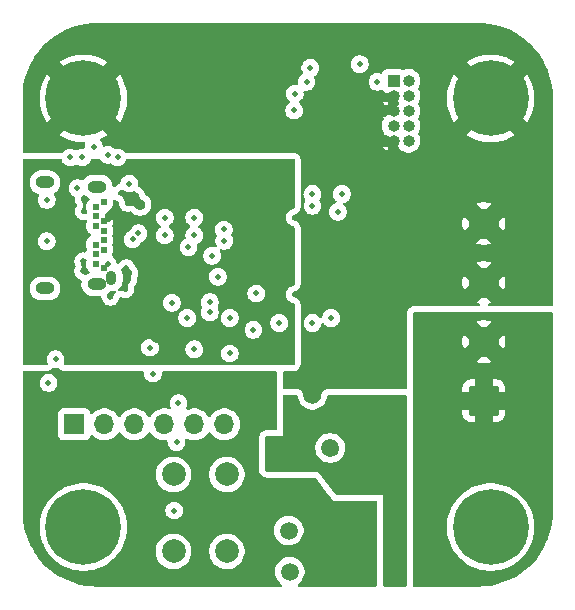
<source format=gbr>
%TF.GenerationSoftware,KiCad,Pcbnew,9.0.0*%
%TF.CreationDate,2025-08-18T11:13:34-07:00*%
%TF.ProjectId,USB_C_Simple_Trig,5553425f-435f-4536-996d-706c655f5472,rev?*%
%TF.SameCoordinates,Original*%
%TF.FileFunction,Copper,L5,Inr*%
%TF.FilePolarity,Positive*%
%FSLAX46Y46*%
G04 Gerber Fmt 4.6, Leading zero omitted, Abs format (unit mm)*
G04 Created by KiCad (PCBNEW 9.0.0) date 2025-08-18 11:13:34*
%MOMM*%
%LPD*%
G01*
G04 APERTURE LIST*
G04 Aperture macros list*
%AMRoundRect*
0 Rectangle with rounded corners*
0 $1 Rounding radius*
0 $2 $3 $4 $5 $6 $7 $8 $9 X,Y pos of 4 corners*
0 Add a 4 corners polygon primitive as box body*
4,1,4,$2,$3,$4,$5,$6,$7,$8,$9,$2,$3,0*
0 Add four circle primitives for the rounded corners*
1,1,$1+$1,$2,$3*
1,1,$1+$1,$4,$5*
1,1,$1+$1,$6,$7*
1,1,$1+$1,$8,$9*
0 Add four rect primitives between the rounded corners*
20,1,$1+$1,$2,$3,$4,$5,0*
20,1,$1+$1,$4,$5,$6,$7,0*
20,1,$1+$1,$6,$7,$8,$9,0*
20,1,$1+$1,$8,$9,$2,$3,0*%
G04 Aperture macros list end*
%TA.AperFunction,ComponentPad*%
%ADD10R,1.000000X1.000000*%
%TD*%
%TA.AperFunction,ComponentPad*%
%ADD11O,1.000000X1.000000*%
%TD*%
%TA.AperFunction,ComponentPad*%
%ADD12C,6.400000*%
%TD*%
%TA.AperFunction,ComponentPad*%
%ADD13C,2.000000*%
%TD*%
%TA.AperFunction,ComponentPad*%
%ADD14O,1.600200X1.016000*%
%TD*%
%TA.AperFunction,ComponentPad*%
%ADD15O,0.914400X1.193800*%
%TD*%
%TA.AperFunction,ComponentPad*%
%ADD16C,0.609600*%
%TD*%
%TA.AperFunction,ComponentPad*%
%ADD17RoundRect,0.250000X1.050000X-1.050000X1.050000X1.050000X-1.050000X1.050000X-1.050000X-1.050000X0*%
%TD*%
%TA.AperFunction,ComponentPad*%
%ADD18C,2.600000*%
%TD*%
%TA.AperFunction,ComponentPad*%
%ADD19R,1.700000X1.700000*%
%TD*%
%TA.AperFunction,ComponentPad*%
%ADD20O,1.700000X1.700000*%
%TD*%
%TA.AperFunction,ViaPad*%
%ADD21C,1.500000*%
%TD*%
%TA.AperFunction,ViaPad*%
%ADD22C,0.500000*%
%TD*%
%TA.AperFunction,ViaPad*%
%ADD23C,0.900000*%
%TD*%
%TA.AperFunction,ViaPad*%
%ADD24C,0.700000*%
%TD*%
G04 APERTURE END LIST*
D10*
%TO.N,+3V3*%
%TO.C,J4*%
X149375000Y-87920000D03*
D11*
%TO.N,/MCU/SWDIO*%
X150645000Y-87920000D03*
%TO.N,GND*%
X149375000Y-89190000D03*
%TO.N,/MCU/SWCLK*%
X150645000Y-89190000D03*
%TO.N,GND*%
X149375000Y-90460000D03*
%TO.N,unconnected-(J4-SWO{slash}TDO-Pad6)*%
X150645000Y-90460000D03*
%TO.N,unconnected-(J4-KEY-Pad7)*%
X149375000Y-91730000D03*
%TO.N,unconnected-(J4-NC{slash}TDI-Pad8)*%
X150645000Y-91730000D03*
%TO.N,GND*%
X149375000Y-93000000D03*
%TO.N,/MCU/NRST*%
X150645000Y-93000000D03*
%TD*%
D12*
%TO.N,GND*%
%TO.C,H4*%
X123100000Y-125700000D03*
%TD*%
D13*
%TO.N,GND*%
%TO.C,SW1*%
X135250000Y-121250000D03*
X135250000Y-127750000D03*
%TO.N,/MCU/NRST*%
X130750000Y-121250000D03*
X130750000Y-127750000D03*
%TD*%
D14*
%TO.N,N/C*%
%TO.C,J1*%
X124247400Y-96876201D03*
X119847400Y-96516199D03*
X124247400Y-105136199D03*
X119847400Y-105496201D03*
D15*
X125487400Y-104606200D03*
D16*
%TO.N,GND*%
X124837400Y-103806393D03*
%TO.N,unconnected-(J1-TX2+-PadB2)*%
X124137400Y-103406267D03*
%TO.N,unconnected-(J1-TX2--PadB3)*%
X124137400Y-102606141D03*
%TO.N,VBUS*%
X124837400Y-102206015D03*
%TO.N,/USB_C_IC/CC2*%
X124137400Y-101781389D03*
%TO.N,/USB_C_IC/data_+*%
X124837400Y-101418763D03*
%TO.N,/USB_C_IC/data_-*%
X124837400Y-100618637D03*
%TO.N,unconnected-(J1-SBU2-PadB8)*%
X124137400Y-100181011D03*
%TO.N,VBUS*%
X124837400Y-99806385D03*
%TO.N,unconnected-(J1-RX1--PadB10)*%
X124137400Y-99406259D03*
%TO.N,unconnected-(J1-RX1+-PadB11)*%
X124137400Y-98606133D03*
%TO.N,GND*%
X124837400Y-98206007D03*
%TD*%
D12*
%TO.N,GND*%
%TO.C,H3*%
X123100000Y-89400000D03*
%TD*%
D17*
%TO.N,VOUT*%
%TO.C,J2*%
X157000000Y-115000000D03*
D18*
X157000000Y-110000000D03*
%TO.N,GND*%
X157000000Y-105000000D03*
X157000000Y-100000000D03*
%TD*%
D19*
%TO.N,GND*%
%TO.C,J3*%
X122340000Y-117000000D03*
D20*
%TO.N,unconnected-(J3-Pin_2-Pad2)*%
X124880000Y-117000000D03*
%TO.N,unconnected-(J3-Pin_3-Pad3)*%
X127420000Y-117000000D03*
%TO.N,/MCU/UART_RX*%
X129960000Y-117000000D03*
%TO.N,/MCU/UART_TX*%
X132500000Y-117000000D03*
%TO.N,unconnected-(J3-Pin_6-Pad6)*%
X135040000Y-117000000D03*
%TD*%
D12*
%TO.N,GND*%
%TO.C,H1*%
X157600000Y-89400000D03*
%TD*%
%TO.N,GND*%
%TO.C,H2*%
X157600000Y-125700000D03*
%TD*%
D21*
%TO.N,VBUS*%
X134000000Y-110849000D03*
D22*
%TO.N,Net-(IC1-VOUT)*%
X135500000Y-111000000D03*
D21*
%TO.N,VBUS*%
X129500000Y-109400000D03*
%TO.N,Net-(IC1-VCC)*%
X130500000Y-113500000D03*
D22*
%TO.N,Net-(Q1-G)*%
X129000000Y-112708619D03*
D21*
%TO.N,Net-(IC1-VCC)*%
X146000000Y-125500000D03*
X143000000Y-129490674D03*
X145500000Y-129000000D03*
%TO.N,VOUT*%
X152000000Y-126000000D03*
X152000000Y-129991674D03*
X157000000Y-120500000D03*
X153500000Y-120500000D03*
X152500000Y-124000000D03*
%TO.N,Net-(Q1-D)*%
X140582114Y-129490674D03*
X145000000Y-121700000D03*
X149500000Y-125000000D03*
X141500000Y-119500000D03*
%TO.N,Net-(IC1-VCC)*%
X143800000Y-125000000D03*
X132500000Y-114500000D03*
D22*
%TO.N,/MCU/NRST*%
X120153000Y-113500000D03*
D21*
%TO.N,Net-(IC1-VCC)*%
X134912500Y-114087500D03*
D22*
%TO.N,GND*%
X126850000Y-98250000D03*
X125157898Y-103400000D03*
X150000000Y-107500000D03*
X126750000Y-97700000D03*
X126650000Y-105550000D03*
X141000000Y-99500000D03*
X123103000Y-104024270D03*
X151000000Y-105500000D03*
X127000000Y-104200000D03*
X136900000Y-93500000D03*
D21*
X144000000Y-119000000D03*
D22*
X123103000Y-103200000D03*
X126729529Y-103794375D03*
X120753000Y-111500000D03*
X137500000Y-109000000D03*
X137750000Y-105925000D03*
D23*
X127400000Y-97750000D03*
D22*
X123150000Y-97950000D03*
D21*
X142500000Y-114500000D03*
D22*
X128000000Y-92500000D03*
X125400000Y-106200000D03*
D24*
X131637500Y-87350000D03*
D23*
X127900000Y-98400000D03*
D22*
X141000000Y-106000000D03*
X126317576Y-97399866D03*
X123150000Y-98950000D03*
X149500000Y-97500000D03*
X126900000Y-104750000D03*
X135000000Y-100500000D03*
D21*
%TO.N,VBUS*%
X128500000Y-105000000D03*
X128500000Y-103850000D03*
D22*
X126946902Y-99679011D03*
%TO.N,+5V*%
X132500000Y-99500000D03*
X132500000Y-101000000D03*
X142500000Y-98500000D03*
X134500000Y-104500000D03*
X144654000Y-99000000D03*
X134000000Y-102725000D03*
%TO.N,+3V3*%
X142500000Y-97500000D03*
X142000000Y-88000000D03*
X145000000Y-97500000D03*
X148000000Y-88000000D03*
X146500000Y-86500000D03*
X141000000Y-89000000D03*
%TO.N,/MCU/STATUS_LED*%
X123000000Y-94400000D03*
X122602000Y-97000000D03*
%TO.N,Net-(IC1-LED)*%
X135500000Y-108000000D03*
X139689468Y-108423000D03*
X128750000Y-110500000D03*
X131900000Y-108000000D03*
%TO.N,Net-(IC1-VOUT)*%
X133825735Y-107522794D03*
%TO.N,/MCU/NRST*%
X142325735Y-86825735D03*
X130800000Y-124300000D03*
X140943236Y-90423265D03*
%TO.N,/MCU/I2C_SCL*%
X142500000Y-108423000D03*
X144077000Y-108000000D03*
%TO.N,Net-(Q1-G)*%
X130587500Y-106715442D03*
X131000000Y-118500000D03*
X131161000Y-115199000D03*
%TO.N,Net-(IC1-VCC)*%
X133825735Y-106674265D03*
X132500000Y-110650000D03*
%TO.N,/USB_C_IC/CC2*%
X125185202Y-94185201D03*
X126000000Y-94400000D03*
X122000000Y-94400000D03*
X130000000Y-101000000D03*
X132000000Y-102000000D03*
X135043015Y-101456985D03*
X120000000Y-98000000D03*
X124000000Y-93500000D03*
X127000000Y-96617201D03*
X130000000Y-99500000D03*
X120000000Y-101500000D03*
%TO.N,/USB_C_IC/data_-*%
X127774626Y-100833011D03*
%TO.N,/USB_C_IC/data_+*%
X127269003Y-101343698D03*
D21*
%TO.N,Net-(Q1-D)*%
X140500000Y-126000000D03*
X139500000Y-119500000D03*
%TD*%
%TA.AperFunction,Conductor*%
%TO.N,VBUS*%
G36*
X121219963Y-94519685D02*
G01*
X121265718Y-94572489D01*
X121274541Y-94599807D01*
X121278340Y-94618908D01*
X121278343Y-94618917D01*
X121334912Y-94755488D01*
X121334919Y-94755501D01*
X121417048Y-94878415D01*
X121417051Y-94878419D01*
X121521580Y-94982948D01*
X121521584Y-94982951D01*
X121644498Y-95065080D01*
X121644511Y-95065087D01*
X121781082Y-95121656D01*
X121781087Y-95121658D01*
X121781091Y-95121658D01*
X121781092Y-95121659D01*
X121926079Y-95150500D01*
X121926082Y-95150500D01*
X122073920Y-95150500D01*
X122171462Y-95131096D01*
X122218913Y-95121658D01*
X122355495Y-95065084D01*
X122431111Y-95014559D01*
X122497786Y-94993682D01*
X122565166Y-95012166D01*
X122568848Y-95014531D01*
X122644505Y-95065084D01*
X122644507Y-95065085D01*
X122644511Y-95065087D01*
X122781082Y-95121656D01*
X122781087Y-95121658D01*
X122781091Y-95121658D01*
X122781092Y-95121659D01*
X122926079Y-95150500D01*
X122926082Y-95150500D01*
X123073920Y-95150500D01*
X123171462Y-95131096D01*
X123218913Y-95121658D01*
X123355495Y-95065084D01*
X123478416Y-94982951D01*
X123582951Y-94878416D01*
X123665084Y-94755495D01*
X123721658Y-94618913D01*
X123725459Y-94599807D01*
X123757845Y-94537896D01*
X123818562Y-94503323D01*
X123847076Y-94500000D01*
X124426646Y-94500000D01*
X124493685Y-94519685D01*
X124529748Y-94555109D01*
X124602250Y-94663616D01*
X124602253Y-94663620D01*
X124706782Y-94768149D01*
X124706786Y-94768152D01*
X124829700Y-94850281D01*
X124829713Y-94850288D01*
X124966284Y-94906857D01*
X124966289Y-94906859D01*
X124966293Y-94906859D01*
X124966294Y-94906860D01*
X125111281Y-94935701D01*
X125111284Y-94935701D01*
X125259122Y-94935701D01*
X125373620Y-94912925D01*
X125443211Y-94919152D01*
X125485493Y-94946861D01*
X125521580Y-94982948D01*
X125521584Y-94982951D01*
X125644498Y-95065080D01*
X125644511Y-95065087D01*
X125781082Y-95121656D01*
X125781087Y-95121658D01*
X125781091Y-95121658D01*
X125781092Y-95121659D01*
X125926079Y-95150500D01*
X125926082Y-95150500D01*
X126073920Y-95150500D01*
X126171462Y-95131096D01*
X126218913Y-95121658D01*
X126355495Y-95065084D01*
X126478416Y-94982951D01*
X126582951Y-94878416D01*
X126665084Y-94755495D01*
X126721658Y-94618913D01*
X126725459Y-94599807D01*
X126757845Y-94537896D01*
X126818562Y-94503323D01*
X126847076Y-94500000D01*
X140876000Y-94500000D01*
X140943039Y-94519685D01*
X140988794Y-94572489D01*
X141000000Y-94624000D01*
X141000000Y-98633032D01*
X140980315Y-98700071D01*
X140927511Y-98745826D01*
X140900192Y-98754649D01*
X140781092Y-98778340D01*
X140781082Y-98778343D01*
X140644511Y-98834912D01*
X140644498Y-98834919D01*
X140521584Y-98917048D01*
X140521580Y-98917051D01*
X140417051Y-99021580D01*
X140417048Y-99021584D01*
X140334919Y-99144498D01*
X140334912Y-99144511D01*
X140278343Y-99281082D01*
X140278340Y-99281092D01*
X140249500Y-99426079D01*
X140249500Y-99426082D01*
X140249500Y-99573918D01*
X140249500Y-99573920D01*
X140249499Y-99573920D01*
X140278340Y-99718907D01*
X140278343Y-99718917D01*
X140334912Y-99855488D01*
X140334919Y-99855501D01*
X140417048Y-99978415D01*
X140417051Y-99978419D01*
X140521580Y-100082948D01*
X140521584Y-100082951D01*
X140644498Y-100165080D01*
X140644511Y-100165087D01*
X140781082Y-100221656D01*
X140781087Y-100221658D01*
X140859140Y-100237184D01*
X140900191Y-100245350D01*
X140962102Y-100277735D01*
X140996676Y-100338451D01*
X141000000Y-100366967D01*
X141000000Y-105133032D01*
X140980315Y-105200071D01*
X140927511Y-105245826D01*
X140900192Y-105254649D01*
X140781092Y-105278340D01*
X140781082Y-105278343D01*
X140644511Y-105334912D01*
X140644498Y-105334919D01*
X140521584Y-105417048D01*
X140521580Y-105417051D01*
X140417051Y-105521580D01*
X140417048Y-105521584D01*
X140334919Y-105644498D01*
X140334912Y-105644511D01*
X140278343Y-105781082D01*
X140278340Y-105781092D01*
X140249500Y-105926079D01*
X140249500Y-105926082D01*
X140249500Y-106073918D01*
X140249500Y-106073920D01*
X140249499Y-106073920D01*
X140278340Y-106218907D01*
X140278343Y-106218917D01*
X140334912Y-106355488D01*
X140334919Y-106355501D01*
X140417048Y-106478415D01*
X140417051Y-106478419D01*
X140521580Y-106582948D01*
X140521584Y-106582951D01*
X140644498Y-106665080D01*
X140644511Y-106665087D01*
X140781082Y-106721656D01*
X140781087Y-106721658D01*
X140864887Y-106738327D01*
X140900191Y-106745350D01*
X140962102Y-106777735D01*
X140996676Y-106838451D01*
X141000000Y-106866967D01*
X141000000Y-111876000D01*
X140980315Y-111943039D01*
X140927511Y-111988794D01*
X140876000Y-112000000D01*
X129275057Y-112000000D01*
X129227605Y-111990561D01*
X129218917Y-111986962D01*
X129218907Y-111986959D01*
X129073920Y-111958119D01*
X129073918Y-111958119D01*
X128926082Y-111958119D01*
X128926080Y-111958119D01*
X128781092Y-111986959D01*
X128781082Y-111986962D01*
X128772395Y-111990561D01*
X128724943Y-112000000D01*
X121543807Y-112000000D01*
X121476768Y-111980315D01*
X121431013Y-111927511D01*
X121421069Y-111858353D01*
X121429246Y-111828547D01*
X121474658Y-111718913D01*
X121485366Y-111665080D01*
X121503500Y-111573920D01*
X121503500Y-111426079D01*
X121474659Y-111281092D01*
X121474658Y-111281091D01*
X121474658Y-111281087D01*
X121474656Y-111281082D01*
X121418087Y-111144511D01*
X121418080Y-111144498D01*
X121335951Y-111021584D01*
X121335948Y-111021580D01*
X121231419Y-110917051D01*
X121231415Y-110917048D01*
X121108501Y-110834919D01*
X121108488Y-110834912D01*
X120971917Y-110778343D01*
X120971907Y-110778340D01*
X120826920Y-110749500D01*
X120826918Y-110749500D01*
X120679082Y-110749500D01*
X120679080Y-110749500D01*
X120534092Y-110778340D01*
X120534082Y-110778343D01*
X120397511Y-110834912D01*
X120397498Y-110834919D01*
X120274584Y-110917048D01*
X120274580Y-110917051D01*
X120170051Y-111021580D01*
X120170048Y-111021584D01*
X120087919Y-111144498D01*
X120087912Y-111144511D01*
X120031343Y-111281082D01*
X120031340Y-111281092D01*
X120002500Y-111426079D01*
X120002500Y-111426082D01*
X120002500Y-111573918D01*
X120002500Y-111573920D01*
X120002499Y-111573920D01*
X120031340Y-111718907D01*
X120031342Y-111718913D01*
X120076754Y-111828547D01*
X120084223Y-111898017D01*
X120052948Y-111960496D01*
X119992859Y-111996148D01*
X119962193Y-112000000D01*
X118082826Y-112000000D01*
X118015787Y-111980315D01*
X117970032Y-111927511D01*
X117958826Y-111876000D01*
X117958826Y-110573920D01*
X127999499Y-110573920D01*
X128028340Y-110718907D01*
X128028343Y-110718917D01*
X128084912Y-110855488D01*
X128084919Y-110855501D01*
X128167048Y-110978415D01*
X128167051Y-110978419D01*
X128271580Y-111082948D01*
X128271584Y-111082951D01*
X128394498Y-111165080D01*
X128394511Y-111165087D01*
X128531082Y-111221656D01*
X128531087Y-111221658D01*
X128531091Y-111221658D01*
X128531092Y-111221659D01*
X128676079Y-111250500D01*
X128676082Y-111250500D01*
X128823920Y-111250500D01*
X128921462Y-111231096D01*
X128968913Y-111221658D01*
X129105495Y-111165084D01*
X129228416Y-111082951D01*
X129332951Y-110978416D01*
X129415084Y-110855495D01*
X129469584Y-110723920D01*
X131749499Y-110723920D01*
X131778340Y-110868907D01*
X131778343Y-110868917D01*
X131834912Y-111005488D01*
X131834919Y-111005501D01*
X131917048Y-111128415D01*
X131917051Y-111128419D01*
X132021580Y-111232948D01*
X132021584Y-111232951D01*
X132144498Y-111315080D01*
X132144511Y-111315087D01*
X132242049Y-111355488D01*
X132281087Y-111371658D01*
X132281091Y-111371658D01*
X132281092Y-111371659D01*
X132426079Y-111400500D01*
X132426082Y-111400500D01*
X132573920Y-111400500D01*
X132671462Y-111381096D01*
X132718913Y-111371658D01*
X132855495Y-111315084D01*
X132978416Y-111232951D01*
X133082951Y-111128416D01*
X133119364Y-111073920D01*
X134749499Y-111073920D01*
X134778340Y-111218907D01*
X134778343Y-111218917D01*
X134834912Y-111355488D01*
X134834919Y-111355501D01*
X134917048Y-111478415D01*
X134917051Y-111478419D01*
X135021580Y-111582948D01*
X135021584Y-111582951D01*
X135144498Y-111665080D01*
X135144511Y-111665087D01*
X135274445Y-111718907D01*
X135281087Y-111721658D01*
X135281091Y-111721658D01*
X135281092Y-111721659D01*
X135426079Y-111750500D01*
X135426082Y-111750500D01*
X135573920Y-111750500D01*
X135671462Y-111731096D01*
X135718913Y-111721658D01*
X135855495Y-111665084D01*
X135978416Y-111582951D01*
X136082951Y-111478416D01*
X136165084Y-111355495D01*
X136221658Y-111218913D01*
X136236459Y-111144505D01*
X136250500Y-111073920D01*
X136250500Y-110926079D01*
X136221659Y-110781092D01*
X136221658Y-110781091D01*
X136221658Y-110781087D01*
X136197978Y-110723918D01*
X136165087Y-110644511D01*
X136165080Y-110644498D01*
X136082951Y-110521584D01*
X136082948Y-110521580D01*
X135978419Y-110417051D01*
X135978415Y-110417048D01*
X135855501Y-110334919D01*
X135855488Y-110334912D01*
X135718917Y-110278343D01*
X135718907Y-110278340D01*
X135573920Y-110249500D01*
X135573918Y-110249500D01*
X135426082Y-110249500D01*
X135426080Y-110249500D01*
X135281092Y-110278340D01*
X135281082Y-110278343D01*
X135144511Y-110334912D01*
X135144498Y-110334919D01*
X135021584Y-110417048D01*
X135021580Y-110417051D01*
X134917051Y-110521580D01*
X134917048Y-110521584D01*
X134834919Y-110644498D01*
X134834912Y-110644511D01*
X134778343Y-110781082D01*
X134778340Y-110781092D01*
X134749500Y-110926079D01*
X134749500Y-110926082D01*
X134749500Y-111073918D01*
X134749500Y-111073920D01*
X134749499Y-111073920D01*
X133119364Y-111073920D01*
X133165084Y-111005495D01*
X133221658Y-110868913D01*
X133239675Y-110778340D01*
X133250500Y-110723920D01*
X133250500Y-110576079D01*
X133221659Y-110431092D01*
X133221658Y-110431091D01*
X133221658Y-110431087D01*
X133181821Y-110334912D01*
X133165087Y-110294511D01*
X133165080Y-110294498D01*
X133082951Y-110171584D01*
X133082948Y-110171580D01*
X132978419Y-110067051D01*
X132978415Y-110067048D01*
X132855501Y-109984919D01*
X132855488Y-109984912D01*
X132718917Y-109928343D01*
X132718907Y-109928340D01*
X132573920Y-109899500D01*
X132573918Y-109899500D01*
X132426082Y-109899500D01*
X132426080Y-109899500D01*
X132281092Y-109928340D01*
X132281082Y-109928343D01*
X132144511Y-109984912D01*
X132144498Y-109984919D01*
X132021584Y-110067048D01*
X132021580Y-110067051D01*
X131917051Y-110171580D01*
X131917048Y-110171584D01*
X131834919Y-110294498D01*
X131834912Y-110294511D01*
X131778343Y-110431082D01*
X131778340Y-110431092D01*
X131749500Y-110576079D01*
X131749500Y-110576082D01*
X131749500Y-110723918D01*
X131749500Y-110723920D01*
X131749499Y-110723920D01*
X129469584Y-110723920D01*
X129471658Y-110718913D01*
X129486459Y-110644505D01*
X129500500Y-110573920D01*
X129500500Y-110426079D01*
X129471659Y-110281092D01*
X129471658Y-110281091D01*
X129471658Y-110281087D01*
X129458574Y-110249500D01*
X129415087Y-110144511D01*
X129415080Y-110144498D01*
X129332951Y-110021584D01*
X129332948Y-110021580D01*
X129228419Y-109917051D01*
X129228415Y-109917048D01*
X129105501Y-109834919D01*
X129105488Y-109834912D01*
X128968917Y-109778343D01*
X128968907Y-109778340D01*
X128823920Y-109749500D01*
X128823918Y-109749500D01*
X128676082Y-109749500D01*
X128676080Y-109749500D01*
X128531092Y-109778340D01*
X128531082Y-109778343D01*
X128394511Y-109834912D01*
X128394498Y-109834919D01*
X128271584Y-109917048D01*
X128271580Y-109917051D01*
X128167051Y-110021580D01*
X128167048Y-110021584D01*
X128084919Y-110144498D01*
X128084912Y-110144511D01*
X128028343Y-110281082D01*
X128028340Y-110281092D01*
X127999500Y-110426079D01*
X127999500Y-110426082D01*
X127999500Y-110573918D01*
X127999500Y-110573920D01*
X127999499Y-110573920D01*
X117958826Y-110573920D01*
X117958826Y-109073920D01*
X136749499Y-109073920D01*
X136778340Y-109218907D01*
X136778343Y-109218917D01*
X136834912Y-109355488D01*
X136834919Y-109355501D01*
X136917048Y-109478415D01*
X136917051Y-109478419D01*
X137021580Y-109582948D01*
X137021584Y-109582951D01*
X137144498Y-109665080D01*
X137144511Y-109665087D01*
X137281082Y-109721656D01*
X137281087Y-109721658D01*
X137281091Y-109721658D01*
X137281092Y-109721659D01*
X137426079Y-109750500D01*
X137426082Y-109750500D01*
X137573920Y-109750500D01*
X137671462Y-109731096D01*
X137718913Y-109721658D01*
X137855495Y-109665084D01*
X137978416Y-109582951D01*
X138082951Y-109478416D01*
X138165084Y-109355495D01*
X138221658Y-109218913D01*
X138231096Y-109171462D01*
X138250500Y-109073920D01*
X138250500Y-108926079D01*
X138221659Y-108781092D01*
X138221658Y-108781091D01*
X138221658Y-108781087D01*
X138220584Y-108778495D01*
X138165087Y-108644511D01*
X138165080Y-108644498D01*
X138082951Y-108521584D01*
X138082948Y-108521580D01*
X138058288Y-108496920D01*
X138938967Y-108496920D01*
X138967808Y-108641907D01*
X138967811Y-108641917D01*
X139024380Y-108778488D01*
X139024387Y-108778501D01*
X139106516Y-108901415D01*
X139106519Y-108901419D01*
X139211048Y-109005948D01*
X139211052Y-109005951D01*
X139333966Y-109088080D01*
X139333979Y-109088087D01*
X139470550Y-109144656D01*
X139470555Y-109144658D01*
X139470559Y-109144658D01*
X139470560Y-109144659D01*
X139615547Y-109173500D01*
X139615550Y-109173500D01*
X139763388Y-109173500D01*
X139860930Y-109154096D01*
X139908381Y-109144658D01*
X140044963Y-109088084D01*
X140167884Y-109005951D01*
X140272419Y-108901416D01*
X140354552Y-108778495D01*
X140411126Y-108641913D01*
X140435062Y-108521584D01*
X140439968Y-108496920D01*
X140439968Y-108349079D01*
X140411127Y-108204092D01*
X140411126Y-108204091D01*
X140411126Y-108204087D01*
X140404410Y-108187874D01*
X140354555Y-108067511D01*
X140354548Y-108067498D01*
X140272419Y-107944584D01*
X140272416Y-107944580D01*
X140167887Y-107840051D01*
X140167883Y-107840048D01*
X140044969Y-107757919D01*
X140044956Y-107757912D01*
X139908385Y-107701343D01*
X139908375Y-107701340D01*
X139763388Y-107672500D01*
X139763386Y-107672500D01*
X139615550Y-107672500D01*
X139615548Y-107672500D01*
X139470560Y-107701340D01*
X139470550Y-107701343D01*
X139333979Y-107757912D01*
X139333966Y-107757919D01*
X139211052Y-107840048D01*
X139211048Y-107840051D01*
X139106519Y-107944580D01*
X139106516Y-107944584D01*
X139024387Y-108067498D01*
X139024380Y-108067511D01*
X138967811Y-108204082D01*
X138967808Y-108204092D01*
X138938968Y-108349079D01*
X138938968Y-108349082D01*
X138938968Y-108496918D01*
X138938968Y-108496920D01*
X138938967Y-108496920D01*
X138058288Y-108496920D01*
X137978419Y-108417051D01*
X137978415Y-108417048D01*
X137855501Y-108334919D01*
X137855488Y-108334912D01*
X137718917Y-108278343D01*
X137718907Y-108278340D01*
X137573920Y-108249500D01*
X137573918Y-108249500D01*
X137426082Y-108249500D01*
X137426080Y-108249500D01*
X137281092Y-108278340D01*
X137281082Y-108278343D01*
X137144511Y-108334912D01*
X137144498Y-108334919D01*
X137021584Y-108417048D01*
X137021580Y-108417051D01*
X136917051Y-108521580D01*
X136917048Y-108521584D01*
X136834919Y-108644498D01*
X136834912Y-108644511D01*
X136778343Y-108781082D01*
X136778340Y-108781092D01*
X136749500Y-108926079D01*
X136749500Y-108926082D01*
X136749500Y-109073918D01*
X136749500Y-109073920D01*
X136749499Y-109073920D01*
X117958826Y-109073920D01*
X117958826Y-108073920D01*
X131149499Y-108073920D01*
X131178340Y-108218907D01*
X131178343Y-108218917D01*
X131234912Y-108355488D01*
X131234919Y-108355501D01*
X131317048Y-108478415D01*
X131317051Y-108478419D01*
X131421580Y-108582948D01*
X131421584Y-108582951D01*
X131544498Y-108665080D01*
X131544511Y-108665087D01*
X131681082Y-108721656D01*
X131681087Y-108721658D01*
X131681091Y-108721658D01*
X131681092Y-108721659D01*
X131826079Y-108750500D01*
X131826082Y-108750500D01*
X131973920Y-108750500D01*
X132071462Y-108731096D01*
X132118913Y-108721658D01*
X132255495Y-108665084D01*
X132378416Y-108582951D01*
X132482951Y-108478416D01*
X132565084Y-108355495D01*
X132621658Y-108218913D01*
X132650500Y-108073918D01*
X132650500Y-107926082D01*
X132650500Y-107926079D01*
X132621659Y-107781092D01*
X132621658Y-107781091D01*
X132621658Y-107781087D01*
X132605348Y-107741711D01*
X132565087Y-107644511D01*
X132565080Y-107644498D01*
X132482951Y-107521584D01*
X132482948Y-107521580D01*
X132378419Y-107417051D01*
X132378415Y-107417048D01*
X132255501Y-107334919D01*
X132255488Y-107334912D01*
X132118917Y-107278343D01*
X132118907Y-107278340D01*
X131973920Y-107249500D01*
X131973918Y-107249500D01*
X131826082Y-107249500D01*
X131826080Y-107249500D01*
X131681092Y-107278340D01*
X131681082Y-107278343D01*
X131544511Y-107334912D01*
X131544498Y-107334919D01*
X131421584Y-107417048D01*
X131421580Y-107417051D01*
X131317051Y-107521580D01*
X131317048Y-107521584D01*
X131234919Y-107644498D01*
X131234912Y-107644511D01*
X131178343Y-107781082D01*
X131178340Y-107781092D01*
X131149500Y-107926079D01*
X131149500Y-107926082D01*
X131149500Y-108073918D01*
X131149500Y-108073920D01*
X131149499Y-108073920D01*
X117958826Y-108073920D01*
X117958826Y-105396867D01*
X118546800Y-105396867D01*
X118546800Y-105595534D01*
X118585554Y-105790362D01*
X118585556Y-105790370D01*
X118661577Y-105973902D01*
X118661582Y-105973911D01*
X118771946Y-106139081D01*
X118771949Y-106139085D01*
X118912415Y-106279551D01*
X118912419Y-106279554D01*
X119077589Y-106389918D01*
X119077598Y-106389923D01*
X119119174Y-106407144D01*
X119261131Y-106465945D01*
X119414913Y-106496534D01*
X119455966Y-106504700D01*
X119455970Y-106504701D01*
X119455971Y-106504701D01*
X120238830Y-106504701D01*
X120238831Y-106504700D01*
X120433669Y-106465945D01*
X120617204Y-106389922D01*
X120782381Y-106279554D01*
X120922853Y-106139082D01*
X121033221Y-105973905D01*
X121109244Y-105790370D01*
X121148000Y-105595530D01*
X121148000Y-105396872D01*
X121109244Y-105202032D01*
X121033221Y-105018497D01*
X121033220Y-105018496D01*
X121033217Y-105018490D01*
X120922853Y-104853320D01*
X120922850Y-104853316D01*
X120782384Y-104712850D01*
X120782380Y-104712847D01*
X120617210Y-104602483D01*
X120617201Y-104602478D01*
X120433669Y-104526457D01*
X120433661Y-104526455D01*
X120238833Y-104487701D01*
X120238829Y-104487701D01*
X119455971Y-104487701D01*
X119455966Y-104487701D01*
X119261138Y-104526455D01*
X119261130Y-104526457D01*
X119077598Y-104602478D01*
X119077589Y-104602483D01*
X118912419Y-104712847D01*
X118912415Y-104712850D01*
X118771949Y-104853316D01*
X118771946Y-104853320D01*
X118661582Y-105018490D01*
X118661577Y-105018499D01*
X118585556Y-105202031D01*
X118585554Y-105202039D01*
X118546800Y-105396867D01*
X117958826Y-105396867D01*
X117958826Y-101573920D01*
X119249499Y-101573920D01*
X119278340Y-101718907D01*
X119278343Y-101718917D01*
X119334912Y-101855488D01*
X119334919Y-101855501D01*
X119417048Y-101978415D01*
X119417051Y-101978419D01*
X119521580Y-102082948D01*
X119521584Y-102082951D01*
X119644498Y-102165080D01*
X119644511Y-102165087D01*
X119777939Y-102220354D01*
X119781087Y-102221658D01*
X119781091Y-102221658D01*
X119781092Y-102221659D01*
X119926079Y-102250500D01*
X119926082Y-102250500D01*
X120073920Y-102250500D01*
X120171462Y-102231096D01*
X120218913Y-102221658D01*
X120355495Y-102165084D01*
X120478416Y-102082951D01*
X120582951Y-101978416D01*
X120665084Y-101855495D01*
X120721658Y-101718913D01*
X120736459Y-101644505D01*
X120750500Y-101573920D01*
X120750500Y-101426079D01*
X120721659Y-101281092D01*
X120721658Y-101281091D01*
X120721658Y-101281087D01*
X120718856Y-101274322D01*
X120665087Y-101144511D01*
X120665080Y-101144498D01*
X120582951Y-101021584D01*
X120582948Y-101021580D01*
X120478419Y-100917051D01*
X120478415Y-100917048D01*
X120355501Y-100834919D01*
X120355488Y-100834912D01*
X120218917Y-100778343D01*
X120218907Y-100778340D01*
X120073920Y-100749500D01*
X120073918Y-100749500D01*
X119926082Y-100749500D01*
X119926080Y-100749500D01*
X119781092Y-100778340D01*
X119781082Y-100778343D01*
X119644511Y-100834912D01*
X119644498Y-100834919D01*
X119521584Y-100917048D01*
X119521580Y-100917051D01*
X119417051Y-101021580D01*
X119417048Y-101021584D01*
X119334919Y-101144498D01*
X119334912Y-101144511D01*
X119278343Y-101281082D01*
X119278340Y-101281092D01*
X119249500Y-101426079D01*
X119249500Y-101426082D01*
X119249500Y-101573918D01*
X119249500Y-101573920D01*
X119249499Y-101573920D01*
X117958826Y-101573920D01*
X117958826Y-96416865D01*
X118546800Y-96416865D01*
X118546800Y-96615532D01*
X118585554Y-96810360D01*
X118585556Y-96810368D01*
X118661577Y-96993900D01*
X118661582Y-96993909D01*
X118771946Y-97159079D01*
X118771949Y-97159083D01*
X118912415Y-97299549D01*
X118912419Y-97299552D01*
X119077589Y-97409916D01*
X119077602Y-97409923D01*
X119124272Y-97429254D01*
X119261131Y-97485943D01*
X119261132Y-97485943D01*
X119265608Y-97487797D01*
X119320012Y-97531638D01*
X119342077Y-97597932D01*
X119332718Y-97649810D01*
X119278340Y-97781091D01*
X119278340Y-97781092D01*
X119249500Y-97926079D01*
X119249500Y-97926082D01*
X119249500Y-98073918D01*
X119249500Y-98073920D01*
X119249499Y-98073920D01*
X119278340Y-98218907D01*
X119278343Y-98218917D01*
X119334912Y-98355488D01*
X119334919Y-98355501D01*
X119417048Y-98478415D01*
X119417051Y-98478419D01*
X119521580Y-98582948D01*
X119521584Y-98582951D01*
X119644498Y-98665080D01*
X119644511Y-98665087D01*
X119781082Y-98721656D01*
X119781087Y-98721658D01*
X119781091Y-98721658D01*
X119781092Y-98721659D01*
X119926079Y-98750500D01*
X119926082Y-98750500D01*
X120073920Y-98750500D01*
X120184944Y-98728415D01*
X120218913Y-98721658D01*
X120355495Y-98665084D01*
X120478416Y-98582951D01*
X120582951Y-98478416D01*
X120665084Y-98355495D01*
X120721658Y-98218913D01*
X120738548Y-98134005D01*
X120750500Y-98073920D01*
X120750500Y-97926079D01*
X120721659Y-97781092D01*
X120721658Y-97781091D01*
X120721658Y-97781087D01*
X120706541Y-97744591D01*
X120665087Y-97644511D01*
X120665080Y-97644498D01*
X120610832Y-97563311D01*
X120589954Y-97496634D01*
X120608438Y-97429254D01*
X120645044Y-97391318D01*
X120782056Y-97299769D01*
X120782381Y-97299552D01*
X120922853Y-97159080D01*
X120979755Y-97073920D01*
X121851499Y-97073920D01*
X121880340Y-97218907D01*
X121880343Y-97218917D01*
X121936912Y-97355488D01*
X121936919Y-97355501D01*
X122019048Y-97478415D01*
X122019051Y-97478419D01*
X122123580Y-97582948D01*
X122123584Y-97582951D01*
X122246498Y-97665080D01*
X122246511Y-97665087D01*
X122332610Y-97700750D01*
X122387014Y-97744591D01*
X122409079Y-97810885D01*
X122406776Y-97839501D01*
X122399500Y-97876082D01*
X122399500Y-98023918D01*
X122399500Y-98023920D01*
X122399499Y-98023920D01*
X122428340Y-98168907D01*
X122428343Y-98168917D01*
X122484912Y-98305488D01*
X122484919Y-98305501D01*
X122535439Y-98381109D01*
X122556317Y-98447787D01*
X122537832Y-98515167D01*
X122535439Y-98518891D01*
X122484919Y-98594498D01*
X122484912Y-98594511D01*
X122428343Y-98731082D01*
X122428340Y-98731092D01*
X122399500Y-98876079D01*
X122399500Y-98876082D01*
X122399500Y-99023918D01*
X122399500Y-99023920D01*
X122399499Y-99023920D01*
X122428340Y-99168907D01*
X122428343Y-99168917D01*
X122484912Y-99305488D01*
X122484919Y-99305501D01*
X122567048Y-99428415D01*
X122567051Y-99428419D01*
X122671580Y-99532948D01*
X122671584Y-99532951D01*
X122794498Y-99615080D01*
X122794511Y-99615087D01*
X122917246Y-99665925D01*
X122931087Y-99671658D01*
X122931091Y-99671658D01*
X122931092Y-99671659D01*
X123076079Y-99700500D01*
X123076082Y-99700500D01*
X123223918Y-99700500D01*
X123258880Y-99693545D01*
X123328469Y-99699771D01*
X123383648Y-99742633D01*
X123406894Y-99808522D01*
X123397634Y-99862612D01*
X123363047Y-99946114D01*
X123363046Y-99946118D01*
X123363045Y-99946121D01*
X123363044Y-99946121D01*
X123332100Y-100101691D01*
X123332100Y-100260330D01*
X123363044Y-100415900D01*
X123363047Y-100415909D01*
X123423748Y-100562457D01*
X123423755Y-100562470D01*
X123511881Y-100694359D01*
X123511884Y-100694363D01*
X123624047Y-100806526D01*
X123624051Y-100806529D01*
X123731160Y-100878098D01*
X123775965Y-100931711D01*
X123784672Y-101001036D01*
X123754517Y-101064063D01*
X123731160Y-101084302D01*
X123624051Y-101155870D01*
X123624047Y-101155873D01*
X123511884Y-101268036D01*
X123511881Y-101268040D01*
X123423755Y-101399929D01*
X123423748Y-101399942D01*
X123363047Y-101546490D01*
X123363044Y-101546499D01*
X123332100Y-101702069D01*
X123332100Y-101860708D01*
X123363044Y-102016278D01*
X123363047Y-102016287D01*
X123416905Y-102146312D01*
X123420155Y-102176540D01*
X123425694Y-102206445D01*
X123424063Y-102212894D01*
X123424374Y-102215781D01*
X123417125Y-102240683D01*
X123416996Y-102240996D01*
X123363047Y-102371244D01*
X123362375Y-102374618D01*
X123358811Y-102383339D01*
X123340482Y-102406300D01*
X123324377Y-102430867D01*
X123318938Y-102433291D01*
X123315223Y-102437946D01*
X123287392Y-102447353D01*
X123260561Y-102459313D01*
X123252733Y-102459067D01*
X123249032Y-102460319D01*
X123242787Y-102458756D01*
X123219838Y-102458037D01*
X123176920Y-102449500D01*
X123176918Y-102449500D01*
X123029082Y-102449500D01*
X123029080Y-102449500D01*
X122884092Y-102478340D01*
X122884082Y-102478343D01*
X122747511Y-102534912D01*
X122747498Y-102534919D01*
X122624584Y-102617048D01*
X122624580Y-102617051D01*
X122520051Y-102721580D01*
X122520048Y-102721584D01*
X122437919Y-102844498D01*
X122437912Y-102844511D01*
X122381343Y-102981082D01*
X122381340Y-102981092D01*
X122352500Y-103126079D01*
X122352500Y-103126082D01*
X122352500Y-103273918D01*
X122352500Y-103273920D01*
X122352499Y-103273920D01*
X122381340Y-103418907D01*
X122381342Y-103418913D01*
X122440247Y-103561122D01*
X122438638Y-103561788D01*
X122451186Y-103622108D01*
X122439256Y-103662737D01*
X122440247Y-103663148D01*
X122381342Y-103805356D01*
X122381340Y-103805362D01*
X122352500Y-103950349D01*
X122352500Y-103950352D01*
X122352500Y-104098188D01*
X122352500Y-104098190D01*
X122352499Y-104098190D01*
X122381340Y-104243177D01*
X122381343Y-104243187D01*
X122437912Y-104379758D01*
X122437919Y-104379771D01*
X122520048Y-104502685D01*
X122520051Y-104502689D01*
X122624580Y-104607218D01*
X122624584Y-104607221D01*
X122747498Y-104689350D01*
X122747511Y-104689357D01*
X122884082Y-104745926D01*
X122884087Y-104745928D01*
X122884091Y-104745928D01*
X122889919Y-104747697D01*
X122889105Y-104750377D01*
X122940371Y-104777191D01*
X122974948Y-104837905D01*
X122975891Y-104890618D01*
X122950455Y-105018499D01*
X122946800Y-105036872D01*
X122946800Y-105235532D01*
X122985554Y-105430360D01*
X122985556Y-105430368D01*
X123061577Y-105613900D01*
X123061582Y-105613909D01*
X123171946Y-105779079D01*
X123171949Y-105779083D01*
X123312415Y-105919549D01*
X123312419Y-105919552D01*
X123477589Y-106029916D01*
X123477595Y-106029919D01*
X123477596Y-106029920D01*
X123661131Y-106105943D01*
X123845298Y-106142576D01*
X123855966Y-106144698D01*
X123855970Y-106144699D01*
X124525500Y-106144699D01*
X124592539Y-106164384D01*
X124638294Y-106217188D01*
X124649500Y-106268699D01*
X124649500Y-106273918D01*
X124649500Y-106273920D01*
X124649499Y-106273920D01*
X124678340Y-106418907D01*
X124678343Y-106418917D01*
X124734912Y-106555488D01*
X124734919Y-106555501D01*
X124817048Y-106678415D01*
X124817051Y-106678419D01*
X124921580Y-106782948D01*
X124921584Y-106782951D01*
X125044498Y-106865080D01*
X125044511Y-106865087D01*
X125181082Y-106921656D01*
X125181087Y-106921658D01*
X125181091Y-106921658D01*
X125181092Y-106921659D01*
X125326079Y-106950500D01*
X125326082Y-106950500D01*
X125473920Y-106950500D01*
X125571462Y-106931096D01*
X125618913Y-106921658D01*
X125755495Y-106865084D01*
X125868821Y-106789362D01*
X129836999Y-106789362D01*
X129865840Y-106934349D01*
X129865843Y-106934359D01*
X129922412Y-107070930D01*
X129922419Y-107070943D01*
X130004548Y-107193857D01*
X130004551Y-107193861D01*
X130109080Y-107298390D01*
X130109084Y-107298393D01*
X130231998Y-107380522D01*
X130232011Y-107380529D01*
X130320184Y-107417051D01*
X130368587Y-107437100D01*
X130368591Y-107437100D01*
X130368592Y-107437101D01*
X130513579Y-107465942D01*
X130513582Y-107465942D01*
X130661420Y-107465942D01*
X130758962Y-107446538D01*
X130806413Y-107437100D01*
X130942995Y-107380526D01*
X131065916Y-107298393D01*
X131170451Y-107193858D01*
X131252584Y-107070937D01*
X131309158Y-106934355D01*
X131338000Y-106789360D01*
X131338000Y-106748185D01*
X133075234Y-106748185D01*
X133104075Y-106893172D01*
X133104078Y-106893182D01*
X133160647Y-107029753D01*
X133163524Y-107035135D01*
X133162466Y-107035700D01*
X133181447Y-107096312D01*
X133163457Y-107161894D01*
X133163521Y-107161929D01*
X133163370Y-107162210D01*
X133162964Y-107163693D01*
X133160669Y-107167264D01*
X133160649Y-107167300D01*
X133104078Y-107303876D01*
X133104075Y-107303886D01*
X133075235Y-107448873D01*
X133075235Y-107448876D01*
X133075235Y-107596712D01*
X133075235Y-107596714D01*
X133075234Y-107596714D01*
X133104075Y-107741701D01*
X133104078Y-107741711D01*
X133160647Y-107878282D01*
X133160654Y-107878295D01*
X133242783Y-108001209D01*
X133242786Y-108001213D01*
X133347315Y-108105742D01*
X133347319Y-108105745D01*
X133470233Y-108187874D01*
X133470246Y-108187881D01*
X133606817Y-108244450D01*
X133606822Y-108244452D01*
X133606826Y-108244452D01*
X133606827Y-108244453D01*
X133751814Y-108273294D01*
X133751817Y-108273294D01*
X133899655Y-108273294D01*
X133997197Y-108253890D01*
X134044648Y-108244452D01*
X134181230Y-108187878D01*
X134304151Y-108105745D01*
X134335976Y-108073920D01*
X134749499Y-108073920D01*
X134778340Y-108218907D01*
X134778343Y-108218917D01*
X134834912Y-108355488D01*
X134834919Y-108355501D01*
X134917048Y-108478415D01*
X134917051Y-108478419D01*
X135021580Y-108582948D01*
X135021584Y-108582951D01*
X135144498Y-108665080D01*
X135144511Y-108665087D01*
X135281082Y-108721656D01*
X135281087Y-108721658D01*
X135281091Y-108721658D01*
X135281092Y-108721659D01*
X135426079Y-108750500D01*
X135426082Y-108750500D01*
X135573920Y-108750500D01*
X135671462Y-108731096D01*
X135718913Y-108721658D01*
X135855495Y-108665084D01*
X135978416Y-108582951D01*
X136082951Y-108478416D01*
X136165084Y-108355495D01*
X136221658Y-108218913D01*
X136250500Y-108073918D01*
X136250500Y-107926082D01*
X136250500Y-107926079D01*
X136221659Y-107781092D01*
X136221658Y-107781091D01*
X136221658Y-107781087D01*
X136205348Y-107741711D01*
X136165087Y-107644511D01*
X136165080Y-107644498D01*
X136082951Y-107521584D01*
X136082948Y-107521580D01*
X135978419Y-107417051D01*
X135978415Y-107417048D01*
X135855501Y-107334919D01*
X135855488Y-107334912D01*
X135718917Y-107278343D01*
X135718907Y-107278340D01*
X135573920Y-107249500D01*
X135573918Y-107249500D01*
X135426082Y-107249500D01*
X135426080Y-107249500D01*
X135281092Y-107278340D01*
X135281082Y-107278343D01*
X135144511Y-107334912D01*
X135144498Y-107334919D01*
X135021584Y-107417048D01*
X135021580Y-107417051D01*
X134917051Y-107521580D01*
X134917048Y-107521584D01*
X134834919Y-107644498D01*
X134834914Y-107644508D01*
X134803485Y-107720381D01*
X134803480Y-107720397D01*
X134778342Y-107781087D01*
X134760183Y-107872375D01*
X134760177Y-107872397D01*
X134749500Y-107926077D01*
X134749500Y-107926082D01*
X134749500Y-108073918D01*
X134749500Y-108073920D01*
X134749499Y-108073920D01*
X134335976Y-108073920D01*
X134408686Y-108001210D01*
X134490819Y-107878289D01*
X134547393Y-107741707D01*
X134576235Y-107596712D01*
X134576235Y-107448876D01*
X134576235Y-107448873D01*
X134547394Y-107303886D01*
X134547393Y-107303885D01*
X134547393Y-107303881D01*
X134536815Y-107278343D01*
X134490821Y-107167303D01*
X134487950Y-107161932D01*
X134489006Y-107161367D01*
X134470021Y-107100751D01*
X134488010Y-107035159D01*
X134487950Y-107035127D01*
X134488091Y-107034861D01*
X134488501Y-107033370D01*
X134490811Y-107029775D01*
X134490821Y-107029755D01*
X134547391Y-106893182D01*
X134547393Y-106893178D01*
X134576235Y-106748183D01*
X134576235Y-106600347D01*
X134576235Y-106600344D01*
X134547394Y-106455357D01*
X134547393Y-106455356D01*
X134547393Y-106455352D01*
X134525882Y-106403419D01*
X134490822Y-106318776D01*
X134490815Y-106318763D01*
X134408686Y-106195849D01*
X134408683Y-106195845D01*
X134304154Y-106091316D01*
X134304150Y-106091313D01*
X134181236Y-106009184D01*
X134181223Y-106009177D01*
X134156460Y-105998920D01*
X136999499Y-105998920D01*
X137028340Y-106143907D01*
X137028343Y-106143917D01*
X137084912Y-106280488D01*
X137084919Y-106280501D01*
X137167048Y-106403415D01*
X137167051Y-106403419D01*
X137271580Y-106507948D01*
X137271584Y-106507951D01*
X137394498Y-106590080D01*
X137394511Y-106590087D01*
X137462979Y-106618447D01*
X137531087Y-106646658D01*
X137531091Y-106646658D01*
X137531092Y-106646659D01*
X137676079Y-106675500D01*
X137676082Y-106675500D01*
X137823920Y-106675500D01*
X137921462Y-106656096D01*
X137968913Y-106646658D01*
X138105495Y-106590084D01*
X138228416Y-106507951D01*
X138332951Y-106403416D01*
X138415084Y-106280495D01*
X138417808Y-106273920D01*
X138440592Y-106218913D01*
X138471658Y-106143913D01*
X138490268Y-106050358D01*
X138500500Y-105998920D01*
X138500500Y-105851079D01*
X138471659Y-105706092D01*
X138471658Y-105706091D01*
X138471658Y-105706087D01*
X138471656Y-105706082D01*
X138415087Y-105569511D01*
X138415080Y-105569498D01*
X138332951Y-105446584D01*
X138332948Y-105446580D01*
X138228419Y-105342051D01*
X138228415Y-105342048D01*
X138105501Y-105259919D01*
X138105488Y-105259912D01*
X137968917Y-105203343D01*
X137968907Y-105203340D01*
X137823920Y-105174500D01*
X137823918Y-105174500D01*
X137676082Y-105174500D01*
X137676080Y-105174500D01*
X137531092Y-105203340D01*
X137531082Y-105203343D01*
X137394511Y-105259912D01*
X137394498Y-105259919D01*
X137271584Y-105342048D01*
X137271580Y-105342051D01*
X137167051Y-105446580D01*
X137167048Y-105446584D01*
X137084919Y-105569498D01*
X137084912Y-105569511D01*
X137028343Y-105706082D01*
X137028340Y-105706092D01*
X136999500Y-105851079D01*
X136999500Y-105851082D01*
X136999500Y-105998918D01*
X136999500Y-105998920D01*
X136999499Y-105998920D01*
X134156460Y-105998920D01*
X134061413Y-105959551D01*
X134044652Y-105952608D01*
X134044642Y-105952605D01*
X133899655Y-105923765D01*
X133899653Y-105923765D01*
X133751817Y-105923765D01*
X133751815Y-105923765D01*
X133606827Y-105952605D01*
X133606817Y-105952608D01*
X133470246Y-106009177D01*
X133470233Y-106009184D01*
X133347319Y-106091313D01*
X133347315Y-106091316D01*
X133242786Y-106195845D01*
X133242783Y-106195849D01*
X133160654Y-106318763D01*
X133160647Y-106318776D01*
X133104078Y-106455347D01*
X133104075Y-106455357D01*
X133075235Y-106600344D01*
X133075235Y-106600347D01*
X133075235Y-106748183D01*
X133075235Y-106748185D01*
X133075234Y-106748185D01*
X131338000Y-106748185D01*
X131338000Y-106641524D01*
X131338000Y-106641521D01*
X131333410Y-106618447D01*
X131309159Y-106496534D01*
X131309158Y-106496533D01*
X131309158Y-106496529D01*
X131277010Y-106418917D01*
X131252587Y-106359953D01*
X131252580Y-106359940D01*
X131170451Y-106237026D01*
X131170448Y-106237022D01*
X131065919Y-106132493D01*
X131065915Y-106132490D01*
X130943001Y-106050361D01*
X130942988Y-106050354D01*
X130806417Y-105993785D01*
X130806407Y-105993782D01*
X130661420Y-105964942D01*
X130661418Y-105964942D01*
X130513582Y-105964942D01*
X130513580Y-105964942D01*
X130368592Y-105993782D01*
X130368582Y-105993785D01*
X130232011Y-106050354D01*
X130231998Y-106050361D01*
X130109084Y-106132490D01*
X130109080Y-106132493D01*
X130004551Y-106237022D01*
X130004548Y-106237026D01*
X129922419Y-106359940D01*
X129922412Y-106359953D01*
X129865843Y-106496524D01*
X129865840Y-106496534D01*
X129837000Y-106641521D01*
X129837000Y-106641524D01*
X129837000Y-106789360D01*
X129837000Y-106789362D01*
X129836999Y-106789362D01*
X125868821Y-106789362D01*
X125878416Y-106782951D01*
X125982951Y-106678416D01*
X126035117Y-106600344D01*
X126057704Y-106566541D01*
X126065080Y-106555501D01*
X126065080Y-106555500D01*
X126065084Y-106555495D01*
X126121658Y-106418913D01*
X126142797Y-106312644D01*
X126175182Y-106250733D01*
X126235898Y-106216159D01*
X126305667Y-106219899D01*
X126311848Y-106222268D01*
X126431087Y-106271658D01*
X126431091Y-106271658D01*
X126431092Y-106271659D01*
X126576079Y-106300500D01*
X126576082Y-106300500D01*
X126723920Y-106300500D01*
X126857551Y-106273918D01*
X126868913Y-106271658D01*
X126996251Y-106218913D01*
X127005488Y-106215087D01*
X127005488Y-106215086D01*
X127005495Y-106215084D01*
X127128416Y-106132951D01*
X127232951Y-106028416D01*
X127315084Y-105905495D01*
X127371658Y-105768913D01*
X127396405Y-105644505D01*
X127400500Y-105623920D01*
X127400500Y-105476080D01*
X127391405Y-105430360D01*
X127386019Y-105403283D01*
X127392246Y-105333693D01*
X127419952Y-105291414D01*
X127482951Y-105228416D01*
X127565084Y-105105495D01*
X127621658Y-104968913D01*
X127644220Y-104855488D01*
X127650500Y-104823920D01*
X127650500Y-104676082D01*
X127645382Y-104650354D01*
X127651563Y-104580880D01*
X127654293Y-104573920D01*
X133749499Y-104573920D01*
X133778340Y-104718907D01*
X133778343Y-104718917D01*
X133834912Y-104855488D01*
X133834919Y-104855501D01*
X133917048Y-104978415D01*
X133917051Y-104978419D01*
X134021580Y-105082948D01*
X134021584Y-105082951D01*
X134144498Y-105165080D01*
X134144511Y-105165087D01*
X134281082Y-105221656D01*
X134281087Y-105221658D01*
X134281091Y-105221658D01*
X134281092Y-105221659D01*
X134426079Y-105250500D01*
X134426082Y-105250500D01*
X134573920Y-105250500D01*
X134684949Y-105228414D01*
X134718913Y-105221658D01*
X134855495Y-105165084D01*
X134978416Y-105082951D01*
X135082951Y-104978416D01*
X135165084Y-104855495D01*
X135221658Y-104718913D01*
X135235295Y-104650356D01*
X135250500Y-104573920D01*
X135250500Y-104426079D01*
X135221659Y-104281092D01*
X135221658Y-104281091D01*
X135221658Y-104281087D01*
X135218689Y-104273918D01*
X135165087Y-104144511D01*
X135165080Y-104144498D01*
X135082951Y-104021584D01*
X135082948Y-104021580D01*
X134978419Y-103917051D01*
X134978415Y-103917048D01*
X134855501Y-103834919D01*
X134855488Y-103834912D01*
X134718917Y-103778343D01*
X134718907Y-103778340D01*
X134573920Y-103749500D01*
X134573918Y-103749500D01*
X134426082Y-103749500D01*
X134426080Y-103749500D01*
X134281092Y-103778340D01*
X134281082Y-103778343D01*
X134144511Y-103834912D01*
X134144498Y-103834919D01*
X134021584Y-103917048D01*
X134021580Y-103917051D01*
X133917051Y-104021580D01*
X133917048Y-104021584D01*
X133834919Y-104144498D01*
X133834912Y-104144511D01*
X133778343Y-104281082D01*
X133778340Y-104281092D01*
X133749500Y-104426079D01*
X133749500Y-104426082D01*
X133749500Y-104573918D01*
X133749500Y-104573920D01*
X133749499Y-104573920D01*
X127654293Y-104573920D01*
X127656455Y-104568408D01*
X127665084Y-104555495D01*
X127721658Y-104418913D01*
X127750500Y-104273918D01*
X127750500Y-104126082D01*
X127750500Y-104126079D01*
X127721659Y-103981092D01*
X127721658Y-103981091D01*
X127721658Y-103981087D01*
X127708926Y-103950349D01*
X127665087Y-103844511D01*
X127665080Y-103844498D01*
X127582952Y-103721585D01*
X127582951Y-103721584D01*
X127478777Y-103617410D01*
X127451900Y-103577184D01*
X127394616Y-103438886D01*
X127394609Y-103438873D01*
X127312480Y-103315959D01*
X127312477Y-103315955D01*
X127207948Y-103211426D01*
X127207944Y-103211423D01*
X127085030Y-103129294D01*
X127085017Y-103129287D01*
X126948446Y-103072718D01*
X126948436Y-103072715D01*
X126803449Y-103043875D01*
X126803447Y-103043875D01*
X126655611Y-103043875D01*
X126655609Y-103043875D01*
X126510621Y-103072715D01*
X126510611Y-103072718D01*
X126374040Y-103129287D01*
X126374027Y-103129294D01*
X126251113Y-103211423D01*
X126251109Y-103211426D01*
X126146580Y-103315955D01*
X126146576Y-103315960D01*
X126127799Y-103344061D01*
X126074185Y-103388864D01*
X126004860Y-103397570D01*
X125941834Y-103367413D01*
X125905116Y-103307969D01*
X125903082Y-103299358D01*
X125898022Y-103273920D01*
X125879556Y-103181087D01*
X125858103Y-103129294D01*
X125822985Y-103044511D01*
X125822978Y-103044498D01*
X125740849Y-102921584D01*
X125740846Y-102921580D01*
X125636317Y-102817051D01*
X125636313Y-102817048D01*
X125609183Y-102798920D01*
X133249499Y-102798920D01*
X133278340Y-102943907D01*
X133278343Y-102943917D01*
X133334912Y-103080488D01*
X133334919Y-103080501D01*
X133417048Y-103203415D01*
X133417051Y-103203419D01*
X133521580Y-103307948D01*
X133521584Y-103307951D01*
X133644498Y-103390080D01*
X133644511Y-103390087D01*
X133781082Y-103446656D01*
X133781087Y-103446658D01*
X133781091Y-103446658D01*
X133781092Y-103446659D01*
X133926079Y-103475500D01*
X133926082Y-103475500D01*
X134073920Y-103475500D01*
X134171462Y-103456096D01*
X134218913Y-103446658D01*
X134355495Y-103390084D01*
X134478416Y-103307951D01*
X134582951Y-103203416D01*
X134665084Y-103080495D01*
X134721658Y-102943913D01*
X134741432Y-102844505D01*
X134750500Y-102798920D01*
X134750500Y-102651079D01*
X134721659Y-102506092D01*
X134721658Y-102506091D01*
X134721658Y-102506087D01*
X134710165Y-102478340D01*
X134665087Y-102369511D01*
X134665081Y-102369500D01*
X134654999Y-102354411D01*
X134634122Y-102287734D01*
X134652607Y-102220354D01*
X134704586Y-102173664D01*
X134773556Y-102162488D01*
X134805556Y-102170961D01*
X134824096Y-102178641D01*
X134824099Y-102178641D01*
X134824102Y-102178643D01*
X134824106Y-102178643D01*
X134824107Y-102178644D01*
X134969094Y-102207485D01*
X134969097Y-102207485D01*
X135116935Y-102207485D01*
X135214477Y-102188081D01*
X135261928Y-102178643D01*
X135398510Y-102122069D01*
X135521431Y-102039936D01*
X135625966Y-101935401D01*
X135708099Y-101812480D01*
X135764673Y-101675898D01*
X135783162Y-101582951D01*
X135793515Y-101530905D01*
X135793515Y-101383064D01*
X135764674Y-101238077D01*
X135764673Y-101238076D01*
X135764673Y-101238072D01*
X135742220Y-101183866D01*
X135708102Y-101101496D01*
X135708095Y-101101483D01*
X135650439Y-101015195D01*
X135629561Y-100948517D01*
X135648045Y-100881137D01*
X135650440Y-100877412D01*
X135665079Y-100855503D01*
X135665080Y-100855500D01*
X135665084Y-100855495D01*
X135721658Y-100718913D01*
X135736459Y-100644505D01*
X135750500Y-100573920D01*
X135750500Y-100426079D01*
X135721659Y-100281092D01*
X135721658Y-100281091D01*
X135721658Y-100281087D01*
X135712637Y-100259308D01*
X135665087Y-100144511D01*
X135665080Y-100144498D01*
X135582951Y-100021584D01*
X135582948Y-100021580D01*
X135478419Y-99917051D01*
X135478415Y-99917048D01*
X135355501Y-99834919D01*
X135355488Y-99834912D01*
X135218917Y-99778343D01*
X135218907Y-99778340D01*
X135073920Y-99749500D01*
X135073918Y-99749500D01*
X134926082Y-99749500D01*
X134926080Y-99749500D01*
X134781092Y-99778340D01*
X134781082Y-99778343D01*
X134644511Y-99834912D01*
X134644498Y-99834919D01*
X134521584Y-99917048D01*
X134521580Y-99917051D01*
X134417051Y-100021580D01*
X134417048Y-100021584D01*
X134334919Y-100144498D01*
X134334912Y-100144511D01*
X134278343Y-100281082D01*
X134278340Y-100281092D01*
X134249500Y-100426079D01*
X134249500Y-100426082D01*
X134249500Y-100573918D01*
X134249500Y-100573920D01*
X134249499Y-100573920D01*
X134278340Y-100718907D01*
X134278343Y-100718917D01*
X134334912Y-100855488D01*
X134334919Y-100855501D01*
X134392575Y-100941789D01*
X134413453Y-101008467D01*
X134394968Y-101075847D01*
X134392578Y-101079566D01*
X134377937Y-101101479D01*
X134377929Y-101101493D01*
X134321357Y-101238071D01*
X134321355Y-101238077D01*
X134292515Y-101383064D01*
X134292515Y-101383067D01*
X134292515Y-101530903D01*
X134292515Y-101530905D01*
X134292514Y-101530905D01*
X134321355Y-101675892D01*
X134321358Y-101675902D01*
X134377927Y-101812473D01*
X134377936Y-101812489D01*
X134388015Y-101827574D01*
X134408892Y-101894252D01*
X134390406Y-101961632D01*
X134338427Y-102008321D01*
X134269457Y-102019496D01*
X134237460Y-102011024D01*
X134218917Y-102003343D01*
X134218907Y-102003340D01*
X134073920Y-101974500D01*
X134073918Y-101974500D01*
X133926082Y-101974500D01*
X133926080Y-101974500D01*
X133781092Y-102003340D01*
X133781082Y-102003343D01*
X133644511Y-102059912D01*
X133644498Y-102059919D01*
X133521584Y-102142048D01*
X133521580Y-102142051D01*
X133417051Y-102246580D01*
X133417048Y-102246584D01*
X133334919Y-102369498D01*
X133334912Y-102369511D01*
X133278343Y-102506082D01*
X133278340Y-102506092D01*
X133249500Y-102651079D01*
X133249500Y-102651082D01*
X133249500Y-102798918D01*
X133249500Y-102798920D01*
X133249499Y-102798920D01*
X125609183Y-102798920D01*
X125573999Y-102775411D01*
X125529194Y-102721799D01*
X125520487Y-102652474D01*
X125539790Y-102603415D01*
X125550601Y-102587235D01*
X125550605Y-102587228D01*
X125611271Y-102440766D01*
X125611273Y-102440758D01*
X125642199Y-102285285D01*
X125642200Y-102285283D01*
X125642200Y-102126746D01*
X125642199Y-102126744D01*
X125611273Y-101971271D01*
X125611271Y-101971263D01*
X125565390Y-101860496D01*
X125557921Y-101791027D01*
X125565390Y-101765591D01*
X125583587Y-101721659D01*
X125611753Y-101653660D01*
X125613576Y-101644498D01*
X125638025Y-101521580D01*
X125642700Y-101498078D01*
X125642700Y-101417618D01*
X126518502Y-101417618D01*
X126547343Y-101562605D01*
X126547346Y-101562615D01*
X126603915Y-101699186D01*
X126603922Y-101699199D01*
X126686051Y-101822113D01*
X126686054Y-101822117D01*
X126790583Y-101926646D01*
X126790587Y-101926649D01*
X126913501Y-102008778D01*
X126913514Y-102008785D01*
X127036964Y-102059919D01*
X127050090Y-102065356D01*
X127050094Y-102065356D01*
X127050095Y-102065357D01*
X127195082Y-102094198D01*
X127195085Y-102094198D01*
X127342923Y-102094198D01*
X127444863Y-102073920D01*
X131249499Y-102073920D01*
X131278340Y-102218907D01*
X131278343Y-102218917D01*
X131334912Y-102355488D01*
X131334919Y-102355501D01*
X131417048Y-102478415D01*
X131417051Y-102478419D01*
X131521580Y-102582948D01*
X131521584Y-102582951D01*
X131644498Y-102665080D01*
X131644511Y-102665087D01*
X131780899Y-102721580D01*
X131781087Y-102721658D01*
X131781091Y-102721658D01*
X131781092Y-102721659D01*
X131926079Y-102750500D01*
X131926082Y-102750500D01*
X132073920Y-102750500D01*
X132171462Y-102731096D01*
X132218913Y-102721658D01*
X132355495Y-102665084D01*
X132478416Y-102582951D01*
X132478419Y-102582948D01*
X132504059Y-102557309D01*
X132582948Y-102478419D01*
X132582951Y-102478416D01*
X132665084Y-102355495D01*
X132721658Y-102218913D01*
X132732366Y-102165080D01*
X132750500Y-102073920D01*
X132750500Y-101926080D01*
X132736459Y-101855495D01*
X132730381Y-101824940D01*
X132736608Y-101755350D01*
X132779470Y-101700172D01*
X132804546Y-101686188D01*
X132855488Y-101665087D01*
X132855488Y-101665086D01*
X132855495Y-101665084D01*
X132978416Y-101582951D01*
X133082951Y-101478416D01*
X133165084Y-101355495D01*
X133221658Y-101218913D01*
X133236459Y-101144505D01*
X133250500Y-101073920D01*
X133250500Y-100926079D01*
X133221659Y-100781092D01*
X133221658Y-100781091D01*
X133221658Y-100781087D01*
X133213233Y-100760747D01*
X133165087Y-100644511D01*
X133165080Y-100644498D01*
X133082951Y-100521584D01*
X133082948Y-100521580D01*
X132978419Y-100417051D01*
X132978415Y-100417048D01*
X132882713Y-100353102D01*
X132837908Y-100299490D01*
X132829201Y-100230165D01*
X132859355Y-100167138D01*
X132882713Y-100146898D01*
X132950362Y-100101696D01*
X132978416Y-100082951D01*
X133082951Y-99978416D01*
X133165084Y-99855495D01*
X133221658Y-99718913D01*
X133242311Y-99615087D01*
X133250500Y-99573920D01*
X133250500Y-99426079D01*
X133221659Y-99281092D01*
X133221658Y-99281091D01*
X133221658Y-99281087D01*
X133210585Y-99254354D01*
X133165087Y-99144511D01*
X133165080Y-99144498D01*
X133082951Y-99021584D01*
X133082948Y-99021580D01*
X132978419Y-98917051D01*
X132978415Y-98917048D01*
X132855501Y-98834919D01*
X132855488Y-98834912D01*
X132718917Y-98778343D01*
X132718907Y-98778340D01*
X132573920Y-98749500D01*
X132573918Y-98749500D01*
X132426082Y-98749500D01*
X132426080Y-98749500D01*
X132281092Y-98778340D01*
X132281082Y-98778343D01*
X132144511Y-98834912D01*
X132144498Y-98834919D01*
X132021584Y-98917048D01*
X132021580Y-98917051D01*
X131917051Y-99021580D01*
X131917048Y-99021584D01*
X131834919Y-99144498D01*
X131834912Y-99144511D01*
X131778343Y-99281082D01*
X131778340Y-99281092D01*
X131749500Y-99426079D01*
X131749500Y-99426082D01*
X131749500Y-99573918D01*
X131749500Y-99573920D01*
X131749499Y-99573920D01*
X131778340Y-99718907D01*
X131778343Y-99718917D01*
X131834912Y-99855488D01*
X131834919Y-99855501D01*
X131917048Y-99978415D01*
X131917051Y-99978419D01*
X132021580Y-100082948D01*
X132021584Y-100082951D01*
X132117286Y-100146898D01*
X132162091Y-100200511D01*
X132170798Y-100269836D01*
X132140643Y-100332863D01*
X132117286Y-100353102D01*
X132021584Y-100417048D01*
X132021580Y-100417051D01*
X131917051Y-100521580D01*
X131917048Y-100521584D01*
X131834919Y-100644498D01*
X131834912Y-100644511D01*
X131778343Y-100781082D01*
X131778340Y-100781092D01*
X131749500Y-100926079D01*
X131749500Y-100926082D01*
X131749500Y-101073918D01*
X131749500Y-101073920D01*
X131749499Y-101073920D01*
X131769618Y-101175058D01*
X131763391Y-101244650D01*
X131720528Y-101299827D01*
X131695456Y-101313810D01*
X131644510Y-101334913D01*
X131644498Y-101334919D01*
X131521584Y-101417048D01*
X131521580Y-101417051D01*
X131417051Y-101521580D01*
X131417048Y-101521584D01*
X131334919Y-101644498D01*
X131334912Y-101644511D01*
X131278343Y-101781082D01*
X131278340Y-101781092D01*
X131249500Y-101926079D01*
X131249500Y-101926080D01*
X131249500Y-101926082D01*
X131249500Y-102073918D01*
X131249500Y-102073920D01*
X131249499Y-102073920D01*
X127444863Y-102073920D01*
X127444873Y-102073918D01*
X127487916Y-102065356D01*
X127606401Y-102016278D01*
X127624491Y-102008785D01*
X127624491Y-102008784D01*
X127624498Y-102008782D01*
X127747419Y-101926649D01*
X127779816Y-101894252D01*
X127841760Y-101832309D01*
X127851951Y-101822117D01*
X127851954Y-101822114D01*
X127934087Y-101699193D01*
X127934088Y-101699190D01*
X127934090Y-101699187D01*
X127974380Y-101601916D01*
X128018220Y-101547512D01*
X128041477Y-101534812D01*
X128130121Y-101498095D01*
X128253042Y-101415962D01*
X128357577Y-101311427D01*
X128439710Y-101188506D01*
X128496284Y-101051924D01*
X128505765Y-101004262D01*
X128525126Y-100906931D01*
X128525126Y-100759090D01*
X128496285Y-100614103D01*
X128496284Y-100614102D01*
X128496284Y-100614098D01*
X128496282Y-100614093D01*
X128439713Y-100477522D01*
X128439706Y-100477509D01*
X128357577Y-100354595D01*
X128357574Y-100354591D01*
X128253045Y-100250062D01*
X128253041Y-100250059D01*
X128130127Y-100167930D01*
X128130114Y-100167923D01*
X127993543Y-100111354D01*
X127993533Y-100111351D01*
X127848546Y-100082511D01*
X127848544Y-100082511D01*
X127700708Y-100082511D01*
X127700706Y-100082511D01*
X127555718Y-100111351D01*
X127555708Y-100111354D01*
X127419137Y-100167923D01*
X127419124Y-100167930D01*
X127296210Y-100250059D01*
X127296206Y-100250062D01*
X127191677Y-100354591D01*
X127191674Y-100354595D01*
X127109545Y-100477509D01*
X127109540Y-100477519D01*
X127069248Y-100574793D01*
X127025407Y-100629196D01*
X127002140Y-100641901D01*
X126913511Y-100678612D01*
X126913501Y-100678617D01*
X126790587Y-100760746D01*
X126790583Y-100760749D01*
X126686054Y-100865278D01*
X126686051Y-100865282D01*
X126603922Y-100988196D01*
X126603915Y-100988209D01*
X126547346Y-101124780D01*
X126547343Y-101124790D01*
X126518503Y-101269777D01*
X126518503Y-101269780D01*
X126518503Y-101417616D01*
X126518503Y-101417618D01*
X126518502Y-101417618D01*
X125642700Y-101417618D01*
X125642700Y-101339448D01*
X125641798Y-101334913D01*
X125632443Y-101287879D01*
X125611755Y-101183873D01*
X125611752Y-101183864D01*
X125562995Y-101066152D01*
X125555526Y-100996683D01*
X125562995Y-100971248D01*
X125589636Y-100906929D01*
X125611753Y-100853534D01*
X125615457Y-100834916D01*
X125642699Y-100697956D01*
X125642700Y-100697953D01*
X125642700Y-100539321D01*
X125642699Y-100539317D01*
X125611755Y-100383747D01*
X125611752Y-100383738D01*
X125591529Y-100334916D01*
X125560212Y-100259308D01*
X125552743Y-100189839D01*
X125560212Y-100164403D01*
X125611271Y-100041136D01*
X125611273Y-100041128D01*
X125642199Y-99885655D01*
X125642200Y-99885653D01*
X125642200Y-99727116D01*
X125642199Y-99727114D01*
X125611726Y-99573920D01*
X129249499Y-99573920D01*
X129278340Y-99718907D01*
X129278343Y-99718917D01*
X129334912Y-99855488D01*
X129334919Y-99855501D01*
X129417048Y-99978415D01*
X129417051Y-99978419D01*
X129521580Y-100082948D01*
X129521584Y-100082951D01*
X129617286Y-100146898D01*
X129662091Y-100200511D01*
X129670798Y-100269836D01*
X129640643Y-100332863D01*
X129617286Y-100353102D01*
X129521584Y-100417048D01*
X129521580Y-100417051D01*
X129417051Y-100521580D01*
X129417048Y-100521584D01*
X129334919Y-100644498D01*
X129334912Y-100644511D01*
X129278343Y-100781082D01*
X129278340Y-100781092D01*
X129249500Y-100926079D01*
X129249500Y-100926082D01*
X129249500Y-101073918D01*
X129249500Y-101073920D01*
X129249499Y-101073920D01*
X129278340Y-101218907D01*
X129278343Y-101218917D01*
X129334912Y-101355488D01*
X129334919Y-101355501D01*
X129417048Y-101478415D01*
X129417051Y-101478419D01*
X129521580Y-101582948D01*
X129521584Y-101582951D01*
X129644498Y-101665080D01*
X129644511Y-101665087D01*
X129781082Y-101721656D01*
X129781087Y-101721658D01*
X129781091Y-101721658D01*
X129781092Y-101721659D01*
X129926079Y-101750500D01*
X129926082Y-101750500D01*
X130073920Y-101750500D01*
X130171462Y-101731096D01*
X130218913Y-101721658D01*
X130355495Y-101665084D01*
X130478416Y-101582951D01*
X130582951Y-101478416D01*
X130665084Y-101355495D01*
X130721658Y-101218913D01*
X130736459Y-101144505D01*
X130750500Y-101073920D01*
X130750500Y-100926079D01*
X130721659Y-100781092D01*
X130721658Y-100781091D01*
X130721658Y-100781087D01*
X130713233Y-100760747D01*
X130665087Y-100644511D01*
X130665080Y-100644498D01*
X130582951Y-100521584D01*
X130582948Y-100521580D01*
X130478419Y-100417051D01*
X130478415Y-100417048D01*
X130382713Y-100353102D01*
X130337908Y-100299490D01*
X130329201Y-100230165D01*
X130359355Y-100167138D01*
X130382713Y-100146898D01*
X130450362Y-100101696D01*
X130478416Y-100082951D01*
X130582951Y-99978416D01*
X130665084Y-99855495D01*
X130721658Y-99718913D01*
X130742311Y-99615087D01*
X130750500Y-99573920D01*
X130750500Y-99426079D01*
X130721659Y-99281092D01*
X130721658Y-99281091D01*
X130721658Y-99281087D01*
X130710585Y-99254354D01*
X130665087Y-99144511D01*
X130665080Y-99144498D01*
X130582951Y-99021584D01*
X130582948Y-99021580D01*
X130478419Y-98917051D01*
X130478415Y-98917048D01*
X130355501Y-98834919D01*
X130355488Y-98834912D01*
X130218917Y-98778343D01*
X130218907Y-98778340D01*
X130073920Y-98749500D01*
X130073918Y-98749500D01*
X129926082Y-98749500D01*
X129926080Y-98749500D01*
X129781092Y-98778340D01*
X129781082Y-98778343D01*
X129644511Y-98834912D01*
X129644498Y-98834919D01*
X129521584Y-98917048D01*
X129521580Y-98917051D01*
X129417051Y-99021580D01*
X129417048Y-99021584D01*
X129334919Y-99144498D01*
X129334912Y-99144511D01*
X129278343Y-99281082D01*
X129278340Y-99281092D01*
X129249500Y-99426079D01*
X129249500Y-99426082D01*
X129249500Y-99573918D01*
X129249500Y-99573920D01*
X129249499Y-99573920D01*
X125611726Y-99573920D01*
X125611273Y-99571641D01*
X125611271Y-99571633D01*
X125579618Y-99495217D01*
X125242787Y-99832048D01*
X125232023Y-99837925D01*
X125224175Y-99847350D01*
X125201930Y-99854357D01*
X125181464Y-99865533D01*
X125167595Y-99865173D01*
X125157534Y-99868343D01*
X125136466Y-99864366D01*
X125122507Y-99864005D01*
X125114911Y-99861935D01*
X125072297Y-99844284D01*
X125040600Y-99837979D01*
X125040600Y-99765966D01*
X125009665Y-99691281D01*
X124952504Y-99634120D01*
X124916147Y-99619061D01*
X124916939Y-99615087D01*
X124942699Y-99485578D01*
X124942700Y-99485575D01*
X124942700Y-99321393D01*
X124962385Y-99254354D01*
X124979019Y-99233712D01*
X125148566Y-99064165D01*
X125147213Y-99057361D01*
X125153440Y-98987770D01*
X125196303Y-98932592D01*
X125213684Y-98922901D01*
X125213483Y-98922525D01*
X125218846Y-98919657D01*
X125218853Y-98919655D01*
X125350749Y-98831525D01*
X125462918Y-98719356D01*
X125551048Y-98587460D01*
X125611753Y-98440904D01*
X125642700Y-98285322D01*
X125642700Y-98126692D01*
X125637781Y-98101962D01*
X125644008Y-98032370D01*
X125686871Y-97977193D01*
X125752760Y-97953948D01*
X125820757Y-97970015D01*
X125838064Y-97981918D01*
X125839158Y-97982816D01*
X125962074Y-98064946D01*
X125962087Y-98064953D01*
X126022952Y-98090164D01*
X126077356Y-98134005D01*
X126099421Y-98200299D01*
X126099500Y-98204725D01*
X126099500Y-98323918D01*
X126099500Y-98323920D01*
X126099499Y-98323920D01*
X126128340Y-98468907D01*
X126128343Y-98468917D01*
X126184912Y-98605488D01*
X126184919Y-98605501D01*
X126267048Y-98728415D01*
X126267051Y-98728419D01*
X126371580Y-98832948D01*
X126371584Y-98832951D01*
X126494498Y-98915080D01*
X126494511Y-98915087D01*
X126576337Y-98948980D01*
X126631087Y-98971658D01*
X126631091Y-98971658D01*
X126631092Y-98971659D01*
X126776079Y-99000500D01*
X126776082Y-99000500D01*
X126923919Y-99000500D01*
X126987914Y-98987770D01*
X127052729Y-98974877D01*
X127122320Y-98981104D01*
X127164602Y-99008813D01*
X127294088Y-99138299D01*
X127294092Y-99138302D01*
X127449762Y-99242318D01*
X127449768Y-99242321D01*
X127449769Y-99242322D01*
X127622749Y-99313973D01*
X127806379Y-99350499D01*
X127806383Y-99350500D01*
X127806384Y-99350500D01*
X127993617Y-99350500D01*
X127993618Y-99350499D01*
X128177251Y-99313973D01*
X128350231Y-99242322D01*
X128505908Y-99138302D01*
X128638302Y-99005908D01*
X128742322Y-98850231D01*
X128813973Y-98677251D01*
X128850500Y-98493616D01*
X128850500Y-98306384D01*
X128813973Y-98122749D01*
X128742322Y-97949769D01*
X128742321Y-97949768D01*
X128742318Y-97949762D01*
X128638302Y-97794092D01*
X128638299Y-97794088D01*
X128505911Y-97661700D01*
X128505903Y-97661694D01*
X128370605Y-97571291D01*
X128325799Y-97517679D01*
X128317878Y-97492386D01*
X128313973Y-97472749D01*
X128242322Y-97299769D01*
X128242321Y-97299768D01*
X128242318Y-97299762D01*
X128138302Y-97144092D01*
X128138299Y-97144088D01*
X128005911Y-97011700D01*
X128005907Y-97011697D01*
X127850237Y-96907681D01*
X127850224Y-96907674D01*
X127812312Y-96891971D01*
X127757908Y-96848130D01*
X127735843Y-96781836D01*
X127738146Y-96753222D01*
X127750500Y-96691119D01*
X127750500Y-96543283D01*
X127750500Y-96543280D01*
X127721659Y-96398293D01*
X127721658Y-96398292D01*
X127721658Y-96398288D01*
X127702912Y-96353031D01*
X127665087Y-96261712D01*
X127665080Y-96261699D01*
X127582951Y-96138785D01*
X127582948Y-96138781D01*
X127478419Y-96034252D01*
X127478415Y-96034249D01*
X127355501Y-95952120D01*
X127355488Y-95952113D01*
X127218917Y-95895544D01*
X127218907Y-95895541D01*
X127073920Y-95866701D01*
X127073918Y-95866701D01*
X126926082Y-95866701D01*
X126926080Y-95866701D01*
X126781092Y-95895541D01*
X126781082Y-95895544D01*
X126644511Y-95952113D01*
X126644498Y-95952120D01*
X126521584Y-96034249D01*
X126521580Y-96034252D01*
X126417051Y-96138781D01*
X126417048Y-96138785D01*
X126334919Y-96261699D01*
X126334912Y-96261712D01*
X126278343Y-96398283D01*
X126278340Y-96398293D01*
X126249500Y-96543280D01*
X126249500Y-96546440D01*
X126249031Y-96548034D01*
X126248903Y-96549343D01*
X126248654Y-96549318D01*
X126229815Y-96613479D01*
X126177011Y-96659234D01*
X126149692Y-96668057D01*
X126098668Y-96678206D01*
X126098658Y-96678209D01*
X125962087Y-96734778D01*
X125962074Y-96734785D01*
X125839160Y-96816914D01*
X125784006Y-96872068D01*
X125773469Y-96877821D01*
X125765827Y-96887077D01*
X125743371Y-96894255D01*
X125722682Y-96905552D01*
X125709046Y-96905227D01*
X125699275Y-96908351D01*
X125664231Y-96904161D01*
X125639906Y-96897643D01*
X125580246Y-96861277D01*
X125549717Y-96798430D01*
X125548000Y-96777868D01*
X125548000Y-96776871D01*
X125547999Y-96776867D01*
X125528375Y-96678209D01*
X125509244Y-96582032D01*
X125433221Y-96398497D01*
X125433220Y-96398496D01*
X125433217Y-96398490D01*
X125322853Y-96233320D01*
X125322850Y-96233316D01*
X125182384Y-96092850D01*
X125182380Y-96092847D01*
X125017210Y-95982483D01*
X125017201Y-95982478D01*
X124833669Y-95906457D01*
X124833661Y-95906455D01*
X124638833Y-95867701D01*
X124638829Y-95867701D01*
X123855971Y-95867701D01*
X123855966Y-95867701D01*
X123661138Y-95906455D01*
X123661130Y-95906457D01*
X123477598Y-95982478D01*
X123477589Y-95982483D01*
X123312419Y-96092847D01*
X123312415Y-96092850D01*
X123171946Y-96233319D01*
X123127714Y-96299519D01*
X123074102Y-96344324D01*
X123004777Y-96353031D01*
X122963420Y-96336759D01*
X122962870Y-96337789D01*
X122957488Y-96334912D01*
X122820917Y-96278343D01*
X122820907Y-96278340D01*
X122675920Y-96249500D01*
X122675918Y-96249500D01*
X122528082Y-96249500D01*
X122528080Y-96249500D01*
X122383092Y-96278340D01*
X122383082Y-96278343D01*
X122246511Y-96334912D01*
X122246498Y-96334919D01*
X122123584Y-96417048D01*
X122123580Y-96417051D01*
X122019051Y-96521580D01*
X122019048Y-96521584D01*
X121936919Y-96644498D01*
X121936912Y-96644511D01*
X121880343Y-96781082D01*
X121880340Y-96781092D01*
X121851500Y-96926079D01*
X121851500Y-96926082D01*
X121851500Y-97073918D01*
X121851500Y-97073920D01*
X121851499Y-97073920D01*
X120979755Y-97073920D01*
X121033221Y-96993903D01*
X121068658Y-96908351D01*
X121083493Y-96872537D01*
X121083493Y-96872535D01*
X121083687Y-96872068D01*
X121109244Y-96810368D01*
X121148000Y-96615528D01*
X121148000Y-96416870D01*
X121109244Y-96222030D01*
X121033221Y-96038495D01*
X121033220Y-96038494D01*
X121033217Y-96038488D01*
X120922853Y-95873318D01*
X120922850Y-95873314D01*
X120782384Y-95732848D01*
X120782380Y-95732845D01*
X120617210Y-95622481D01*
X120617201Y-95622476D01*
X120433669Y-95546455D01*
X120433661Y-95546453D01*
X120238833Y-95507699D01*
X120238829Y-95507699D01*
X119455971Y-95507699D01*
X119455966Y-95507699D01*
X119261138Y-95546453D01*
X119261130Y-95546455D01*
X119077598Y-95622476D01*
X119077589Y-95622481D01*
X118912419Y-95732845D01*
X118912415Y-95732848D01*
X118771949Y-95873314D01*
X118771946Y-95873318D01*
X118661582Y-96038488D01*
X118661577Y-96038497D01*
X118585556Y-96222029D01*
X118585554Y-96222037D01*
X118546800Y-96416865D01*
X117958826Y-96416865D01*
X117958826Y-94624000D01*
X117978511Y-94556961D01*
X118031315Y-94511206D01*
X118082826Y-94500000D01*
X121152924Y-94500000D01*
X121219963Y-94519685D01*
G37*
%TD.AperFunction*%
%TD*%
%TA.AperFunction,Conductor*%
%TO.N,Net-(IC1-VCC)*%
G36*
X120542904Y-112230125D02*
G01*
X120564749Y-112227777D01*
X120566859Y-112228177D01*
X120652484Y-112245209D01*
X120679081Y-112250500D01*
X120679082Y-112250500D01*
X120826920Y-112250500D01*
X120939689Y-112228068D01*
X121009280Y-112234295D01*
X121057594Y-112268482D01*
X121094737Y-112311347D01*
X121203471Y-112405567D01*
X121203474Y-112405568D01*
X121203475Y-112405569D01*
X121258912Y-112430887D01*
X121334348Y-112465338D01*
X121401387Y-112485023D01*
X121401391Y-112485024D01*
X121543807Y-112505500D01*
X128125500Y-112505500D01*
X128192539Y-112525185D01*
X128238294Y-112577989D01*
X128249500Y-112629500D01*
X128249500Y-112634701D01*
X128249500Y-112782537D01*
X128249500Y-112782539D01*
X128249499Y-112782539D01*
X128278340Y-112927526D01*
X128278343Y-112927536D01*
X128334912Y-113064107D01*
X128334919Y-113064120D01*
X128417048Y-113187034D01*
X128417051Y-113187038D01*
X128521580Y-113291567D01*
X128521584Y-113291570D01*
X128644498Y-113373699D01*
X128644511Y-113373706D01*
X128770952Y-113426079D01*
X128781087Y-113430277D01*
X128781091Y-113430277D01*
X128781092Y-113430278D01*
X128926079Y-113459119D01*
X128926082Y-113459119D01*
X129073920Y-113459119D01*
X129171462Y-113439715D01*
X129218913Y-113430277D01*
X129355495Y-113373703D01*
X129478416Y-113291570D01*
X129582951Y-113187035D01*
X129665084Y-113064114D01*
X129721658Y-112927532D01*
X129731096Y-112880081D01*
X129750500Y-112782539D01*
X129750500Y-112629500D01*
X129770185Y-112562461D01*
X129822989Y-112516706D01*
X129874500Y-112505500D01*
X139376000Y-112505500D01*
X139443039Y-112525185D01*
X139488794Y-112577989D01*
X139500000Y-112629500D01*
X139500000Y-114576877D01*
X139498738Y-114594523D01*
X139494500Y-114623998D01*
X139494500Y-117370500D01*
X139474815Y-117437539D01*
X139422011Y-117483294D01*
X139370500Y-117494500D01*
X138624000Y-117494500D01*
X138623991Y-117494500D01*
X138623990Y-117494501D01*
X138516549Y-117506052D01*
X138516537Y-117506054D01*
X138465027Y-117517260D01*
X138362502Y-117551383D01*
X138362496Y-117551386D01*
X138241462Y-117629171D01*
X138241451Y-117629179D01*
X138188659Y-117674923D01*
X138094433Y-117783664D01*
X138094430Y-117783668D01*
X138034664Y-117914534D01*
X138022053Y-117957483D01*
X138014977Y-117981580D01*
X138014976Y-117981584D01*
X137994500Y-118124000D01*
X137994500Y-118941361D01*
X137994500Y-120876000D01*
X137994501Y-120876009D01*
X138006052Y-120983450D01*
X138006054Y-120983462D01*
X138017260Y-121034972D01*
X138051383Y-121137497D01*
X138051386Y-121137503D01*
X138129171Y-121258537D01*
X138129179Y-121258548D01*
X138174923Y-121311340D01*
X138174926Y-121311343D01*
X138174930Y-121311347D01*
X138283664Y-121405567D01*
X138414541Y-121465338D01*
X138481580Y-121485023D01*
X138481584Y-121485024D01*
X138624000Y-121505500D01*
X142685250Y-121505500D01*
X142752289Y-121525185D01*
X142784450Y-121555100D01*
X143661234Y-122724146D01*
X144058404Y-123253705D01*
X144058408Y-123253710D01*
X144118510Y-123320527D01*
X144118513Y-123320530D01*
X144118516Y-123320533D01*
X144150677Y-123350448D01*
X144221664Y-123405567D01*
X144352541Y-123465338D01*
X144419580Y-123485023D01*
X144419584Y-123485024D01*
X144562000Y-123505500D01*
X147870500Y-123505500D01*
X147937539Y-123525185D01*
X147983294Y-123577989D01*
X147994500Y-123629500D01*
X147994500Y-130617174D01*
X147974815Y-130684213D01*
X147922011Y-130729968D01*
X147870500Y-130741174D01*
X141370059Y-130741174D01*
X141303020Y-130721489D01*
X141257265Y-130668685D01*
X141247321Y-130599527D01*
X141276346Y-130535971D01*
X141297169Y-130516858D01*
X141396760Y-130444502D01*
X141535942Y-130305320D01*
X141651638Y-130146079D01*
X141740998Y-129970699D01*
X141801823Y-129783500D01*
X141832614Y-129589096D01*
X141832614Y-129392251D01*
X141801823Y-129197847D01*
X141753539Y-129049247D01*
X141740998Y-129010649D01*
X141740996Y-129010646D01*
X141740996Y-129010644D01*
X141681825Y-128894514D01*
X141651638Y-128835269D01*
X141535942Y-128676028D01*
X141396760Y-128536846D01*
X141237519Y-128421150D01*
X141062143Y-128331791D01*
X140874940Y-128270964D01*
X140680536Y-128240174D01*
X140680531Y-128240174D01*
X140483697Y-128240174D01*
X140483692Y-128240174D01*
X140289287Y-128270964D01*
X140102084Y-128331791D01*
X139926708Y-128421150D01*
X139893618Y-128445192D01*
X139767468Y-128536846D01*
X139767466Y-128536848D01*
X139767465Y-128536848D01*
X139628288Y-128676025D01*
X139628288Y-128676026D01*
X139628286Y-128676028D01*
X139589277Y-128729719D01*
X139512590Y-128835268D01*
X139423231Y-129010644D01*
X139362404Y-129197847D01*
X139331614Y-129392251D01*
X139331614Y-129589096D01*
X139362404Y-129783500D01*
X139423231Y-129970703D01*
X139497944Y-130117334D01*
X139512590Y-130146079D01*
X139628286Y-130305320D01*
X139767468Y-130444502D01*
X139867056Y-130516857D01*
X139909720Y-130572186D01*
X139915699Y-130641800D01*
X139883093Y-130703595D01*
X139822254Y-130737952D01*
X139794169Y-130741174D01*
X124260635Y-130741174D01*
X124255999Y-130741087D01*
X123792196Y-130723734D01*
X123782949Y-130723041D01*
X123324043Y-130671336D01*
X123314873Y-130669954D01*
X122861114Y-130584100D01*
X122852076Y-130582037D01*
X122608814Y-130516856D01*
X122405995Y-130462511D01*
X122397135Y-130459778D01*
X121961236Y-130307253D01*
X121952603Y-130303865D01*
X121529312Y-130119184D01*
X121520958Y-130115161D01*
X121247628Y-129970703D01*
X121112671Y-129899376D01*
X121104648Y-129894744D01*
X120713612Y-129649040D01*
X120705950Y-129643816D01*
X120402073Y-129419545D01*
X120334379Y-129369584D01*
X120327133Y-129363807D01*
X120245934Y-129293930D01*
X119977077Y-129062560D01*
X119970280Y-129056252D01*
X119643747Y-128729719D01*
X119637439Y-128722922D01*
X119596934Y-128675854D01*
X119336186Y-128372858D01*
X119330411Y-128365616D01*
X119305447Y-128331791D01*
X119056183Y-127994049D01*
X119050959Y-127986387D01*
X118805255Y-127595351D01*
X118800627Y-127587336D01*
X118584830Y-127179025D01*
X118580815Y-127170687D01*
X118425476Y-126814648D01*
X118396127Y-126747380D01*
X118392752Y-126738779D01*
X118240219Y-126302859D01*
X118237491Y-126294016D01*
X118117957Y-125847904D01*
X118115902Y-125838901D01*
X118055224Y-125518206D01*
X119399500Y-125518206D01*
X119399500Y-125881794D01*
X119401449Y-125901583D01*
X119435137Y-126243630D01*
X119506064Y-126600212D01*
X119506067Y-126600223D01*
X119611614Y-126948165D01*
X119617994Y-126963567D01*
X119736845Y-127250500D01*
X119750754Y-127284078D01*
X119750756Y-127284083D01*
X119922140Y-127604720D01*
X119922151Y-127604738D01*
X120124140Y-127907035D01*
X120124150Y-127907049D01*
X120354807Y-128188106D01*
X120611893Y-128445192D01*
X120611898Y-128445196D01*
X120611899Y-128445197D01*
X120892956Y-128675854D01*
X121195268Y-128877853D01*
X121195277Y-128877858D01*
X121195279Y-128877859D01*
X121515916Y-129049243D01*
X121515918Y-129049243D01*
X121515924Y-129049247D01*
X121851836Y-129188386D01*
X122199767Y-129293930D01*
X122199773Y-129293931D01*
X122199776Y-129293932D01*
X122199787Y-129293935D01*
X122551065Y-129363807D01*
X122556369Y-129364862D01*
X122918206Y-129400500D01*
X122918209Y-129400500D01*
X123281791Y-129400500D01*
X123281794Y-129400500D01*
X123643631Y-129364862D01*
X123713045Y-129351054D01*
X124000212Y-129293935D01*
X124000223Y-129293932D01*
X124000223Y-129293931D01*
X124000233Y-129293930D01*
X124348164Y-129188386D01*
X124684076Y-129049247D01*
X125004732Y-128877853D01*
X125307044Y-128675854D01*
X125588101Y-128445197D01*
X125845197Y-128188101D01*
X126075854Y-127907044D01*
X126259699Y-127631902D01*
X129249500Y-127631902D01*
X129249500Y-127868097D01*
X129286446Y-128101368D01*
X129359433Y-128325996D01*
X129383315Y-128372866D01*
X129466657Y-128536433D01*
X129605483Y-128727510D01*
X129772490Y-128894517D01*
X129963567Y-129033343D01*
X130020909Y-129062560D01*
X130174003Y-129140566D01*
X130174005Y-129140566D01*
X130174008Y-129140568D01*
X130294412Y-129179689D01*
X130398631Y-129213553D01*
X130631903Y-129250500D01*
X130631908Y-129250500D01*
X130868097Y-129250500D01*
X131101368Y-129213553D01*
X131325992Y-129140568D01*
X131536433Y-129033343D01*
X131727510Y-128894517D01*
X131894517Y-128727510D01*
X132033343Y-128536433D01*
X132140568Y-128325992D01*
X132213553Y-128101368D01*
X132231764Y-127986387D01*
X132250500Y-127868097D01*
X132250500Y-127631902D01*
X133749500Y-127631902D01*
X133749500Y-127868097D01*
X133786446Y-128101368D01*
X133859433Y-128325996D01*
X133883315Y-128372866D01*
X133966657Y-128536433D01*
X134105483Y-128727510D01*
X134272490Y-128894517D01*
X134463567Y-129033343D01*
X134520909Y-129062560D01*
X134674003Y-129140566D01*
X134674005Y-129140566D01*
X134674008Y-129140568D01*
X134794412Y-129179689D01*
X134898631Y-129213553D01*
X135131903Y-129250500D01*
X135131908Y-129250500D01*
X135368097Y-129250500D01*
X135601368Y-129213553D01*
X135825992Y-129140568D01*
X136036433Y-129033343D01*
X136227510Y-128894517D01*
X136394517Y-128727510D01*
X136533343Y-128536433D01*
X136640568Y-128325992D01*
X136713553Y-128101368D01*
X136731764Y-127986387D01*
X136750500Y-127868097D01*
X136750500Y-127631902D01*
X136713553Y-127398631D01*
X136642203Y-127179041D01*
X136640568Y-127174008D01*
X136640566Y-127174005D01*
X136640566Y-127174003D01*
X136533342Y-126963566D01*
X136526265Y-126953825D01*
X136394517Y-126772490D01*
X136227510Y-126605483D01*
X136036433Y-126466657D01*
X135825996Y-126359433D01*
X135601368Y-126286446D01*
X135368097Y-126249500D01*
X135368092Y-126249500D01*
X135131908Y-126249500D01*
X135131903Y-126249500D01*
X134898631Y-126286446D01*
X134674003Y-126359433D01*
X134463566Y-126466657D01*
X134354550Y-126545862D01*
X134272490Y-126605483D01*
X134272488Y-126605485D01*
X134272487Y-126605485D01*
X134105485Y-126772487D01*
X134105485Y-126772488D01*
X134105483Y-126772490D01*
X134045862Y-126854550D01*
X133966657Y-126963566D01*
X133859433Y-127174003D01*
X133786446Y-127398631D01*
X133749500Y-127631902D01*
X132250500Y-127631902D01*
X132213553Y-127398631D01*
X132142203Y-127179041D01*
X132140568Y-127174008D01*
X132140566Y-127174005D01*
X132140566Y-127174003D01*
X132033342Y-126963566D01*
X132026265Y-126953825D01*
X131894517Y-126772490D01*
X131727510Y-126605483D01*
X131536433Y-126466657D01*
X131325996Y-126359433D01*
X131101368Y-126286446D01*
X130868097Y-126249500D01*
X130868092Y-126249500D01*
X130631908Y-126249500D01*
X130631903Y-126249500D01*
X130398631Y-126286446D01*
X130174003Y-126359433D01*
X129963566Y-126466657D01*
X129854550Y-126545862D01*
X129772490Y-126605483D01*
X129772488Y-126605485D01*
X129772487Y-126605485D01*
X129605485Y-126772487D01*
X129605485Y-126772488D01*
X129605483Y-126772490D01*
X129545862Y-126854550D01*
X129466657Y-126963566D01*
X129359433Y-127174003D01*
X129286446Y-127398631D01*
X129249500Y-127631902D01*
X126259699Y-127631902D01*
X126277853Y-127604732D01*
X126449247Y-127284076D01*
X126588386Y-126948164D01*
X126693930Y-126600233D01*
X126693932Y-126600223D01*
X126693935Y-126600212D01*
X126756346Y-126286446D01*
X126764862Y-126243631D01*
X126798552Y-125901577D01*
X139249500Y-125901577D01*
X139249500Y-126098422D01*
X139280290Y-126292826D01*
X139341117Y-126480029D01*
X139430476Y-126655405D01*
X139546172Y-126814646D01*
X139685354Y-126953828D01*
X139844595Y-127069524D01*
X139927455Y-127111743D01*
X140019970Y-127158882D01*
X140019972Y-127158882D01*
X140019975Y-127158884D01*
X140082012Y-127179041D01*
X140207173Y-127219709D01*
X140401578Y-127250500D01*
X140401583Y-127250500D01*
X140598422Y-127250500D01*
X140792826Y-127219709D01*
X140980025Y-127158884D01*
X141155405Y-127069524D01*
X141314646Y-126953828D01*
X141453828Y-126814646D01*
X141569524Y-126655405D01*
X141658884Y-126480025D01*
X141719709Y-126292826D01*
X141720719Y-126286447D01*
X141750500Y-126098422D01*
X141750500Y-125901577D01*
X141719709Y-125707173D01*
X141691487Y-125620317D01*
X141658884Y-125519975D01*
X141658882Y-125519972D01*
X141658882Y-125519970D01*
X141590175Y-125385125D01*
X141569524Y-125344595D01*
X141453828Y-125185354D01*
X141314646Y-125046172D01*
X141155405Y-124930476D01*
X141129055Y-124917050D01*
X140980029Y-124841117D01*
X140792826Y-124780290D01*
X140598422Y-124749500D01*
X140598417Y-124749500D01*
X140401583Y-124749500D01*
X140401578Y-124749500D01*
X140207173Y-124780290D01*
X140019970Y-124841117D01*
X139844594Y-124930476D01*
X139796961Y-124965084D01*
X139685354Y-125046172D01*
X139685352Y-125046174D01*
X139685351Y-125046174D01*
X139546174Y-125185351D01*
X139546174Y-125185352D01*
X139546172Y-125185354D01*
X139519141Y-125222559D01*
X139430476Y-125344594D01*
X139341117Y-125519970D01*
X139280290Y-125707173D01*
X139249500Y-125901577D01*
X126798552Y-125901577D01*
X126800500Y-125881794D01*
X126800500Y-125518206D01*
X126764862Y-125156369D01*
X126738067Y-125021658D01*
X126693935Y-124799787D01*
X126693932Y-124799776D01*
X126693931Y-124799773D01*
X126693930Y-124799767D01*
X126588386Y-124451836D01*
X126556112Y-124373920D01*
X130049499Y-124373920D01*
X130078340Y-124518907D01*
X130078343Y-124518917D01*
X130134912Y-124655488D01*
X130134919Y-124655501D01*
X130217048Y-124778415D01*
X130217051Y-124778419D01*
X130321580Y-124882948D01*
X130321584Y-124882951D01*
X130444498Y-124965080D01*
X130444511Y-124965087D01*
X130581082Y-125021656D01*
X130581087Y-125021658D01*
X130581091Y-125021658D01*
X130581092Y-125021659D01*
X130726079Y-125050500D01*
X130726082Y-125050500D01*
X130873920Y-125050500D01*
X130971462Y-125031096D01*
X131018913Y-125021658D01*
X131155495Y-124965084D01*
X131278416Y-124882951D01*
X131382951Y-124778416D01*
X131465084Y-124655495D01*
X131521658Y-124518913D01*
X131537023Y-124441672D01*
X131550500Y-124373920D01*
X131550500Y-124226079D01*
X131521659Y-124081092D01*
X131521658Y-124081091D01*
X131521658Y-124081087D01*
X131521656Y-124081082D01*
X131465087Y-123944511D01*
X131465080Y-123944498D01*
X131382951Y-123821584D01*
X131382948Y-123821580D01*
X131278419Y-123717051D01*
X131278415Y-123717048D01*
X131155501Y-123634919D01*
X131155488Y-123634912D01*
X131018917Y-123578343D01*
X131018907Y-123578340D01*
X130873920Y-123549500D01*
X130873918Y-123549500D01*
X130726082Y-123549500D01*
X130726080Y-123549500D01*
X130581092Y-123578340D01*
X130581082Y-123578343D01*
X130444511Y-123634912D01*
X130444498Y-123634919D01*
X130321584Y-123717048D01*
X130321580Y-123717051D01*
X130217051Y-123821580D01*
X130217048Y-123821584D01*
X130134919Y-123944498D01*
X130134912Y-123944511D01*
X130078343Y-124081082D01*
X130078340Y-124081092D01*
X130049500Y-124226079D01*
X130049500Y-124226082D01*
X130049500Y-124373918D01*
X130049500Y-124373920D01*
X130049499Y-124373920D01*
X126556112Y-124373920D01*
X126449247Y-124115924D01*
X126430626Y-124081087D01*
X126277859Y-123795279D01*
X126277858Y-123795277D01*
X126277853Y-123795268D01*
X126075854Y-123492956D01*
X125845197Y-123211899D01*
X125845196Y-123211898D01*
X125845192Y-123211893D01*
X125588106Y-122954807D01*
X125307049Y-122724150D01*
X125307048Y-122724149D01*
X125307044Y-122724146D01*
X125004732Y-122522147D01*
X125004727Y-122522144D01*
X125004720Y-122522140D01*
X124684083Y-122350756D01*
X124684078Y-122350754D01*
X124348165Y-122211614D01*
X124000223Y-122106067D01*
X124000212Y-122106064D01*
X123643630Y-122035137D01*
X123371111Y-122008296D01*
X123281794Y-121999500D01*
X122918206Y-121999500D01*
X122835679Y-122007628D01*
X122556369Y-122035137D01*
X122199787Y-122106064D01*
X122199776Y-122106067D01*
X121851834Y-122211614D01*
X121515921Y-122350754D01*
X121515916Y-122350756D01*
X121195279Y-122522140D01*
X121195261Y-122522151D01*
X120892964Y-122724140D01*
X120892950Y-122724150D01*
X120611893Y-122954807D01*
X120354807Y-123211893D01*
X120124150Y-123492950D01*
X120124140Y-123492964D01*
X119922151Y-123795261D01*
X119922140Y-123795279D01*
X119750756Y-124115916D01*
X119750754Y-124115921D01*
X119611614Y-124451834D01*
X119506067Y-124799776D01*
X119506064Y-124799787D01*
X119435137Y-125156369D01*
X119416599Y-125344594D01*
X119399500Y-125518206D01*
X118055224Y-125518206D01*
X118030044Y-125385124D01*
X118028663Y-125375956D01*
X118025130Y-125344595D01*
X117976956Y-124917036D01*
X117976266Y-124907817D01*
X117958913Y-124444001D01*
X117958826Y-124439365D01*
X117958826Y-121131902D01*
X129249500Y-121131902D01*
X129249500Y-121368097D01*
X129286446Y-121601368D01*
X129359433Y-121825996D01*
X129447839Y-121999500D01*
X129466657Y-122036433D01*
X129605483Y-122227510D01*
X129772490Y-122394517D01*
X129963567Y-122533343D01*
X130062991Y-122584002D01*
X130174003Y-122640566D01*
X130174005Y-122640566D01*
X130174008Y-122640568D01*
X130294412Y-122679689D01*
X130398631Y-122713553D01*
X130631903Y-122750500D01*
X130631908Y-122750500D01*
X130868097Y-122750500D01*
X131101368Y-122713553D01*
X131325992Y-122640568D01*
X131536433Y-122533343D01*
X131727510Y-122394517D01*
X131894517Y-122227510D01*
X132033343Y-122036433D01*
X132140568Y-121825992D01*
X132213553Y-121601368D01*
X132235098Y-121465338D01*
X132250500Y-121368097D01*
X132250500Y-121131902D01*
X133749500Y-121131902D01*
X133749500Y-121368097D01*
X133786446Y-121601368D01*
X133859433Y-121825996D01*
X133947839Y-121999500D01*
X133966657Y-122036433D01*
X134105483Y-122227510D01*
X134272490Y-122394517D01*
X134463567Y-122533343D01*
X134562991Y-122584002D01*
X134674003Y-122640566D01*
X134674005Y-122640566D01*
X134674008Y-122640568D01*
X134794412Y-122679689D01*
X134898631Y-122713553D01*
X135131903Y-122750500D01*
X135131908Y-122750500D01*
X135368097Y-122750500D01*
X135601368Y-122713553D01*
X135825992Y-122640568D01*
X136036433Y-122533343D01*
X136227510Y-122394517D01*
X136394517Y-122227510D01*
X136533343Y-122036433D01*
X136640568Y-121825992D01*
X136713553Y-121601368D01*
X136735098Y-121465338D01*
X136750500Y-121368097D01*
X136750500Y-121131902D01*
X136713553Y-120898631D01*
X136640566Y-120674003D01*
X136533342Y-120463566D01*
X136394517Y-120272490D01*
X136227510Y-120105483D01*
X136036433Y-119966657D01*
X135825996Y-119859433D01*
X135601368Y-119786446D01*
X135368097Y-119749500D01*
X135368092Y-119749500D01*
X135131908Y-119749500D01*
X135131903Y-119749500D01*
X134898631Y-119786446D01*
X134674003Y-119859433D01*
X134463566Y-119966657D01*
X134354550Y-120045862D01*
X134272490Y-120105483D01*
X134272488Y-120105485D01*
X134272487Y-120105485D01*
X134105485Y-120272487D01*
X134105485Y-120272488D01*
X134105483Y-120272490D01*
X134045862Y-120354550D01*
X133966657Y-120463566D01*
X133859433Y-120674003D01*
X133786446Y-120898631D01*
X133749500Y-121131902D01*
X132250500Y-121131902D01*
X132213553Y-120898631D01*
X132140566Y-120674003D01*
X132033342Y-120463566D01*
X131894517Y-120272490D01*
X131727510Y-120105483D01*
X131536433Y-119966657D01*
X131325996Y-119859433D01*
X131101368Y-119786446D01*
X130868097Y-119749500D01*
X130868092Y-119749500D01*
X130631908Y-119749500D01*
X130631903Y-119749500D01*
X130398631Y-119786446D01*
X130174003Y-119859433D01*
X129963566Y-119966657D01*
X129854550Y-120045862D01*
X129772490Y-120105483D01*
X129772488Y-120105485D01*
X129772487Y-120105485D01*
X129605485Y-120272487D01*
X129605485Y-120272488D01*
X129605483Y-120272490D01*
X129545862Y-120354550D01*
X129466657Y-120463566D01*
X129359433Y-120674003D01*
X129286446Y-120898631D01*
X129249500Y-121131902D01*
X117958826Y-121131902D01*
X117958826Y-116102135D01*
X120989500Y-116102135D01*
X120989500Y-117897870D01*
X120989501Y-117897876D01*
X120995908Y-117957483D01*
X121046202Y-118092328D01*
X121046206Y-118092335D01*
X121132452Y-118207544D01*
X121132455Y-118207547D01*
X121247664Y-118293793D01*
X121247671Y-118293797D01*
X121382517Y-118344091D01*
X121382516Y-118344091D01*
X121389444Y-118344835D01*
X121442127Y-118350500D01*
X123237872Y-118350499D01*
X123297483Y-118344091D01*
X123432331Y-118293796D01*
X123547546Y-118207546D01*
X123633796Y-118092331D01*
X123682810Y-117960916D01*
X123724681Y-117904984D01*
X123790145Y-117880566D01*
X123858418Y-117895417D01*
X123886673Y-117916569D01*
X124000213Y-118030109D01*
X124172179Y-118155048D01*
X124172181Y-118155049D01*
X124172184Y-118155051D01*
X124361588Y-118251557D01*
X124563757Y-118317246D01*
X124773713Y-118350500D01*
X124773714Y-118350500D01*
X124986286Y-118350500D01*
X124986287Y-118350500D01*
X125196243Y-118317246D01*
X125398412Y-118251557D01*
X125587816Y-118155051D01*
X125674138Y-118092335D01*
X125759786Y-118030109D01*
X125759788Y-118030106D01*
X125759792Y-118030104D01*
X125910104Y-117879792D01*
X125910106Y-117879788D01*
X125910109Y-117879786D01*
X126035048Y-117707820D01*
X126035047Y-117707820D01*
X126035051Y-117707816D01*
X126039514Y-117699054D01*
X126087488Y-117648259D01*
X126155308Y-117631463D01*
X126221444Y-117653999D01*
X126260486Y-117699056D01*
X126264951Y-117707820D01*
X126389890Y-117879786D01*
X126540213Y-118030109D01*
X126712179Y-118155048D01*
X126712181Y-118155049D01*
X126712184Y-118155051D01*
X126901588Y-118251557D01*
X127103757Y-118317246D01*
X127313713Y-118350500D01*
X127313714Y-118350500D01*
X127526286Y-118350500D01*
X127526287Y-118350500D01*
X127736243Y-118317246D01*
X127938412Y-118251557D01*
X128127816Y-118155051D01*
X128214138Y-118092335D01*
X128299786Y-118030109D01*
X128299788Y-118030106D01*
X128299792Y-118030104D01*
X128450104Y-117879792D01*
X128450106Y-117879788D01*
X128450109Y-117879786D01*
X128575048Y-117707820D01*
X128575047Y-117707820D01*
X128575051Y-117707816D01*
X128579514Y-117699054D01*
X128627488Y-117648259D01*
X128695308Y-117631463D01*
X128761444Y-117653999D01*
X128800486Y-117699056D01*
X128804951Y-117707820D01*
X128929890Y-117879786D01*
X129080213Y-118030109D01*
X129252179Y-118155048D01*
X129252181Y-118155049D01*
X129252184Y-118155051D01*
X129441588Y-118251557D01*
X129643757Y-118317246D01*
X129853713Y-118350500D01*
X129853714Y-118350500D01*
X130066284Y-118350500D01*
X130066287Y-118350500D01*
X130106104Y-118344193D01*
X130175394Y-118353147D01*
X130228846Y-118398142D01*
X130249487Y-118464893D01*
X130249500Y-118466666D01*
X130249500Y-118573918D01*
X130249500Y-118573920D01*
X130249499Y-118573920D01*
X130278340Y-118718907D01*
X130278343Y-118718917D01*
X130334912Y-118855488D01*
X130334919Y-118855501D01*
X130417048Y-118978415D01*
X130417051Y-118978419D01*
X130521580Y-119082948D01*
X130521584Y-119082951D01*
X130644498Y-119165080D01*
X130644511Y-119165087D01*
X130781082Y-119221656D01*
X130781087Y-119221658D01*
X130781091Y-119221658D01*
X130781092Y-119221659D01*
X130926079Y-119250500D01*
X130926082Y-119250500D01*
X131073920Y-119250500D01*
X131171462Y-119231096D01*
X131218913Y-119221658D01*
X131355495Y-119165084D01*
X131478416Y-119082951D01*
X131582951Y-118978416D01*
X131665084Y-118855495D01*
X131721658Y-118718913D01*
X131750500Y-118573918D01*
X131750500Y-118426082D01*
X131735682Y-118351589D01*
X131741909Y-118281998D01*
X131784771Y-118226820D01*
X131850661Y-118203575D01*
X131913592Y-118216911D01*
X131981588Y-118251557D01*
X132183757Y-118317246D01*
X132393713Y-118350500D01*
X132393714Y-118350500D01*
X132606286Y-118350500D01*
X132606287Y-118350500D01*
X132816243Y-118317246D01*
X133018412Y-118251557D01*
X133207816Y-118155051D01*
X133294138Y-118092335D01*
X133379786Y-118030109D01*
X133379788Y-118030106D01*
X133379792Y-118030104D01*
X133530104Y-117879792D01*
X133530106Y-117879788D01*
X133530109Y-117879786D01*
X133655048Y-117707820D01*
X133655047Y-117707820D01*
X133655051Y-117707816D01*
X133659514Y-117699054D01*
X133707488Y-117648259D01*
X133775308Y-117631463D01*
X133841444Y-117653999D01*
X133880486Y-117699056D01*
X133884951Y-117707820D01*
X134009890Y-117879786D01*
X134160213Y-118030109D01*
X134332179Y-118155048D01*
X134332181Y-118155049D01*
X134332184Y-118155051D01*
X134521588Y-118251557D01*
X134723757Y-118317246D01*
X134933713Y-118350500D01*
X134933714Y-118350500D01*
X135146286Y-118350500D01*
X135146287Y-118350500D01*
X135356243Y-118317246D01*
X135558412Y-118251557D01*
X135747816Y-118155051D01*
X135834138Y-118092335D01*
X135919786Y-118030109D01*
X135919788Y-118030106D01*
X135919792Y-118030104D01*
X136070104Y-117879792D01*
X136070106Y-117879788D01*
X136070109Y-117879786D01*
X136195048Y-117707820D01*
X136195047Y-117707820D01*
X136195051Y-117707816D01*
X136291557Y-117518412D01*
X136357246Y-117316243D01*
X136390500Y-117106287D01*
X136390500Y-116893713D01*
X136357246Y-116683757D01*
X136291557Y-116481588D01*
X136195051Y-116292184D01*
X136195049Y-116292181D01*
X136195048Y-116292179D01*
X136070109Y-116120213D01*
X135919786Y-115969890D01*
X135747820Y-115844951D01*
X135558414Y-115748444D01*
X135558413Y-115748443D01*
X135558412Y-115748443D01*
X135356243Y-115682754D01*
X135356241Y-115682753D01*
X135356240Y-115682753D01*
X135194957Y-115657208D01*
X135146287Y-115649500D01*
X134933713Y-115649500D01*
X134885042Y-115657208D01*
X134723760Y-115682753D01*
X134521585Y-115748444D01*
X134332179Y-115844951D01*
X134160213Y-115969890D01*
X134009890Y-116120213D01*
X133884949Y-116292182D01*
X133880484Y-116300946D01*
X133832509Y-116351742D01*
X133764688Y-116368536D01*
X133698553Y-116345998D01*
X133659516Y-116300946D01*
X133655050Y-116292182D01*
X133530109Y-116120213D01*
X133379786Y-115969890D01*
X133207820Y-115844951D01*
X133018414Y-115748444D01*
X133018413Y-115748443D01*
X133018412Y-115748443D01*
X132816243Y-115682754D01*
X132816241Y-115682753D01*
X132816240Y-115682753D01*
X132654957Y-115657208D01*
X132606287Y-115649500D01*
X132393713Y-115649500D01*
X132345042Y-115657208D01*
X132183760Y-115682753D01*
X131981582Y-115748444D01*
X131972720Y-115752960D01*
X131904049Y-115765851D01*
X131839311Y-115739570D01*
X131799058Y-115682460D01*
X131796071Y-115612655D01*
X131813333Y-115573578D01*
X131826084Y-115554495D01*
X131882658Y-115417913D01*
X131911500Y-115272918D01*
X131911500Y-115125082D01*
X131911500Y-115125079D01*
X131882659Y-114980092D01*
X131882658Y-114980091D01*
X131882658Y-114980087D01*
X131882656Y-114980082D01*
X131826087Y-114843511D01*
X131826080Y-114843498D01*
X131743951Y-114720584D01*
X131743948Y-114720580D01*
X131639419Y-114616051D01*
X131639415Y-114616048D01*
X131516501Y-114533919D01*
X131516488Y-114533912D01*
X131379917Y-114477343D01*
X131379907Y-114477340D01*
X131234920Y-114448500D01*
X131234918Y-114448500D01*
X131087082Y-114448500D01*
X131087080Y-114448500D01*
X130942092Y-114477340D01*
X130942082Y-114477343D01*
X130805511Y-114533912D01*
X130805498Y-114533919D01*
X130682584Y-114616048D01*
X130682580Y-114616051D01*
X130578051Y-114720580D01*
X130578048Y-114720584D01*
X130495919Y-114843498D01*
X130495912Y-114843511D01*
X130439343Y-114980082D01*
X130439340Y-114980092D01*
X130410500Y-115125079D01*
X130410500Y-115125082D01*
X130410500Y-115272918D01*
X130410500Y-115272920D01*
X130410499Y-115272920D01*
X130439340Y-115417907D01*
X130439343Y-115417917D01*
X130488534Y-115536675D01*
X130496003Y-115606144D01*
X130464728Y-115668623D01*
X130404639Y-115704275D01*
X130335656Y-115702058D01*
X130276244Y-115682754D01*
X130276240Y-115682753D01*
X130114957Y-115657208D01*
X130066287Y-115649500D01*
X129853713Y-115649500D01*
X129805042Y-115657208D01*
X129643760Y-115682753D01*
X129441585Y-115748444D01*
X129252179Y-115844951D01*
X129080213Y-115969890D01*
X128929890Y-116120213D01*
X128804949Y-116292182D01*
X128800484Y-116300946D01*
X128752509Y-116351742D01*
X128684688Y-116368536D01*
X128618553Y-116345998D01*
X128579516Y-116300946D01*
X128575050Y-116292182D01*
X128450109Y-116120213D01*
X128299786Y-115969890D01*
X128127820Y-115844951D01*
X127938414Y-115748444D01*
X127938413Y-115748443D01*
X127938412Y-115748443D01*
X127736243Y-115682754D01*
X127736241Y-115682753D01*
X127736240Y-115682753D01*
X127574957Y-115657208D01*
X127526287Y-115649500D01*
X127313713Y-115649500D01*
X127265042Y-115657208D01*
X127103760Y-115682753D01*
X126901585Y-115748444D01*
X126712179Y-115844951D01*
X126540213Y-115969890D01*
X126389890Y-116120213D01*
X126264949Y-116292182D01*
X126260484Y-116300946D01*
X126212509Y-116351742D01*
X126144688Y-116368536D01*
X126078553Y-116345998D01*
X126039516Y-116300946D01*
X126035050Y-116292182D01*
X125910109Y-116120213D01*
X125759786Y-115969890D01*
X125587820Y-115844951D01*
X125398414Y-115748444D01*
X125398413Y-115748443D01*
X125398412Y-115748443D01*
X125196243Y-115682754D01*
X125196241Y-115682753D01*
X125196240Y-115682753D01*
X125034957Y-115657208D01*
X124986287Y-115649500D01*
X124773713Y-115649500D01*
X124725042Y-115657208D01*
X124563760Y-115682753D01*
X124361585Y-115748444D01*
X124172179Y-115844951D01*
X124000215Y-115969889D01*
X123886673Y-116083431D01*
X123825350Y-116116915D01*
X123755658Y-116111931D01*
X123699725Y-116070059D01*
X123682810Y-116039082D01*
X123633797Y-115907671D01*
X123633793Y-115907664D01*
X123547547Y-115792455D01*
X123547544Y-115792452D01*
X123432335Y-115706206D01*
X123432328Y-115706202D01*
X123297482Y-115655908D01*
X123297483Y-115655908D01*
X123237883Y-115649501D01*
X123237881Y-115649500D01*
X123237873Y-115649500D01*
X123237864Y-115649500D01*
X121442129Y-115649500D01*
X121442123Y-115649501D01*
X121382516Y-115655908D01*
X121247671Y-115706202D01*
X121247664Y-115706206D01*
X121132455Y-115792452D01*
X121132452Y-115792455D01*
X121046206Y-115907664D01*
X121046202Y-115907671D01*
X120995908Y-116042517D01*
X120989501Y-116102116D01*
X120989500Y-116102135D01*
X117958826Y-116102135D01*
X117958826Y-113573920D01*
X119402499Y-113573920D01*
X119431340Y-113718907D01*
X119431343Y-113718917D01*
X119487912Y-113855488D01*
X119487919Y-113855501D01*
X119570048Y-113978415D01*
X119570051Y-113978419D01*
X119674580Y-114082948D01*
X119674584Y-114082951D01*
X119797498Y-114165080D01*
X119797511Y-114165087D01*
X119934082Y-114221656D01*
X119934087Y-114221658D01*
X119934091Y-114221658D01*
X119934092Y-114221659D01*
X120079079Y-114250500D01*
X120079082Y-114250500D01*
X120226920Y-114250500D01*
X120324462Y-114231096D01*
X120371913Y-114221658D01*
X120508495Y-114165084D01*
X120631416Y-114082951D01*
X120735951Y-113978416D01*
X120818084Y-113855495D01*
X120874658Y-113718913D01*
X120903500Y-113573918D01*
X120903500Y-113426082D01*
X120903500Y-113426079D01*
X120874659Y-113281092D01*
X120874658Y-113281091D01*
X120874658Y-113281087D01*
X120835702Y-113187038D01*
X120818087Y-113144511D01*
X120818080Y-113144498D01*
X120735951Y-113021584D01*
X120735948Y-113021580D01*
X120631419Y-112917051D01*
X120631415Y-112917048D01*
X120508501Y-112834919D01*
X120508488Y-112834912D01*
X120371917Y-112778343D01*
X120371907Y-112778340D01*
X120226920Y-112749500D01*
X120226918Y-112749500D01*
X120079082Y-112749500D01*
X120079080Y-112749500D01*
X119934092Y-112778340D01*
X119934082Y-112778343D01*
X119797511Y-112834912D01*
X119797498Y-112834919D01*
X119674584Y-112917048D01*
X119674580Y-112917051D01*
X119570051Y-113021580D01*
X119570048Y-113021584D01*
X119487919Y-113144498D01*
X119487912Y-113144511D01*
X119431343Y-113281082D01*
X119431340Y-113281092D01*
X119402500Y-113426079D01*
X119402500Y-113426082D01*
X119402500Y-113573918D01*
X119402500Y-113573920D01*
X119402499Y-113573920D01*
X117958826Y-113573920D01*
X117958826Y-112629500D01*
X117978511Y-112562461D01*
X118031315Y-112516706D01*
X118082826Y-112505500D01*
X119962194Y-112505500D01*
X119969205Y-112505061D01*
X120025194Y-112501559D01*
X120055860Y-112497707D01*
X120117870Y-112485947D01*
X120250798Y-112430887D01*
X120310887Y-112395235D01*
X120310888Y-112395234D01*
X120310951Y-112395182D01*
X120312385Y-112394070D01*
X120312738Y-112393742D01*
X120422920Y-112304954D01*
X120448585Y-112267988D01*
X120458499Y-112258811D01*
X120478172Y-112249033D01*
X120495280Y-112235247D01*
X120508847Y-112233788D01*
X120521067Y-112227715D01*
X120542904Y-112230125D01*
G37*
%TD.AperFunction*%
%TD*%
%TA.AperFunction,Conductor*%
%TO.N,Net-(Q1-D)*%
G36*
X141195045Y-114519685D02*
G01*
X141240800Y-114572489D01*
X141250479Y-114604602D01*
X141280290Y-114792826D01*
X141341117Y-114980029D01*
X141408480Y-115112236D01*
X141430476Y-115155405D01*
X141546172Y-115314646D01*
X141685354Y-115453828D01*
X141844595Y-115569524D01*
X141927455Y-115611743D01*
X142019970Y-115658882D01*
X142019972Y-115658882D01*
X142019975Y-115658884D01*
X142120317Y-115691487D01*
X142207173Y-115719709D01*
X142401578Y-115750500D01*
X142401583Y-115750500D01*
X142598422Y-115750500D01*
X142792826Y-115719709D01*
X142980025Y-115658884D01*
X143155405Y-115569524D01*
X143314646Y-115453828D01*
X143453828Y-115314646D01*
X143569524Y-115155405D01*
X143658884Y-114980025D01*
X143719709Y-114792826D01*
X143749521Y-114604602D01*
X143779450Y-114541467D01*
X143838762Y-114504536D01*
X143871994Y-114500000D01*
X150370500Y-114500000D01*
X150437539Y-114519685D01*
X150483294Y-114572489D01*
X150494500Y-114624000D01*
X150494500Y-130617174D01*
X150474815Y-130684213D01*
X150422011Y-130729968D01*
X150370500Y-130741174D01*
X148624000Y-130741174D01*
X148556961Y-130721489D01*
X148511206Y-130668685D01*
X148500000Y-130617174D01*
X148500000Y-123000000D01*
X144562000Y-123000000D01*
X144494961Y-122980315D01*
X144462800Y-122950400D01*
X143000000Y-121000000D01*
X138624000Y-121000000D01*
X138556961Y-120980315D01*
X138511206Y-120927511D01*
X138500000Y-120876000D01*
X138500000Y-118901577D01*
X142749500Y-118901577D01*
X142749500Y-119098422D01*
X142780290Y-119292826D01*
X142841117Y-119480029D01*
X142930476Y-119655405D01*
X143046172Y-119814646D01*
X143185354Y-119953828D01*
X143344595Y-120069524D01*
X143427455Y-120111743D01*
X143519970Y-120158882D01*
X143519972Y-120158882D01*
X143519975Y-120158884D01*
X143620317Y-120191487D01*
X143707173Y-120219709D01*
X143901578Y-120250500D01*
X143901583Y-120250500D01*
X144098422Y-120250500D01*
X144292826Y-120219709D01*
X144480025Y-120158884D01*
X144655405Y-120069524D01*
X144814646Y-119953828D01*
X144953828Y-119814646D01*
X145069524Y-119655405D01*
X145158884Y-119480025D01*
X145219709Y-119292826D01*
X145250500Y-119098422D01*
X145250500Y-118901577D01*
X145219709Y-118707173D01*
X145158882Y-118519970D01*
X145069523Y-118344594D01*
X144953828Y-118185354D01*
X144814646Y-118046172D01*
X144655405Y-117930476D01*
X144480029Y-117841117D01*
X144292826Y-117780290D01*
X144098422Y-117749500D01*
X144098417Y-117749500D01*
X143901583Y-117749500D01*
X143901578Y-117749500D01*
X143707173Y-117780290D01*
X143519970Y-117841117D01*
X143344594Y-117930476D01*
X143253741Y-117996485D01*
X143185354Y-118046172D01*
X143185352Y-118046174D01*
X143185351Y-118046174D01*
X143046174Y-118185351D01*
X143046174Y-118185352D01*
X143046172Y-118185354D01*
X142996485Y-118253741D01*
X142930476Y-118344594D01*
X142841117Y-118519970D01*
X142780290Y-118707173D01*
X142749500Y-118901577D01*
X138500000Y-118901577D01*
X138500000Y-118124000D01*
X138519685Y-118056961D01*
X138572489Y-118011206D01*
X138624000Y-118000000D01*
X140000000Y-118000000D01*
X140000000Y-114624000D01*
X140019685Y-114556961D01*
X140072489Y-114511206D01*
X140124000Y-114500000D01*
X141128006Y-114500000D01*
X141195045Y-114519685D01*
G37*
%TD.AperFunction*%
%TD*%
%TA.AperFunction,Conductor*%
%TO.N,VOUT*%
G36*
X162792538Y-107519685D02*
G01*
X162838293Y-107572489D01*
X162849499Y-107624000D01*
X162849499Y-124439391D01*
X162849412Y-124444027D01*
X162832060Y-124907803D01*
X162831367Y-124917050D01*
X162779662Y-125375957D01*
X162778280Y-125385127D01*
X162692426Y-125838887D01*
X162690363Y-125847927D01*
X162570838Y-126294007D01*
X162568105Y-126302868D01*
X162415577Y-126738772D01*
X162412189Y-126747404D01*
X162227514Y-127170687D01*
X162223490Y-127179042D01*
X162007706Y-127587327D01*
X162003070Y-127595358D01*
X161757367Y-127986394D01*
X161752143Y-127994056D01*
X161477909Y-128365631D01*
X161472128Y-128372880D01*
X161170893Y-128722924D01*
X161164585Y-128729722D01*
X160838039Y-129056269D01*
X160831242Y-129062576D01*
X160481201Y-129363812D01*
X160473951Y-129369594D01*
X160102376Y-129643829D01*
X160094714Y-129649053D01*
X159703678Y-129894758D01*
X159695647Y-129899394D01*
X159287368Y-130115176D01*
X159279014Y-130119200D01*
X158855714Y-130303885D01*
X158847082Y-130307272D01*
X158411203Y-130459794D01*
X158402341Y-130462528D01*
X157956247Y-130582058D01*
X157947207Y-130584121D01*
X157493452Y-130669976D01*
X157484283Y-130671358D01*
X157025373Y-130723065D01*
X157016126Y-130723758D01*
X156553020Y-130741087D01*
X156548383Y-130741174D01*
X151124000Y-130741174D01*
X151056961Y-130721489D01*
X151011206Y-130668685D01*
X151000000Y-130617174D01*
X151000000Y-125518209D01*
X153899500Y-125518209D01*
X153899500Y-125881790D01*
X153935137Y-126243630D01*
X154006064Y-126600212D01*
X154006067Y-126600223D01*
X154111614Y-126948165D01*
X154250754Y-127284078D01*
X154250756Y-127284083D01*
X154422140Y-127604720D01*
X154422151Y-127604738D01*
X154624140Y-127907035D01*
X154624150Y-127907049D01*
X154854807Y-128188106D01*
X155111893Y-128445192D01*
X155111898Y-128445196D01*
X155111899Y-128445197D01*
X155392956Y-128675854D01*
X155695268Y-128877853D01*
X155695277Y-128877858D01*
X155695279Y-128877859D01*
X156015916Y-129049243D01*
X156015918Y-129049243D01*
X156015924Y-129049247D01*
X156351836Y-129188386D01*
X156699767Y-129293930D01*
X156699773Y-129293931D01*
X156699776Y-129293932D01*
X156699787Y-129293935D01*
X157051090Y-129363812D01*
X157056369Y-129364862D01*
X157418206Y-129400500D01*
X157418209Y-129400500D01*
X157781791Y-129400500D01*
X157781794Y-129400500D01*
X158143631Y-129364862D01*
X158213045Y-129351054D01*
X158500212Y-129293935D01*
X158500223Y-129293932D01*
X158500223Y-129293931D01*
X158500233Y-129293930D01*
X158848164Y-129188386D01*
X159184076Y-129049247D01*
X159504732Y-128877853D01*
X159807044Y-128675854D01*
X160088101Y-128445197D01*
X160345197Y-128188101D01*
X160575854Y-127907044D01*
X160777853Y-127604732D01*
X160949247Y-127284076D01*
X161088386Y-126948164D01*
X161193930Y-126600233D01*
X161193932Y-126600223D01*
X161193935Y-126600212D01*
X161264862Y-126243630D01*
X161300500Y-125881790D01*
X161300500Y-125518209D01*
X161286489Y-125375957D01*
X161264862Y-125156369D01*
X161193935Y-124799787D01*
X161193932Y-124799776D01*
X161193931Y-124799773D01*
X161193930Y-124799767D01*
X161088386Y-124451836D01*
X160949247Y-124115924D01*
X160777853Y-123795268D01*
X160575854Y-123492956D01*
X160345197Y-123211899D01*
X160345196Y-123211898D01*
X160345192Y-123211893D01*
X160088106Y-122954807D01*
X159807049Y-122724150D01*
X159807048Y-122724149D01*
X159807044Y-122724146D01*
X159504732Y-122522147D01*
X159504727Y-122522144D01*
X159504720Y-122522140D01*
X159184083Y-122350756D01*
X159184078Y-122350754D01*
X158848165Y-122211614D01*
X158500223Y-122106067D01*
X158500212Y-122106064D01*
X158143630Y-122035137D01*
X157871111Y-122008296D01*
X157781794Y-121999500D01*
X157418206Y-121999500D01*
X157335679Y-122007628D01*
X157056369Y-122035137D01*
X156699787Y-122106064D01*
X156699776Y-122106067D01*
X156351834Y-122211614D01*
X156015921Y-122350754D01*
X156015916Y-122350756D01*
X155695279Y-122522140D01*
X155695261Y-122522151D01*
X155392964Y-122724140D01*
X155392950Y-122724150D01*
X155111893Y-122954807D01*
X154854807Y-123211893D01*
X154624150Y-123492950D01*
X154624140Y-123492964D01*
X154422151Y-123795261D01*
X154422140Y-123795279D01*
X154250756Y-124115916D01*
X154250754Y-124115921D01*
X154111614Y-124451834D01*
X154006067Y-124799776D01*
X154006064Y-124799787D01*
X153935137Y-125156369D01*
X153899500Y-125518209D01*
X151000000Y-125518209D01*
X151000000Y-116099986D01*
X155200001Y-116099986D01*
X155210494Y-116202697D01*
X155265641Y-116369119D01*
X155265643Y-116369124D01*
X155357684Y-116518345D01*
X155481654Y-116642315D01*
X155630875Y-116734356D01*
X155630880Y-116734358D01*
X155797302Y-116789505D01*
X155797309Y-116789506D01*
X155900019Y-116799999D01*
X156249999Y-116799999D01*
X157750000Y-116799999D01*
X158099972Y-116799999D01*
X158099986Y-116799998D01*
X158202697Y-116789505D01*
X158369119Y-116734358D01*
X158369124Y-116734356D01*
X158518345Y-116642315D01*
X158642315Y-116518345D01*
X158734356Y-116369124D01*
X158734358Y-116369119D01*
X158789505Y-116202697D01*
X158789506Y-116202690D01*
X158799999Y-116099986D01*
X158800000Y-116099973D01*
X158800000Y-115750000D01*
X157750000Y-115750000D01*
X157750000Y-116799999D01*
X156249999Y-116799999D01*
X156250000Y-116799998D01*
X156250000Y-115750000D01*
X155200001Y-115750000D01*
X155200001Y-116099986D01*
X151000000Y-116099986D01*
X151000000Y-114935981D01*
X156350000Y-114935981D01*
X156350000Y-115064019D01*
X156374979Y-115189598D01*
X156423978Y-115307890D01*
X156495112Y-115414351D01*
X156585649Y-115504888D01*
X156692110Y-115576022D01*
X156810402Y-115625021D01*
X156935981Y-115650000D01*
X157064019Y-115650000D01*
X157189598Y-115625021D01*
X157307890Y-115576022D01*
X157414351Y-115504888D01*
X157504888Y-115414351D01*
X157576022Y-115307890D01*
X157625021Y-115189598D01*
X157650000Y-115064019D01*
X157650000Y-114935981D01*
X157625021Y-114810402D01*
X157576022Y-114692110D01*
X157504888Y-114585649D01*
X157414351Y-114495112D01*
X157307890Y-114423978D01*
X157189598Y-114374979D01*
X157064019Y-114350000D01*
X156935981Y-114350000D01*
X156810402Y-114374979D01*
X156692110Y-114423978D01*
X156585649Y-114495112D01*
X156495112Y-114585649D01*
X156423978Y-114692110D01*
X156374979Y-114810402D01*
X156350000Y-114935981D01*
X151000000Y-114935981D01*
X151000000Y-113900013D01*
X155200000Y-113900013D01*
X155200000Y-114250000D01*
X156250000Y-114250000D01*
X157750000Y-114250000D01*
X158799999Y-114250000D01*
X158799999Y-113900028D01*
X158799998Y-113900013D01*
X158789505Y-113797302D01*
X158734358Y-113630880D01*
X158734356Y-113630875D01*
X158642315Y-113481654D01*
X158518345Y-113357684D01*
X158369124Y-113265643D01*
X158369119Y-113265641D01*
X158202697Y-113210494D01*
X158202690Y-113210493D01*
X158099986Y-113200000D01*
X157750000Y-113200000D01*
X157750000Y-114250000D01*
X156250000Y-114250000D01*
X156250000Y-113200000D01*
X155900028Y-113200000D01*
X155900012Y-113200001D01*
X155797302Y-113210494D01*
X155630880Y-113265641D01*
X155630875Y-113265643D01*
X155481654Y-113357684D01*
X155357684Y-113481654D01*
X155265643Y-113630875D01*
X155265641Y-113630880D01*
X155210494Y-113797302D01*
X155210493Y-113797309D01*
X155200000Y-113900013D01*
X151000000Y-113900013D01*
X151000000Y-111688319D01*
X156372338Y-111688319D01*
X156372338Y-111688320D01*
X156420152Y-111708125D01*
X156420165Y-111708129D01*
X156648087Y-111769201D01*
X156882014Y-111799999D01*
X156882029Y-111800000D01*
X157117971Y-111800000D01*
X157117985Y-111799999D01*
X157351914Y-111769200D01*
X157579834Y-111708130D01*
X157627660Y-111688319D01*
X157000001Y-111060660D01*
X157000000Y-111060660D01*
X156372338Y-111688319D01*
X151000000Y-111688319D01*
X151000000Y-109882014D01*
X155200000Y-109882014D01*
X155200000Y-110117985D01*
X155230798Y-110351912D01*
X155291871Y-110579837D01*
X155311678Y-110627660D01*
X155311679Y-110627660D01*
X155939340Y-110000000D01*
X155939340Y-109999999D01*
X155875322Y-109935981D01*
X156350000Y-109935981D01*
X156350000Y-110064019D01*
X156374979Y-110189598D01*
X156423978Y-110307890D01*
X156495112Y-110414351D01*
X156585649Y-110504888D01*
X156692110Y-110576022D01*
X156810402Y-110625021D01*
X156935981Y-110650000D01*
X157064019Y-110650000D01*
X157189598Y-110625021D01*
X157307890Y-110576022D01*
X157414351Y-110504888D01*
X157504888Y-110414351D01*
X157576022Y-110307890D01*
X157625021Y-110189598D01*
X157650000Y-110064019D01*
X157650000Y-109999999D01*
X158060660Y-109999999D01*
X158060660Y-110000000D01*
X158688319Y-110627660D01*
X158708130Y-110579834D01*
X158769200Y-110351914D01*
X158799999Y-110117985D01*
X158800000Y-110117971D01*
X158800000Y-109882028D01*
X158799999Y-109882014D01*
X158769201Y-109648087D01*
X158708129Y-109420165D01*
X158708125Y-109420152D01*
X158688320Y-109372338D01*
X158688319Y-109372338D01*
X158060660Y-109999999D01*
X157650000Y-109999999D01*
X157650000Y-109935981D01*
X157625021Y-109810402D01*
X157576022Y-109692110D01*
X157504888Y-109585649D01*
X157414351Y-109495112D01*
X157307890Y-109423978D01*
X157189598Y-109374979D01*
X157064019Y-109350000D01*
X156935981Y-109350000D01*
X156810402Y-109374979D01*
X156692110Y-109423978D01*
X156585649Y-109495112D01*
X156495112Y-109585649D01*
X156423978Y-109692110D01*
X156374979Y-109810402D01*
X156350000Y-109935981D01*
X155875322Y-109935981D01*
X155311679Y-109372338D01*
X155291872Y-109420159D01*
X155291868Y-109420170D01*
X155230798Y-109648087D01*
X155200000Y-109882014D01*
X151000000Y-109882014D01*
X151000000Y-108311679D01*
X156372338Y-108311679D01*
X157000000Y-108939340D01*
X157000001Y-108939340D01*
X157627660Y-108311679D01*
X157627660Y-108311678D01*
X157579837Y-108291871D01*
X157351912Y-108230798D01*
X157117985Y-108200000D01*
X156882014Y-108200000D01*
X156648087Y-108230798D01*
X156420170Y-108291868D01*
X156420159Y-108291872D01*
X156372338Y-108311679D01*
X151000000Y-108311679D01*
X151000000Y-107624000D01*
X151019685Y-107556961D01*
X151072489Y-107511206D01*
X151124000Y-107500000D01*
X162725499Y-107500000D01*
X162792538Y-107519685D01*
G37*
%TD.AperFunction*%
%TD*%
%TA.AperFunction,Conductor*%
%TO.N,GND*%
G36*
X144068271Y-118256526D02*
G01*
X144093549Y-118260529D01*
X144164824Y-118271817D01*
X144183730Y-118276356D01*
X144276710Y-118306567D01*
X144294672Y-118314008D01*
X144381776Y-118358390D01*
X144398347Y-118368545D01*
X144477435Y-118426006D01*
X144477446Y-118426014D01*
X144492241Y-118438651D01*
X144561346Y-118507756D01*
X144573983Y-118522551D01*
X144631446Y-118601641D01*
X144641613Y-118618232D01*
X144685987Y-118705320D01*
X144693433Y-118723297D01*
X144723640Y-118816266D01*
X144728182Y-118835184D01*
X144743473Y-118931717D01*
X144745000Y-118951117D01*
X144745000Y-119048881D01*
X144743473Y-119068280D01*
X144728183Y-119164810D01*
X144723641Y-119183729D01*
X144693432Y-119276703D01*
X144685986Y-119294680D01*
X144641612Y-119381769D01*
X144631445Y-119398360D01*
X144573988Y-119477442D01*
X144561351Y-119492237D01*
X144492237Y-119561351D01*
X144477442Y-119573988D01*
X144398360Y-119631445D01*
X144381769Y-119641612D01*
X144294680Y-119685986D01*
X144276703Y-119693432D01*
X144183729Y-119723641D01*
X144164810Y-119728183D01*
X144084384Y-119740922D01*
X144068278Y-119743473D01*
X144048882Y-119745000D01*
X143951118Y-119745000D01*
X143931719Y-119743473D01*
X143835192Y-119728184D01*
X143816272Y-119723642D01*
X143723294Y-119693431D01*
X143705317Y-119685984D01*
X143618226Y-119641608D01*
X143601637Y-119631443D01*
X143522548Y-119573981D01*
X143507760Y-119561350D01*
X143438651Y-119492241D01*
X143426014Y-119477446D01*
X143368548Y-119398352D01*
X143358390Y-119381776D01*
X143314008Y-119294672D01*
X143306566Y-119276706D01*
X143306565Y-119276703D01*
X143276356Y-119183729D01*
X143271817Y-119164824D01*
X143256526Y-119068271D01*
X143255000Y-119048875D01*
X143255000Y-118951122D01*
X143256526Y-118931726D01*
X143257382Y-118926320D01*
X143271818Y-118835170D01*
X143276357Y-118816266D01*
X143306569Y-118723283D01*
X143314005Y-118705329D01*
X143358393Y-118618216D01*
X143368549Y-118601645D01*
X143426008Y-118522561D01*
X143438637Y-118507772D01*
X143507772Y-118438636D01*
X143522553Y-118426012D01*
X143601647Y-118368547D01*
X143618224Y-118358389D01*
X143705321Y-118314010D01*
X143723285Y-118306568D01*
X143816273Y-118276354D01*
X143835169Y-118271818D01*
X143898990Y-118261710D01*
X143931730Y-118256526D01*
X143951125Y-118255000D01*
X144048875Y-118255000D01*
X144068271Y-118256526D01*
G37*
%TD.AperFunction*%
%TA.AperFunction,Conductor*%
G36*
X156552324Y-83000587D02*
G01*
X156585205Y-83001817D01*
X157016140Y-83017942D01*
X157025356Y-83018632D01*
X157484289Y-83070341D01*
X157493442Y-83071721D01*
X157947224Y-83157581D01*
X157956227Y-83159635D01*
X158402325Y-83279167D01*
X158411182Y-83281899D01*
X158847088Y-83434429D01*
X158855720Y-83437817D01*
X159279008Y-83622496D01*
X159287362Y-83626520D01*
X159695640Y-83842301D01*
X159703671Y-83846937D01*
X160094707Y-84092641D01*
X160102369Y-84097865D01*
X160473949Y-84372104D01*
X160481187Y-84377876D01*
X160831233Y-84679115D01*
X160838030Y-84685422D01*
X161164577Y-85011969D01*
X161170884Y-85018766D01*
X161472118Y-85368806D01*
X161477900Y-85376056D01*
X161752134Y-85747630D01*
X161757358Y-85755292D01*
X162003062Y-86146328D01*
X162007698Y-86154359D01*
X162223479Y-86562637D01*
X162227503Y-86570991D01*
X162412182Y-86994279D01*
X162415570Y-87002911D01*
X162568100Y-87438817D01*
X162570833Y-87447678D01*
X162690358Y-87893750D01*
X162692421Y-87902791D01*
X162778277Y-88356550D01*
X162779659Y-88365719D01*
X162831365Y-88824625D01*
X162832058Y-88833873D01*
X162849412Y-89297673D01*
X162849499Y-89302309D01*
X162849499Y-106870500D01*
X162829814Y-106937539D01*
X162777010Y-106983294D01*
X162725499Y-106994500D01*
X157452961Y-106994500D01*
X157385922Y-106974815D01*
X157340167Y-106922011D01*
X157330223Y-106852853D01*
X157359248Y-106789297D01*
X157418026Y-106751523D01*
X157420868Y-106750725D01*
X157579834Y-106708130D01*
X157627660Y-106688319D01*
X157000001Y-106060660D01*
X157000000Y-106060660D01*
X156372338Y-106688319D01*
X156372338Y-106688320D01*
X156420152Y-106708125D01*
X156420165Y-106708129D01*
X156579133Y-106750725D01*
X156638793Y-106787090D01*
X156669322Y-106849937D01*
X156661027Y-106919313D01*
X156616542Y-106973191D01*
X156549990Y-106994465D01*
X156547039Y-106994500D01*
X151124000Y-106994500D01*
X151123991Y-106994500D01*
X151123990Y-106994501D01*
X151016549Y-107006052D01*
X151016537Y-107006054D01*
X150965027Y-107017260D01*
X150862502Y-107051383D01*
X150862496Y-107051386D01*
X150741462Y-107129171D01*
X150741451Y-107129179D01*
X150688659Y-107174923D01*
X150594433Y-107283664D01*
X150594430Y-107283668D01*
X150534664Y-107414534D01*
X150514976Y-107481582D01*
X150494500Y-107624001D01*
X150494500Y-113870500D01*
X150474815Y-113937539D01*
X150422011Y-113983294D01*
X150370500Y-113994500D01*
X143871994Y-113994500D01*
X143803630Y-113999144D01*
X143770398Y-114003680D01*
X143770390Y-114003681D01*
X143770387Y-114003682D01*
X143703288Y-114017527D01*
X143571569Y-114075421D01*
X143512274Y-114112341D01*
X143512258Y-114112351D01*
X143402181Y-114205016D01*
X143322678Y-114324929D01*
X143322670Y-114324942D01*
X143292744Y-114388071D01*
X143292743Y-114388074D01*
X143250246Y-114525520D01*
X143250242Y-114525534D01*
X143228183Y-114664809D01*
X143223641Y-114683728D01*
X143193432Y-114776703D01*
X143185986Y-114794680D01*
X143141612Y-114881769D01*
X143131445Y-114898360D01*
X143073988Y-114977442D01*
X143061351Y-114992237D01*
X142992237Y-115061351D01*
X142977442Y-115073988D01*
X142898360Y-115131445D01*
X142881769Y-115141612D01*
X142794680Y-115185986D01*
X142776703Y-115193432D01*
X142683729Y-115223641D01*
X142664810Y-115228183D01*
X142584384Y-115240922D01*
X142568278Y-115243473D01*
X142548882Y-115245000D01*
X142451118Y-115245000D01*
X142431719Y-115243473D01*
X142335192Y-115228184D01*
X142316272Y-115223642D01*
X142223294Y-115193431D01*
X142205317Y-115185984D01*
X142118226Y-115141608D01*
X142101637Y-115131443D01*
X142022548Y-115073981D01*
X142007760Y-115061350D01*
X141938651Y-114992241D01*
X141926014Y-114977446D01*
X141868548Y-114898352D01*
X141858390Y-114881776D01*
X141814008Y-114794672D01*
X141806566Y-114776706D01*
X141806565Y-114776703D01*
X141776356Y-114683728D01*
X141771817Y-114664824D01*
X141749756Y-114525526D01*
X141734473Y-114458724D01*
X141724794Y-114426611D01*
X141700619Y-114362496D01*
X141700617Y-114362494D01*
X141700617Y-114362492D01*
X141622835Y-114241462D01*
X141622826Y-114241451D01*
X141577082Y-114188659D01*
X141577078Y-114188656D01*
X141577076Y-114188653D01*
X141468342Y-114094433D01*
X141468339Y-114094431D01*
X141468337Y-114094430D01*
X141337471Y-114034664D01*
X141337466Y-114034662D01*
X141337465Y-114034662D01*
X141270426Y-114014977D01*
X141270428Y-114014977D01*
X141270423Y-114014976D01*
X141191855Y-114003680D01*
X141128006Y-113994500D01*
X140129500Y-113994500D01*
X140062461Y-113974815D01*
X140016706Y-113922011D01*
X140005500Y-113870500D01*
X140005500Y-112629500D01*
X140025185Y-112562461D01*
X140077989Y-112516706D01*
X140129500Y-112505500D01*
X140875990Y-112505500D01*
X140876000Y-112505500D01*
X140983456Y-112493947D01*
X141034967Y-112482741D01*
X141069197Y-112471347D01*
X141137497Y-112448616D01*
X141137501Y-112448613D01*
X141137504Y-112448613D01*
X141258543Y-112370825D01*
X141311347Y-112325070D01*
X141405567Y-112216336D01*
X141465338Y-112085459D01*
X141485023Y-112018420D01*
X141485024Y-112018416D01*
X141505500Y-111876000D01*
X141505500Y-108349082D01*
X141749500Y-108349082D01*
X141749500Y-108496918D01*
X141753500Y-108517026D01*
X141753500Y-108517028D01*
X141778340Y-108641907D01*
X141778343Y-108641917D01*
X141834912Y-108778488D01*
X141834919Y-108778501D01*
X141917048Y-108901415D01*
X141917051Y-108901419D01*
X142021580Y-109005948D01*
X142021584Y-109005951D01*
X142144498Y-109088080D01*
X142144511Y-109088087D01*
X142212023Y-109116051D01*
X142281087Y-109144658D01*
X142281091Y-109144658D01*
X142281092Y-109144659D01*
X142426079Y-109173500D01*
X142426082Y-109173500D01*
X142573920Y-109173500D01*
X142671462Y-109154096D01*
X142718913Y-109144658D01*
X142855495Y-109088084D01*
X142978416Y-109005951D01*
X143082951Y-108901416D01*
X143165084Y-108778495D01*
X143221658Y-108641913D01*
X143250500Y-108496918D01*
X143250804Y-108495390D01*
X143283189Y-108433479D01*
X143343905Y-108398905D01*
X143413674Y-108402645D01*
X143470346Y-108443512D01*
X143475523Y-108450690D01*
X143494051Y-108478419D01*
X143598580Y-108582948D01*
X143598584Y-108582951D01*
X143721498Y-108665080D01*
X143721511Y-108665087D01*
X143858082Y-108721656D01*
X143858087Y-108721658D01*
X143858091Y-108721658D01*
X143858092Y-108721659D01*
X144003079Y-108750500D01*
X144003082Y-108750500D01*
X144150920Y-108750500D01*
X144248462Y-108731096D01*
X144295913Y-108721658D01*
X144432495Y-108665084D01*
X144555416Y-108582951D01*
X144659951Y-108478416D01*
X144742084Y-108355495D01*
X144798658Y-108218913D01*
X144827500Y-108073918D01*
X144827500Y-107926082D01*
X144827500Y-107926079D01*
X144798659Y-107781092D01*
X144798658Y-107781091D01*
X144798658Y-107781087D01*
X144753680Y-107672500D01*
X144742087Y-107644511D01*
X144742080Y-107644498D01*
X144659951Y-107521584D01*
X144659948Y-107521580D01*
X144555419Y-107417051D01*
X144555415Y-107417048D01*
X144432501Y-107334919D01*
X144432488Y-107334912D01*
X144295917Y-107278343D01*
X144295907Y-107278340D01*
X144150920Y-107249500D01*
X144150918Y-107249500D01*
X144003082Y-107249500D01*
X144003080Y-107249500D01*
X143858092Y-107278340D01*
X143858082Y-107278343D01*
X143721511Y-107334912D01*
X143721498Y-107334919D01*
X143598584Y-107417048D01*
X143598580Y-107417051D01*
X143494051Y-107521580D01*
X143494048Y-107521584D01*
X143411919Y-107644498D01*
X143411912Y-107644511D01*
X143355343Y-107781082D01*
X143355340Y-107781092D01*
X143326195Y-107927609D01*
X143293809Y-107989520D01*
X143233093Y-108024094D01*
X143163324Y-108020353D01*
X143106652Y-107979486D01*
X143101476Y-107972308D01*
X143082951Y-107944584D01*
X143082948Y-107944580D01*
X142978419Y-107840051D01*
X142978415Y-107840048D01*
X142855501Y-107757919D01*
X142855488Y-107757912D01*
X142718917Y-107701343D01*
X142718907Y-107701340D01*
X142573920Y-107672500D01*
X142573918Y-107672500D01*
X142426082Y-107672500D01*
X142426080Y-107672500D01*
X142281092Y-107701340D01*
X142281082Y-107701343D01*
X142144511Y-107757912D01*
X142144498Y-107757919D01*
X142021584Y-107840048D01*
X142021580Y-107840051D01*
X141917051Y-107944580D01*
X141917048Y-107944584D01*
X141834919Y-108067498D01*
X141834912Y-108067511D01*
X141778343Y-108204082D01*
X141778340Y-108204092D01*
X141753500Y-108328970D01*
X141753500Y-108328973D01*
X141749500Y-108349082D01*
X141505500Y-108349082D01*
X141505500Y-106866967D01*
X141505500Y-106866956D01*
X141502102Y-106808468D01*
X141502101Y-106808461D01*
X141502100Y-106808439D01*
X141498776Y-106779923D01*
X141488628Y-106722202D01*
X141435949Y-106588312D01*
X141403027Y-106530498D01*
X141402044Y-106528657D01*
X141401372Y-106527590D01*
X141337213Y-106445000D01*
X141313107Y-106413969D01*
X141313105Y-106413967D01*
X141313103Y-106413965D01*
X141196411Y-106329820D01*
X141196410Y-106329819D01*
X141196404Y-106329815D01*
X141134493Y-106297430D01*
X140998812Y-106249564D01*
X140940515Y-106237967D01*
X140917256Y-106230911D01*
X140895229Y-106221787D01*
X140873791Y-106210328D01*
X140853976Y-106197088D01*
X140835188Y-106181670D01*
X140818334Y-106164817D01*
X140802911Y-106146024D01*
X140800299Y-106142115D01*
X140789665Y-106126200D01*
X140778208Y-106104765D01*
X140769087Y-106082745D01*
X140762030Y-106059479D01*
X140757382Y-106036108D01*
X140755000Y-106011921D01*
X140755000Y-105988079D01*
X140757382Y-105963891D01*
X140762031Y-105940516D01*
X140769085Y-105917257D01*
X140778213Y-105895221D01*
X140789669Y-105873791D01*
X140798864Y-105860030D01*
X140802912Y-105853972D01*
X140818323Y-105835192D01*
X140835186Y-105818328D01*
X140853965Y-105802917D01*
X140873801Y-105789662D01*
X140895222Y-105778212D01*
X140917264Y-105769083D01*
X140940501Y-105762034D01*
X140998812Y-105750436D01*
X141055548Y-105735684D01*
X141082867Y-105726861D01*
X141137504Y-105705645D01*
X141258543Y-105627857D01*
X141311347Y-105582102D01*
X141405567Y-105473368D01*
X141465338Y-105342491D01*
X141485023Y-105275452D01*
X141485024Y-105275448D01*
X141505500Y-105133032D01*
X141505500Y-104882014D01*
X155200000Y-104882014D01*
X155200000Y-105117985D01*
X155230798Y-105351912D01*
X155291871Y-105579837D01*
X155311678Y-105627660D01*
X155311679Y-105627660D01*
X155939340Y-105000000D01*
X155939340Y-104999999D01*
X155875322Y-104935981D01*
X156350000Y-104935981D01*
X156350000Y-105064019D01*
X156374979Y-105189598D01*
X156423978Y-105307890D01*
X156495112Y-105414351D01*
X156585649Y-105504888D01*
X156692110Y-105576022D01*
X156810402Y-105625021D01*
X156935981Y-105650000D01*
X157064019Y-105650000D01*
X157189598Y-105625021D01*
X157307890Y-105576022D01*
X157414351Y-105504888D01*
X157504888Y-105414351D01*
X157576022Y-105307890D01*
X157625021Y-105189598D01*
X157650000Y-105064019D01*
X157650000Y-104999999D01*
X158060660Y-104999999D01*
X158060660Y-105000000D01*
X158688319Y-105627660D01*
X158708130Y-105579834D01*
X158769200Y-105351914D01*
X158799999Y-105117985D01*
X158800000Y-105117971D01*
X158800000Y-104882028D01*
X158799999Y-104882014D01*
X158769201Y-104648087D01*
X158708129Y-104420165D01*
X158708125Y-104420152D01*
X158688320Y-104372338D01*
X158688319Y-104372338D01*
X158060660Y-104999999D01*
X157650000Y-104999999D01*
X157650000Y-104935981D01*
X157625021Y-104810402D01*
X157576022Y-104692110D01*
X157504888Y-104585649D01*
X157414351Y-104495112D01*
X157307890Y-104423978D01*
X157189598Y-104374979D01*
X157064019Y-104350000D01*
X156935981Y-104350000D01*
X156810402Y-104374979D01*
X156692110Y-104423978D01*
X156585649Y-104495112D01*
X156495112Y-104585649D01*
X156423978Y-104692110D01*
X156374979Y-104810402D01*
X156350000Y-104935981D01*
X155875322Y-104935981D01*
X155311679Y-104372338D01*
X155291872Y-104420159D01*
X155291868Y-104420170D01*
X155230798Y-104648087D01*
X155200000Y-104882014D01*
X141505500Y-104882014D01*
X141505500Y-103311679D01*
X156372338Y-103311679D01*
X157000000Y-103939340D01*
X157000001Y-103939340D01*
X157627660Y-103311679D01*
X157627660Y-103311678D01*
X157579837Y-103291871D01*
X157351912Y-103230798D01*
X157117985Y-103200000D01*
X156882014Y-103200000D01*
X156648087Y-103230798D01*
X156420170Y-103291868D01*
X156420159Y-103291872D01*
X156372338Y-103311679D01*
X141505500Y-103311679D01*
X141505500Y-101688319D01*
X156372338Y-101688319D01*
X156372338Y-101688320D01*
X156420152Y-101708125D01*
X156420165Y-101708129D01*
X156648087Y-101769201D01*
X156882014Y-101799999D01*
X156882029Y-101800000D01*
X157117971Y-101800000D01*
X157117985Y-101799999D01*
X157351914Y-101769200D01*
X157579834Y-101708130D01*
X157627660Y-101688319D01*
X157000001Y-101060660D01*
X157000000Y-101060660D01*
X156372338Y-101688319D01*
X141505500Y-101688319D01*
X141505500Y-100366967D01*
X141505500Y-100366956D01*
X141502102Y-100308468D01*
X141502101Y-100308461D01*
X141502100Y-100308439D01*
X141498776Y-100279923D01*
X141488628Y-100222202D01*
X141435949Y-100088312D01*
X141401375Y-100027596D01*
X141401374Y-100027594D01*
X141313107Y-99913969D01*
X141313105Y-99913967D01*
X141313103Y-99913965D01*
X141268793Y-99882014D01*
X155200000Y-99882014D01*
X155200000Y-100117985D01*
X155230798Y-100351912D01*
X155291871Y-100579837D01*
X155311678Y-100627660D01*
X155311679Y-100627660D01*
X155939340Y-100000000D01*
X155939340Y-99999999D01*
X155875322Y-99935981D01*
X156350000Y-99935981D01*
X156350000Y-100064019D01*
X156374979Y-100189598D01*
X156423978Y-100307890D01*
X156495112Y-100414351D01*
X156585649Y-100504888D01*
X156692110Y-100576022D01*
X156810402Y-100625021D01*
X156935981Y-100650000D01*
X157064019Y-100650000D01*
X157189598Y-100625021D01*
X157307890Y-100576022D01*
X157414351Y-100504888D01*
X157504888Y-100414351D01*
X157576022Y-100307890D01*
X157625021Y-100189598D01*
X157650000Y-100064019D01*
X157650000Y-99999999D01*
X158060660Y-99999999D01*
X158060660Y-100000000D01*
X158688319Y-100627660D01*
X158708130Y-100579834D01*
X158769200Y-100351914D01*
X158799999Y-100117985D01*
X158800000Y-100117971D01*
X158800000Y-99882028D01*
X158799999Y-99882014D01*
X158769201Y-99648087D01*
X158708129Y-99420165D01*
X158708125Y-99420152D01*
X158688320Y-99372338D01*
X158688319Y-99372338D01*
X158060660Y-99999999D01*
X157650000Y-99999999D01*
X157650000Y-99935981D01*
X157625021Y-99810402D01*
X157576022Y-99692110D01*
X157504888Y-99585649D01*
X157414351Y-99495112D01*
X157307890Y-99423978D01*
X157189598Y-99374979D01*
X157064019Y-99350000D01*
X156935981Y-99350000D01*
X156810402Y-99374979D01*
X156692110Y-99423978D01*
X156585649Y-99495112D01*
X156495112Y-99585649D01*
X156423978Y-99692110D01*
X156374979Y-99810402D01*
X156350000Y-99935981D01*
X155875322Y-99935981D01*
X155311679Y-99372338D01*
X155291872Y-99420159D01*
X155291868Y-99420170D01*
X155230798Y-99648087D01*
X155200000Y-99882014D01*
X141268793Y-99882014D01*
X141196411Y-99829820D01*
X141196410Y-99829819D01*
X141196404Y-99829815D01*
X141134493Y-99797430D01*
X140998812Y-99749564D01*
X140940515Y-99737967D01*
X140917256Y-99730911D01*
X140895229Y-99721787D01*
X140873791Y-99710328D01*
X140853976Y-99697088D01*
X140835188Y-99681670D01*
X140818334Y-99664817D01*
X140802911Y-99646024D01*
X140789667Y-99626203D01*
X140778208Y-99604765D01*
X140769172Y-99582951D01*
X140769085Y-99582741D01*
X140762030Y-99559479D01*
X140757382Y-99536108D01*
X140755000Y-99511921D01*
X140755000Y-99488079D01*
X140757382Y-99463891D01*
X140762031Y-99440516D01*
X140769085Y-99417257D01*
X140778213Y-99395221D01*
X140789669Y-99373791D01*
X140790640Y-99372338D01*
X140802912Y-99353972D01*
X140818323Y-99335192D01*
X140835186Y-99318328D01*
X140853965Y-99302917D01*
X140873801Y-99289662D01*
X140895222Y-99278212D01*
X140917264Y-99269083D01*
X140940501Y-99262034D01*
X140998812Y-99250436D01*
X141055548Y-99235684D01*
X141082867Y-99226861D01*
X141137504Y-99205645D01*
X141258543Y-99127857D01*
X141311347Y-99082102D01*
X141405567Y-98973368D01*
X141465338Y-98842491D01*
X141485023Y-98775452D01*
X141485024Y-98775448D01*
X141505500Y-98633032D01*
X141505500Y-97606241D01*
X141525185Y-97539202D01*
X141570398Y-97500024D01*
X141683323Y-97500024D01*
X141710703Y-97512528D01*
X141748477Y-97571306D01*
X141751117Y-97582049D01*
X141778340Y-97718907D01*
X141778343Y-97718917D01*
X141834912Y-97855488D01*
X141834919Y-97855501D01*
X141885439Y-97931109D01*
X141906317Y-97997787D01*
X141887832Y-98065167D01*
X141885439Y-98068891D01*
X141834919Y-98144498D01*
X141834912Y-98144511D01*
X141778343Y-98281082D01*
X141778340Y-98281092D01*
X141753500Y-98405970D01*
X141753500Y-98405973D01*
X141749500Y-98426082D01*
X141749500Y-98573918D01*
X141753500Y-98594026D01*
X141753500Y-98594028D01*
X141778340Y-98718907D01*
X141778343Y-98718917D01*
X141834912Y-98855488D01*
X141834919Y-98855501D01*
X141917048Y-98978415D01*
X141917051Y-98978419D01*
X142021580Y-99082948D01*
X142021584Y-99082951D01*
X142144498Y-99165080D01*
X142144511Y-99165087D01*
X142281082Y-99221656D01*
X142281087Y-99221658D01*
X142281091Y-99221658D01*
X142281092Y-99221659D01*
X142426079Y-99250500D01*
X142426082Y-99250500D01*
X142573920Y-99250500D01*
X142692766Y-99226859D01*
X142718913Y-99221658D01*
X142855495Y-99165084D01*
X142978416Y-99082951D01*
X142987447Y-99073920D01*
X143903499Y-99073920D01*
X143932340Y-99218907D01*
X143932343Y-99218917D01*
X143988912Y-99355488D01*
X143988919Y-99355501D01*
X144071048Y-99478415D01*
X144071051Y-99478419D01*
X144175580Y-99582948D01*
X144175584Y-99582951D01*
X144298498Y-99665080D01*
X144298511Y-99665087D01*
X144407734Y-99710328D01*
X144435087Y-99721658D01*
X144435091Y-99721658D01*
X144435092Y-99721659D01*
X144580079Y-99750500D01*
X144580082Y-99750500D01*
X144727920Y-99750500D01*
X144872264Y-99721787D01*
X144872913Y-99721658D01*
X145009495Y-99665084D01*
X145132416Y-99582951D01*
X145236951Y-99478416D01*
X145319084Y-99355495D01*
X145375658Y-99218913D01*
X145387312Y-99160328D01*
X145404500Y-99073920D01*
X145404500Y-98926079D01*
X145375659Y-98781092D01*
X145375658Y-98781091D01*
X145375658Y-98781087D01*
X145360980Y-98745651D01*
X145319087Y-98644511D01*
X145319080Y-98644498D01*
X145236951Y-98521584D01*
X145236948Y-98521580D01*
X145147834Y-98432466D01*
X145114349Y-98371143D01*
X145118602Y-98311679D01*
X156372338Y-98311679D01*
X157000000Y-98939340D01*
X157000001Y-98939340D01*
X157627660Y-98311679D01*
X157627660Y-98311678D01*
X157579837Y-98291871D01*
X157351912Y-98230798D01*
X157117985Y-98200000D01*
X156882014Y-98200000D01*
X156648087Y-98230798D01*
X156420170Y-98291868D01*
X156420159Y-98291872D01*
X156372338Y-98311679D01*
X145118602Y-98311679D01*
X145119333Y-98301451D01*
X145161205Y-98245518D01*
X145211324Y-98223168D01*
X145214460Y-98222543D01*
X145218913Y-98221658D01*
X145355495Y-98165084D01*
X145478416Y-98082951D01*
X145582951Y-97978416D01*
X145665084Y-97855495D01*
X145721658Y-97718913D01*
X145740709Y-97623140D01*
X145750500Y-97573920D01*
X145750500Y-97426079D01*
X145721659Y-97281092D01*
X145721658Y-97281091D01*
X145721658Y-97281087D01*
X145715165Y-97265411D01*
X145665087Y-97144511D01*
X145665080Y-97144498D01*
X145582951Y-97021584D01*
X145582948Y-97021580D01*
X145478419Y-96917051D01*
X145478415Y-96917048D01*
X145355501Y-96834919D01*
X145355488Y-96834912D01*
X145218917Y-96778343D01*
X145218907Y-96778340D01*
X145073920Y-96749500D01*
X145073918Y-96749500D01*
X144926082Y-96749500D01*
X144926080Y-96749500D01*
X144781092Y-96778340D01*
X144781082Y-96778343D01*
X144644511Y-96834912D01*
X144644498Y-96834919D01*
X144521584Y-96917048D01*
X144521580Y-96917051D01*
X144417051Y-97021580D01*
X144417048Y-97021584D01*
X144334919Y-97144498D01*
X144334912Y-97144511D01*
X144278343Y-97281082D01*
X144278340Y-97281092D01*
X144249500Y-97426079D01*
X144249500Y-97426082D01*
X144249500Y-97573918D01*
X144249500Y-97573920D01*
X144249499Y-97573920D01*
X144278340Y-97718907D01*
X144278343Y-97718917D01*
X144334912Y-97855488D01*
X144334919Y-97855501D01*
X144417048Y-97978415D01*
X144417051Y-97978419D01*
X144506165Y-98067533D01*
X144539650Y-98128856D01*
X144534666Y-98198548D01*
X144492794Y-98254481D01*
X144442685Y-98276829D01*
X144435099Y-98278338D01*
X144435082Y-98278343D01*
X144298511Y-98334912D01*
X144298498Y-98334919D01*
X144175584Y-98417048D01*
X144175580Y-98417051D01*
X144071051Y-98521580D01*
X144071048Y-98521584D01*
X143988919Y-98644498D01*
X143988912Y-98644511D01*
X143932343Y-98781082D01*
X143932340Y-98781092D01*
X143903500Y-98926079D01*
X143903500Y-98926082D01*
X143903500Y-99073918D01*
X143903500Y-99073920D01*
X143903499Y-99073920D01*
X142987447Y-99073920D01*
X143082951Y-98978416D01*
X143165084Y-98855495D01*
X143221658Y-98718913D01*
X143236459Y-98644505D01*
X143250500Y-98573920D01*
X143250500Y-98426079D01*
X143221659Y-98281092D01*
X143221658Y-98281091D01*
X143221658Y-98281087D01*
X143213719Y-98261921D01*
X143165087Y-98144511D01*
X143165083Y-98144504D01*
X143165079Y-98144498D01*
X143114559Y-98068888D01*
X143093682Y-98002214D01*
X143112166Y-97934834D01*
X143114531Y-97931151D01*
X143165084Y-97855495D01*
X143221658Y-97718913D01*
X143240709Y-97623140D01*
X143250500Y-97573920D01*
X143250500Y-97426079D01*
X143221659Y-97281092D01*
X143221658Y-97281091D01*
X143221658Y-97281087D01*
X143215165Y-97265411D01*
X143165087Y-97144511D01*
X143165080Y-97144498D01*
X143082951Y-97021584D01*
X143082948Y-97021580D01*
X142978419Y-96917051D01*
X142978415Y-96917048D01*
X142855501Y-96834919D01*
X142855488Y-96834912D01*
X142718917Y-96778343D01*
X142718907Y-96778340D01*
X142573920Y-96749500D01*
X142573918Y-96749500D01*
X142426082Y-96749500D01*
X142426080Y-96749500D01*
X142281092Y-96778340D01*
X142281082Y-96778343D01*
X142144511Y-96834912D01*
X142144498Y-96834919D01*
X142021584Y-96917048D01*
X142021580Y-96917051D01*
X141917051Y-97021580D01*
X141917048Y-97021584D01*
X141834919Y-97144498D01*
X141834912Y-97144511D01*
X141778343Y-97281082D01*
X141778340Y-97281092D01*
X141751117Y-97417950D01*
X141718732Y-97479861D01*
X141683323Y-97500024D01*
X141570398Y-97500024D01*
X141571784Y-97498823D01*
X141531575Y-97469828D01*
X141505993Y-97404809D01*
X141505500Y-97393758D01*
X141505500Y-94624010D01*
X141505500Y-94624000D01*
X141493947Y-94516544D01*
X141482741Y-94465033D01*
X141482637Y-94464722D01*
X141448616Y-94362502D01*
X141448613Y-94362496D01*
X141370828Y-94241462D01*
X141370825Y-94241457D01*
X141370820Y-94241451D01*
X141325076Y-94188659D01*
X141325072Y-94188656D01*
X141325070Y-94188653D01*
X141216336Y-94094433D01*
X141216333Y-94094431D01*
X141216331Y-94094430D01*
X141085465Y-94034664D01*
X141085460Y-94034662D01*
X141085459Y-94034662D01*
X141018420Y-94014977D01*
X141018422Y-94014977D01*
X141018417Y-94014976D01*
X140956354Y-94006053D01*
X140876000Y-93994500D01*
X126847076Y-93994500D01*
X126847063Y-93994500D01*
X126788581Y-93997896D01*
X126788531Y-93997900D01*
X126760048Y-94001220D01*
X126728829Y-94006709D01*
X126659394Y-93998929D01*
X126605188Y-93954844D01*
X126604257Y-93953471D01*
X126582952Y-93921585D01*
X126582948Y-93921580D01*
X126478419Y-93817051D01*
X126478415Y-93817048D01*
X126355501Y-93734919D01*
X126355488Y-93734912D01*
X126218917Y-93678343D01*
X126218907Y-93678340D01*
X126073920Y-93649500D01*
X126073918Y-93649500D01*
X125926082Y-93649500D01*
X125926077Y-93649500D01*
X125811580Y-93672275D01*
X125804165Y-93671611D01*
X125797209Y-93674269D01*
X125769837Y-93668539D01*
X125741988Y-93666048D01*
X125734410Y-93661124D01*
X125728822Y-93659955D01*
X125702272Y-93640242D01*
X125700401Y-93639027D01*
X125700017Y-93638649D01*
X125663618Y-93602250D01*
X125655537Y-93596850D01*
X125540703Y-93520120D01*
X125540690Y-93520113D01*
X125492132Y-93500000D01*
X148506399Y-93500000D01*
X148598248Y-93637462D01*
X148598251Y-93637466D01*
X148737533Y-93776748D01*
X148737537Y-93776751D01*
X148875000Y-93868601D01*
X148875000Y-93500000D01*
X148506399Y-93500000D01*
X125492132Y-93500000D01*
X125404119Y-93463544D01*
X125404109Y-93463541D01*
X125259122Y-93434701D01*
X125259120Y-93434701D01*
X125111284Y-93434701D01*
X125111282Y-93434701D01*
X124966294Y-93463541D01*
X124966288Y-93463543D01*
X124913401Y-93485449D01*
X124843931Y-93492916D01*
X124781452Y-93461640D01*
X124745801Y-93401551D01*
X124744333Y-93395078D01*
X124725987Y-93302851D01*
X124721658Y-93281087D01*
X124712950Y-93260064D01*
X124665087Y-93144511D01*
X124665080Y-93144498D01*
X124582951Y-93021584D01*
X124582948Y-93021580D01*
X124550840Y-92989472D01*
X124517355Y-92928149D01*
X124522339Y-92858457D01*
X124564211Y-92802524D01*
X124591069Y-92787230D01*
X124683857Y-92748795D01*
X124683869Y-92748790D01*
X125004462Y-92577429D01*
X125004480Y-92577418D01*
X125131731Y-92492391D01*
X123569221Y-90929881D01*
X123714187Y-90882779D01*
X123938583Y-90768443D01*
X124142330Y-90620412D01*
X124320412Y-90442330D01*
X124468443Y-90238583D01*
X124582779Y-90014187D01*
X124629881Y-89869221D01*
X126192391Y-91431731D01*
X126277418Y-91304480D01*
X126277429Y-91304462D01*
X126448790Y-90983869D01*
X126448792Y-90983864D01*
X126587913Y-90647997D01*
X126633662Y-90497185D01*
X140192735Y-90497185D01*
X140221576Y-90642172D01*
X140221579Y-90642182D01*
X140278148Y-90778753D01*
X140278155Y-90778766D01*
X140360284Y-90901680D01*
X140360287Y-90901684D01*
X140464816Y-91006213D01*
X140464820Y-91006216D01*
X140587734Y-91088345D01*
X140587747Y-91088352D01*
X140724318Y-91144921D01*
X140724323Y-91144923D01*
X140724327Y-91144923D01*
X140724328Y-91144924D01*
X140869315Y-91173765D01*
X140869318Y-91173765D01*
X141017156Y-91173765D01*
X141114698Y-91154361D01*
X141162149Y-91144923D01*
X141289103Y-91092337D01*
X141298724Y-91088352D01*
X141298724Y-91088351D01*
X141298731Y-91088349D01*
X141421652Y-91006216D01*
X141526187Y-90901681D01*
X141608320Y-90778760D01*
X141664894Y-90642178D01*
X141676179Y-90585445D01*
X141693736Y-90497185D01*
X141693736Y-90349344D01*
X141664895Y-90204357D01*
X141664894Y-90204356D01*
X141664894Y-90204352D01*
X141636168Y-90135000D01*
X141608323Y-90067776D01*
X141608316Y-90067763D01*
X141536310Y-89959999D01*
X148506398Y-89959999D01*
X148506398Y-89960000D01*
X148875000Y-89960000D01*
X148875000Y-89690000D01*
X148506398Y-89690000D01*
X148550571Y-89756109D01*
X148571449Y-89822787D01*
X148552964Y-89890167D01*
X148550571Y-89893891D01*
X148506398Y-89959999D01*
X141536310Y-89959999D01*
X141526187Y-89944849D01*
X141526184Y-89944845D01*
X141421655Y-89840316D01*
X141421650Y-89840312D01*
X141411749Y-89833696D01*
X141390717Y-89808528D01*
X141368786Y-89784112D01*
X141368418Y-89781844D01*
X141366946Y-89780082D01*
X141362857Y-89747525D01*
X141357610Y-89715142D01*
X141358526Y-89713036D01*
X141358240Y-89710757D01*
X141372402Y-89681158D01*
X141385496Y-89651078D01*
X141387775Y-89649030D01*
X141388397Y-89647731D01*
X141411749Y-89627496D01*
X141478416Y-89582951D01*
X141582951Y-89478416D01*
X141665084Y-89355495D01*
X141721658Y-89218913D01*
X141747011Y-89091459D01*
X141750500Y-89073920D01*
X141750500Y-88926080D01*
X141743107Y-88888917D01*
X141749333Y-88819325D01*
X141792196Y-88764147D01*
X141858085Y-88740902D01*
X141888915Y-88743106D01*
X141909318Y-88747165D01*
X141926081Y-88750500D01*
X141926082Y-88750500D01*
X142073920Y-88750500D01*
X142171462Y-88731096D01*
X142218913Y-88721658D01*
X142355495Y-88665084D01*
X142478416Y-88582951D01*
X142582951Y-88478416D01*
X142665084Y-88355495D01*
X142721658Y-88218913D01*
X142743107Y-88111084D01*
X142750500Y-88073920D01*
X147249499Y-88073920D01*
X147278340Y-88218907D01*
X147278343Y-88218917D01*
X147334912Y-88355488D01*
X147334919Y-88355501D01*
X147417048Y-88478415D01*
X147417051Y-88478419D01*
X147521580Y-88582948D01*
X147521584Y-88582951D01*
X147644498Y-88665080D01*
X147644511Y-88665087D01*
X147767620Y-88716080D01*
X147781087Y-88721658D01*
X147781091Y-88721658D01*
X147781092Y-88721659D01*
X147926079Y-88750500D01*
X147926082Y-88750500D01*
X148073920Y-88750500D01*
X148171462Y-88731096D01*
X148218913Y-88721658D01*
X148325865Y-88677356D01*
X148395333Y-88669888D01*
X148457813Y-88701163D01*
X148472583Y-88717607D01*
X148517452Y-88777544D01*
X148517455Y-88777547D01*
X148632664Y-88863793D01*
X148632671Y-88863797D01*
X148677618Y-88880561D01*
X148767517Y-88914091D01*
X148827127Y-88920500D01*
X149191790Y-88920499D01*
X149175446Y-88929936D01*
X149114936Y-88990446D01*
X149072149Y-89064555D01*
X149050000Y-89147213D01*
X149050000Y-89232787D01*
X149072149Y-89315445D01*
X149114936Y-89389554D01*
X149175446Y-89450064D01*
X149249555Y-89492851D01*
X149332213Y-89515000D01*
X149417787Y-89515000D01*
X149500445Y-89492851D01*
X149574554Y-89450064D01*
X149635064Y-89389554D01*
X149657026Y-89351514D01*
X149682947Y-89481827D01*
X149682950Y-89481839D01*
X149752203Y-89649030D01*
X149758368Y-89663914D01*
X149796951Y-89721658D01*
X149819971Y-89756110D01*
X149840848Y-89822787D01*
X149822363Y-89890167D01*
X149819971Y-89893890D01*
X149758366Y-89986089D01*
X149682950Y-90168160D01*
X149682947Y-90168172D01*
X149657026Y-90298485D01*
X149635064Y-90260446D01*
X149574554Y-90199936D01*
X149500445Y-90157149D01*
X149417787Y-90135000D01*
X149332213Y-90135000D01*
X149249555Y-90157149D01*
X149175446Y-90199936D01*
X149114936Y-90260446D01*
X149072149Y-90334555D01*
X149050000Y-90417213D01*
X149050000Y-90502787D01*
X149072149Y-90585445D01*
X149114936Y-90659554D01*
X149175446Y-90720064D01*
X149213484Y-90742025D01*
X149083170Y-90767947D01*
X149083160Y-90767950D01*
X148901092Y-90843364D01*
X148901079Y-90843371D01*
X148757809Y-90939102D01*
X148691131Y-90959980D01*
X148688918Y-90960000D01*
X148506399Y-90960000D01*
X148550271Y-91025659D01*
X148571149Y-91092337D01*
X148552664Y-91159717D01*
X148550271Y-91163440D01*
X148488374Y-91256075D01*
X148488364Y-91256093D01*
X148412950Y-91438160D01*
X148412947Y-91438170D01*
X148374500Y-91631456D01*
X148374500Y-91631459D01*
X148374500Y-91828541D01*
X148374500Y-91828543D01*
X148374499Y-91828543D01*
X148412947Y-92021829D01*
X148412950Y-92021839D01*
X148488365Y-92203907D01*
X148488368Y-92203914D01*
X148528885Y-92264552D01*
X148550271Y-92296559D01*
X148571148Y-92363236D01*
X148552663Y-92430616D01*
X148550271Y-92434339D01*
X148506399Y-92500000D01*
X148688918Y-92500000D01*
X148755957Y-92519685D01*
X148757809Y-92520898D01*
X148901079Y-92616628D01*
X148901092Y-92616635D01*
X149083160Y-92692049D01*
X149083165Y-92692051D01*
X149164150Y-92708160D01*
X149213485Y-92717973D01*
X149175446Y-92739936D01*
X149114936Y-92800446D01*
X149072149Y-92874555D01*
X149050000Y-92957213D01*
X149050000Y-93042787D01*
X149072149Y-93125445D01*
X149114936Y-93199554D01*
X149175446Y-93260064D01*
X149249555Y-93302851D01*
X149332213Y-93325000D01*
X149417787Y-93325000D01*
X149500445Y-93302851D01*
X149574554Y-93260064D01*
X149635064Y-93199554D01*
X149657026Y-93161514D01*
X149682947Y-93291827D01*
X149682950Y-93291839D01*
X149758364Y-93473907D01*
X149758371Y-93473920D01*
X149854102Y-93617190D01*
X149874980Y-93683867D01*
X149875000Y-93686081D01*
X149875000Y-93868600D01*
X149940658Y-93824728D01*
X150007336Y-93803850D01*
X150074716Y-93822334D01*
X150078390Y-93824695D01*
X150171086Y-93886632D01*
X150171088Y-93886633D01*
X150171092Y-93886635D01*
X150353160Y-93962049D01*
X150353165Y-93962051D01*
X150353169Y-93962051D01*
X150353170Y-93962052D01*
X150546456Y-94000500D01*
X150546459Y-94000500D01*
X150743543Y-94000500D01*
X150873582Y-93974632D01*
X150936835Y-93962051D01*
X151118914Y-93886632D01*
X151282782Y-93777139D01*
X151422139Y-93637782D01*
X151531632Y-93473914D01*
X151607051Y-93291835D01*
X151636357Y-93144505D01*
X151645500Y-93098543D01*
X151645500Y-92901456D01*
X151607052Y-92708170D01*
X151607051Y-92708169D01*
X151607051Y-92708165D01*
X151600377Y-92692052D01*
X151531635Y-92526092D01*
X151531626Y-92526076D01*
X151524274Y-92515072D01*
X151470030Y-92433892D01*
X151449151Y-92367215D01*
X151467635Y-92299834D01*
X151470029Y-92296109D01*
X151482872Y-92276887D01*
X151531632Y-92203914D01*
X151607051Y-92021835D01*
X151645500Y-91828541D01*
X151645500Y-91631459D01*
X151645500Y-91631456D01*
X151607052Y-91438170D01*
X151607051Y-91438169D01*
X151607051Y-91438165D01*
X151604386Y-91431731D01*
X151531635Y-91256092D01*
X151531633Y-91256088D01*
X151531632Y-91256086D01*
X151531625Y-91256075D01*
X151470029Y-91163891D01*
X151449151Y-91097214D01*
X151467635Y-91029834D01*
X151470029Y-91026109D01*
X151498256Y-90983864D01*
X151531632Y-90933914D01*
X151607051Y-90751835D01*
X151628863Y-90642182D01*
X151645500Y-90558543D01*
X151645500Y-90361456D01*
X151607052Y-90168170D01*
X151607051Y-90168169D01*
X151607051Y-90168165D01*
X151565469Y-90067776D01*
X151531635Y-89986092D01*
X151531633Y-89986088D01*
X151531632Y-89986086D01*
X151504078Y-89944849D01*
X151470029Y-89893891D01*
X151449151Y-89827214D01*
X151467635Y-89759834D01*
X151470029Y-89756109D01*
X151506446Y-89701607D01*
X151531632Y-89663914D01*
X151607051Y-89481835D01*
X151632183Y-89355488D01*
X151645500Y-89288543D01*
X151645500Y-89218234D01*
X153900000Y-89218234D01*
X153900000Y-89581765D01*
X153935632Y-89943556D01*
X154006550Y-90300090D01*
X154006553Y-90300101D01*
X154112086Y-90647997D01*
X154251207Y-90983864D01*
X154251209Y-90983869D01*
X154422570Y-91304462D01*
X154422581Y-91304480D01*
X154507607Y-91431731D01*
X156070118Y-89869220D01*
X156117221Y-90014187D01*
X156231557Y-90238583D01*
X156379588Y-90442330D01*
X156557670Y-90620412D01*
X156761417Y-90768443D01*
X156985813Y-90882779D01*
X157130778Y-90929880D01*
X155568267Y-92492391D01*
X155695519Y-92577418D01*
X155695537Y-92577429D01*
X156016130Y-92748790D01*
X156016135Y-92748792D01*
X156352002Y-92887913D01*
X156699898Y-92993446D01*
X156699909Y-92993449D01*
X157056443Y-93064367D01*
X157418234Y-93100000D01*
X157781766Y-93100000D01*
X158143556Y-93064367D01*
X158500090Y-92993449D01*
X158500101Y-92993446D01*
X158847997Y-92887913D01*
X159183864Y-92748792D01*
X159183869Y-92748790D01*
X159504462Y-92577429D01*
X159504480Y-92577418D01*
X159631731Y-92492391D01*
X158069221Y-90929881D01*
X158214187Y-90882779D01*
X158438583Y-90768443D01*
X158642330Y-90620412D01*
X158820412Y-90442330D01*
X158968443Y-90238583D01*
X159082779Y-90014187D01*
X159129881Y-89869221D01*
X160692391Y-91431731D01*
X160777418Y-91304480D01*
X160777429Y-91304462D01*
X160948790Y-90983869D01*
X160948792Y-90983864D01*
X161087913Y-90647997D01*
X161193446Y-90300101D01*
X161193449Y-90300090D01*
X161264367Y-89943556D01*
X161300000Y-89581765D01*
X161300000Y-89218234D01*
X161264367Y-88856443D01*
X161193449Y-88499909D01*
X161193446Y-88499898D01*
X161087913Y-88152002D01*
X160948792Y-87816135D01*
X160948790Y-87816130D01*
X160777429Y-87495537D01*
X160777418Y-87495519D01*
X160692391Y-87368267D01*
X159129880Y-88930778D01*
X159082779Y-88785813D01*
X158968443Y-88561417D01*
X158820412Y-88357670D01*
X158642330Y-88179588D01*
X158438583Y-88031557D01*
X158214187Y-87917221D01*
X158069221Y-87870119D01*
X159631731Y-86307607D01*
X159504480Y-86222581D01*
X159504462Y-86222570D01*
X159183869Y-86051209D01*
X159183864Y-86051207D01*
X158847997Y-85912086D01*
X158500101Y-85806553D01*
X158500090Y-85806550D01*
X158143556Y-85735632D01*
X157781766Y-85700000D01*
X157418234Y-85700000D01*
X157056443Y-85735632D01*
X156699909Y-85806550D01*
X156699898Y-85806553D01*
X156352002Y-85912086D01*
X156016135Y-86051207D01*
X156016130Y-86051209D01*
X155695537Y-86222570D01*
X155695519Y-86222581D01*
X155568268Y-86307608D01*
X157130778Y-87870118D01*
X156985813Y-87917221D01*
X156761417Y-88031557D01*
X156557670Y-88179588D01*
X156379588Y-88357670D01*
X156231557Y-88561417D01*
X156117221Y-88785813D01*
X156070118Y-88930778D01*
X154507608Y-87368268D01*
X154422581Y-87495519D01*
X154422570Y-87495537D01*
X154251209Y-87816130D01*
X154251207Y-87816135D01*
X154112086Y-88152002D01*
X154006553Y-88499898D01*
X154006550Y-88499909D01*
X153935632Y-88856443D01*
X153900000Y-89218234D01*
X151645500Y-89218234D01*
X151645500Y-89091456D01*
X151607052Y-88898170D01*
X151607051Y-88898169D01*
X151607051Y-88898165D01*
X151593314Y-88865000D01*
X151531635Y-88716092D01*
X151531633Y-88716088D01*
X151531632Y-88716086D01*
X151470029Y-88623891D01*
X151449151Y-88557214D01*
X151467635Y-88489834D01*
X151470029Y-88486109D01*
X151516172Y-88417051D01*
X151531632Y-88393914D01*
X151607051Y-88211835D01*
X151634484Y-88073922D01*
X151645500Y-88018543D01*
X151645500Y-87821456D01*
X151607052Y-87628170D01*
X151607051Y-87628169D01*
X151607051Y-87628165D01*
X151562904Y-87521584D01*
X151531635Y-87446092D01*
X151531628Y-87446079D01*
X151422139Y-87282218D01*
X151422136Y-87282214D01*
X151282785Y-87142863D01*
X151282781Y-87142860D01*
X151118920Y-87033371D01*
X151118907Y-87033364D01*
X150936839Y-86957950D01*
X150936829Y-86957947D01*
X150743543Y-86919500D01*
X150743541Y-86919500D01*
X150546459Y-86919500D01*
X150546457Y-86919500D01*
X150353171Y-86957947D01*
X150353168Y-86957948D01*
X150353166Y-86957948D01*
X150353165Y-86957949D01*
X150353163Y-86957950D01*
X150250874Y-87000318D01*
X150181404Y-87007785D01*
X150129113Y-86985023D01*
X150117335Y-86976206D01*
X150117328Y-86976202D01*
X149982482Y-86925908D01*
X149982483Y-86925908D01*
X149922883Y-86919501D01*
X149922881Y-86919500D01*
X149922873Y-86919500D01*
X149922864Y-86919500D01*
X148827129Y-86919500D01*
X148827123Y-86919501D01*
X148767516Y-86925908D01*
X148632671Y-86976202D01*
X148632664Y-86976206D01*
X148517455Y-87062452D01*
X148517452Y-87062455D01*
X148431206Y-87177664D01*
X148431202Y-87177671D01*
X148415180Y-87220630D01*
X148373309Y-87276564D01*
X148307844Y-87300981D01*
X148251547Y-87291859D01*
X148218913Y-87278342D01*
X148218907Y-87278340D01*
X148073920Y-87249500D01*
X148073918Y-87249500D01*
X147926082Y-87249500D01*
X147926080Y-87249500D01*
X147781092Y-87278340D01*
X147781082Y-87278343D01*
X147644511Y-87334912D01*
X147644498Y-87334919D01*
X147521584Y-87417048D01*
X147521580Y-87417051D01*
X147417051Y-87521580D01*
X147417048Y-87521584D01*
X147334919Y-87644498D01*
X147334912Y-87644511D01*
X147278343Y-87781082D01*
X147278340Y-87781092D01*
X147249500Y-87926079D01*
X147249500Y-87926082D01*
X147249500Y-88073918D01*
X147249500Y-88073920D01*
X147249499Y-88073920D01*
X142750500Y-88073920D01*
X142750500Y-87926079D01*
X142721659Y-87781092D01*
X142721658Y-87781091D01*
X142721658Y-87781087D01*
X142721656Y-87781082D01*
X142665087Y-87644511D01*
X142662211Y-87639130D01*
X142664545Y-87637882D01*
X142647087Y-87582160D01*
X142665560Y-87514777D01*
X142702175Y-87476823D01*
X142804151Y-87408686D01*
X142908686Y-87304151D01*
X142990819Y-87181230D01*
X143047393Y-87044648D01*
X143064639Y-86957947D01*
X143076235Y-86899655D01*
X143076235Y-86751814D01*
X143047394Y-86606827D01*
X143047393Y-86606826D01*
X143047393Y-86606822D01*
X143033765Y-86573920D01*
X145749499Y-86573920D01*
X145778340Y-86718907D01*
X145778343Y-86718917D01*
X145834912Y-86855488D01*
X145834919Y-86855501D01*
X145917048Y-86978415D01*
X145917051Y-86978419D01*
X146021580Y-87082948D01*
X146021584Y-87082951D01*
X146144498Y-87165080D01*
X146144511Y-87165087D01*
X146278605Y-87220630D01*
X146281087Y-87221658D01*
X146281091Y-87221658D01*
X146281092Y-87221659D01*
X146426079Y-87250500D01*
X146426082Y-87250500D01*
X146573920Y-87250500D01*
X146671462Y-87231096D01*
X146718913Y-87221658D01*
X146855495Y-87165084D01*
X146978416Y-87082951D01*
X147082951Y-86978416D01*
X147165084Y-86855495D01*
X147221658Y-86718913D01*
X147250500Y-86573918D01*
X147250500Y-86426082D01*
X147250500Y-86426079D01*
X147240938Y-86378011D01*
X147221659Y-86281092D01*
X147221658Y-86281091D01*
X147221658Y-86281087D01*
X147205793Y-86242786D01*
X147165087Y-86144511D01*
X147165080Y-86144498D01*
X147082951Y-86021584D01*
X147082948Y-86021580D01*
X146978419Y-85917051D01*
X146978415Y-85917048D01*
X146855501Y-85834919D01*
X146855488Y-85834912D01*
X146718917Y-85778343D01*
X146718907Y-85778340D01*
X146573920Y-85749500D01*
X146573918Y-85749500D01*
X146426082Y-85749500D01*
X146426080Y-85749500D01*
X146281092Y-85778340D01*
X146281082Y-85778343D01*
X146144511Y-85834912D01*
X146144498Y-85834919D01*
X146021584Y-85917048D01*
X146021580Y-85917051D01*
X145917051Y-86021580D01*
X145917048Y-86021584D01*
X145834919Y-86144498D01*
X145834912Y-86144511D01*
X145778343Y-86281082D01*
X145778340Y-86281092D01*
X145749500Y-86426079D01*
X145749500Y-86426082D01*
X145749500Y-86573918D01*
X145749500Y-86573920D01*
X145749499Y-86573920D01*
X143033765Y-86573920D01*
X143033764Y-86573918D01*
X142990823Y-86470249D01*
X142990815Y-86470233D01*
X142908686Y-86347319D01*
X142908683Y-86347315D01*
X142804154Y-86242786D01*
X142804150Y-86242783D01*
X142681236Y-86160654D01*
X142681223Y-86160647D01*
X142544652Y-86104078D01*
X142544642Y-86104075D01*
X142399655Y-86075235D01*
X142399653Y-86075235D01*
X142251817Y-86075235D01*
X142251815Y-86075235D01*
X142106827Y-86104075D01*
X142106817Y-86104078D01*
X141970246Y-86160647D01*
X141970233Y-86160654D01*
X141847319Y-86242783D01*
X141847315Y-86242786D01*
X141742786Y-86347315D01*
X141742783Y-86347319D01*
X141660654Y-86470233D01*
X141660647Y-86470246D01*
X141604078Y-86606817D01*
X141604075Y-86606827D01*
X141575235Y-86751814D01*
X141575235Y-86751817D01*
X141575235Y-86899653D01*
X141575235Y-86899655D01*
X141575234Y-86899655D01*
X141604075Y-87044642D01*
X141604078Y-87044652D01*
X141660649Y-87181228D01*
X141663521Y-87186600D01*
X141661206Y-87187837D01*
X141678649Y-87243687D01*
X141660114Y-87311054D01*
X141623558Y-87348911D01*
X141521584Y-87417048D01*
X141521580Y-87417051D01*
X141417051Y-87521580D01*
X141417048Y-87521584D01*
X141334919Y-87644498D01*
X141334912Y-87644511D01*
X141278343Y-87781082D01*
X141278340Y-87781092D01*
X141249500Y-87926079D01*
X141249500Y-88073922D01*
X141256892Y-88111084D01*
X141250665Y-88180676D01*
X141207802Y-88235853D01*
X141141912Y-88259097D01*
X141111084Y-88256892D01*
X141073922Y-88249500D01*
X141073918Y-88249500D01*
X140926082Y-88249500D01*
X140926080Y-88249500D01*
X140781092Y-88278340D01*
X140781082Y-88278343D01*
X140644511Y-88334912D01*
X140644498Y-88334919D01*
X140521584Y-88417048D01*
X140521580Y-88417051D01*
X140417051Y-88521580D01*
X140417048Y-88521584D01*
X140334919Y-88644498D01*
X140334912Y-88644511D01*
X140278343Y-88781082D01*
X140278340Y-88781092D01*
X140249500Y-88926079D01*
X140249500Y-88926080D01*
X140249500Y-88926082D01*
X140249500Y-89073918D01*
X140249500Y-89073920D01*
X140249499Y-89073920D01*
X140278340Y-89218907D01*
X140278343Y-89218917D01*
X140334912Y-89355488D01*
X140334919Y-89355501D01*
X140417048Y-89478415D01*
X140417051Y-89478419D01*
X140521580Y-89582948D01*
X140521587Y-89582953D01*
X140531484Y-89589567D01*
X140576289Y-89643180D01*
X140584995Y-89712505D01*
X140554839Y-89775532D01*
X140531484Y-89795770D01*
X140464816Y-89840316D01*
X140360287Y-89944845D01*
X140360284Y-89944849D01*
X140278155Y-90067763D01*
X140278148Y-90067776D01*
X140221579Y-90204347D01*
X140221576Y-90204357D01*
X140192736Y-90349344D01*
X140192736Y-90349347D01*
X140192736Y-90497183D01*
X140192736Y-90497185D01*
X140192735Y-90497185D01*
X126633662Y-90497185D01*
X126691275Y-90307260D01*
X126693446Y-90300101D01*
X126693449Y-90300090D01*
X126764367Y-89943556D01*
X126800000Y-89581765D01*
X126800000Y-89218234D01*
X126764367Y-88856443D01*
X126693449Y-88499909D01*
X126693446Y-88499898D01*
X126587913Y-88152002D01*
X126448792Y-87816135D01*
X126448790Y-87816130D01*
X126277429Y-87495537D01*
X126277418Y-87495519D01*
X126192391Y-87368267D01*
X124629880Y-88930778D01*
X124582779Y-88785813D01*
X124468443Y-88561417D01*
X124320412Y-88357670D01*
X124142330Y-88179588D01*
X123938583Y-88031557D01*
X123714187Y-87917221D01*
X123569221Y-87870119D01*
X125131731Y-86307607D01*
X125004480Y-86222581D01*
X125004462Y-86222570D01*
X124683869Y-86051209D01*
X124683864Y-86051207D01*
X124347997Y-85912086D01*
X124000101Y-85806553D01*
X124000090Y-85806550D01*
X123643556Y-85735632D01*
X123281766Y-85700000D01*
X122918234Y-85700000D01*
X122556443Y-85735632D01*
X122199909Y-85806550D01*
X122199898Y-85806553D01*
X121852002Y-85912086D01*
X121516135Y-86051207D01*
X121516130Y-86051209D01*
X121195537Y-86222570D01*
X121195519Y-86222581D01*
X121068268Y-86307608D01*
X122630778Y-87870118D01*
X122485813Y-87917221D01*
X122261417Y-88031557D01*
X122057670Y-88179588D01*
X121879588Y-88357670D01*
X121731557Y-88561417D01*
X121617221Y-88785813D01*
X121570118Y-88930778D01*
X120007608Y-87368268D01*
X119922581Y-87495519D01*
X119922570Y-87495537D01*
X119751209Y-87816130D01*
X119751207Y-87816135D01*
X119612086Y-88152002D01*
X119506553Y-88499898D01*
X119506550Y-88499909D01*
X119435632Y-88856443D01*
X119400000Y-89218234D01*
X119400000Y-89581765D01*
X119435632Y-89943556D01*
X119506550Y-90300090D01*
X119506553Y-90300101D01*
X119612086Y-90647997D01*
X119751207Y-90983864D01*
X119751209Y-90983869D01*
X119922570Y-91304462D01*
X119922581Y-91304480D01*
X120007607Y-91431731D01*
X121570118Y-89869219D01*
X121617221Y-90014187D01*
X121731557Y-90238583D01*
X121879588Y-90442330D01*
X122057670Y-90620412D01*
X122261417Y-90768443D01*
X122485813Y-90882779D01*
X122630778Y-90929880D01*
X121068267Y-92492391D01*
X121195519Y-92577418D01*
X121195537Y-92577429D01*
X121516130Y-92748790D01*
X121516135Y-92748792D01*
X121852002Y-92887913D01*
X122199898Y-92993446D01*
X122199909Y-92993449D01*
X122556443Y-93064367D01*
X122918234Y-93100000D01*
X123167772Y-93100000D01*
X123234811Y-93119685D01*
X123280566Y-93172489D01*
X123290510Y-93241647D01*
X123282332Y-93271454D01*
X123278343Y-93281082D01*
X123278340Y-93281092D01*
X123249500Y-93426079D01*
X123249500Y-93533330D01*
X123229815Y-93600369D01*
X123177011Y-93646124D01*
X123107853Y-93656068D01*
X123101311Y-93654948D01*
X123073919Y-93649500D01*
X123073918Y-93649500D01*
X122926082Y-93649500D01*
X122926080Y-93649500D01*
X122781092Y-93678340D01*
X122781082Y-93678343D01*
X122644511Y-93734912D01*
X122644498Y-93734919D01*
X122568891Y-93785439D01*
X122502213Y-93806317D01*
X122434833Y-93787832D01*
X122431109Y-93785439D01*
X122355501Y-93734919D01*
X122355488Y-93734912D01*
X122218917Y-93678343D01*
X122218907Y-93678340D01*
X122073920Y-93649500D01*
X122073918Y-93649500D01*
X121926082Y-93649500D01*
X121926080Y-93649500D01*
X121781092Y-93678340D01*
X121781082Y-93678343D01*
X121644511Y-93734912D01*
X121644498Y-93734919D01*
X121521584Y-93817048D01*
X121521580Y-93817051D01*
X121417051Y-93921580D01*
X121417046Y-93921586D01*
X121392856Y-93957789D01*
X121339243Y-94002594D01*
X121272109Y-94011635D01*
X121152925Y-93994500D01*
X121152924Y-93994500D01*
X118082826Y-93994500D01*
X118015787Y-93974815D01*
X117970032Y-93922011D01*
X117958826Y-93870500D01*
X117958826Y-89302311D01*
X117958913Y-89297674D01*
X117961860Y-89218907D01*
X117976268Y-88833858D01*
X117976958Y-88824646D01*
X118028667Y-88365708D01*
X118030048Y-88356552D01*
X118115908Y-87902773D01*
X118117960Y-87893781D01*
X118237502Y-87447645D01*
X118240226Y-87438817D01*
X118392757Y-87002911D01*
X118396132Y-86994308D01*
X118580824Y-86570990D01*
X118584846Y-86562642D01*
X118657022Y-86426079D01*
X118800630Y-86154358D01*
X118805263Y-86146334D01*
X118805267Y-86146328D01*
X119050973Y-85755289D01*
X119056184Y-85747647D01*
X119330440Y-85376045D01*
X119336191Y-85368833D01*
X119637454Y-85018761D01*
X119643736Y-85011992D01*
X119970308Y-84685420D01*
X119977064Y-84679150D01*
X120327174Y-84377857D01*
X120334369Y-84372120D01*
X120705968Y-84097870D01*
X120713594Y-84092669D01*
X121104668Y-83846942D01*
X121112651Y-83842333D01*
X121520985Y-83626524D01*
X121529317Y-83622512D01*
X121952633Y-83437822D01*
X121961218Y-83434453D01*
X122397152Y-83281914D01*
X122405986Y-83279190D01*
X122852087Y-83159659D01*
X122861106Y-83157600D01*
X123314898Y-83071741D01*
X123324024Y-83070365D01*
X123782967Y-83018656D01*
X123792182Y-83017966D01*
X124005846Y-83009972D01*
X124256712Y-83000587D01*
X124261348Y-83000500D01*
X124324216Y-83000500D01*
X156484108Y-83000500D01*
X156547688Y-83000500D01*
X156552324Y-83000587D01*
G37*
%TD.AperFunction*%
%TA.AperFunction,Conductor*%
G36*
X125748619Y-105680044D02*
G01*
X125782106Y-105682264D01*
X125783299Y-105683147D01*
X125784779Y-105683280D01*
X125811296Y-105703879D01*
X125838257Y-105723843D01*
X125838782Y-105725230D01*
X125839957Y-105726143D01*
X125851127Y-105757807D01*
X125863015Y-105789179D01*
X125862706Y-105790632D01*
X125863201Y-105792033D01*
X125855484Y-105824687D01*
X125848520Y-105857528D01*
X125847351Y-105859106D01*
X125847133Y-105860030D01*
X125843931Y-105863724D01*
X125827517Y-105885893D01*
X125821834Y-105891634D01*
X125811416Y-105899728D01*
X125810595Y-105900867D01*
X125804951Y-105908693D01*
X125804943Y-105908702D01*
X125727267Y-106016423D01*
X125727259Y-106016436D01*
X125694878Y-106078340D01*
X125694872Y-106078353D01*
X125647012Y-106214016D01*
X125637966Y-106259487D01*
X125630911Y-106282742D01*
X125630910Y-106282746D01*
X125621788Y-106304768D01*
X125610330Y-106326204D01*
X125597085Y-106346027D01*
X125581663Y-106364818D01*
X125564818Y-106381663D01*
X125546025Y-106397086D01*
X125526203Y-106410330D01*
X125504773Y-106421785D01*
X125482751Y-106430908D01*
X125459488Y-106437965D01*
X125436107Y-106442617D01*
X125411915Y-106445000D01*
X125388087Y-106445000D01*
X125363894Y-106442617D01*
X125340509Y-106437965D01*
X125317252Y-106430909D01*
X125295229Y-106421787D01*
X125273791Y-106410328D01*
X125253975Y-106397087D01*
X125235188Y-106381670D01*
X125218334Y-106364817D01*
X125202911Y-106346024D01*
X125192084Y-106329820D01*
X125189665Y-106326200D01*
X125178209Y-106304766D01*
X125169086Y-106282742D01*
X125162031Y-106259487D01*
X125145650Y-106177133D01*
X125143980Y-106166202D01*
X125143831Y-106164817D01*
X125143447Y-106161243D01*
X125132241Y-106109732D01*
X125119443Y-106071283D01*
X125116949Y-106001459D01*
X125152601Y-105941370D01*
X125168209Y-105929021D01*
X125168935Y-105928536D01*
X125182381Y-105919552D01*
X125322853Y-105779080D01*
X125332652Y-105764415D01*
X125336464Y-105758710D01*
X125390076Y-105713904D01*
X125439566Y-105703600D01*
X125581727Y-105703600D01*
X125581728Y-105703599D01*
X125622149Y-105695559D01*
X125715188Y-105677053D01*
X125748619Y-105680044D01*
G37*
%TD.AperFunction*%
%TA.AperFunction,Conductor*%
G36*
X126765631Y-103551756D02*
G01*
X126789018Y-103556407D01*
X126812267Y-103563459D01*
X126834308Y-103572589D01*
X126855729Y-103584039D01*
X126875552Y-103597285D01*
X126894338Y-103612702D01*
X126911193Y-103629556D01*
X126926615Y-103648348D01*
X126939860Y-103668171D01*
X126951316Y-103689604D01*
X126984878Y-103770628D01*
X127028567Y-103852366D01*
X127031587Y-103858016D01*
X127058466Y-103898245D01*
X127121334Y-103974851D01*
X127121335Y-103974852D01*
X127181669Y-104035186D01*
X127197086Y-104053972D01*
X127210328Y-104073790D01*
X127221788Y-104095230D01*
X127230912Y-104117258D01*
X127237966Y-104140512D01*
X127242616Y-104163883D01*
X127245000Y-104188080D01*
X127245000Y-104211913D01*
X127242616Y-104236109D01*
X127237964Y-104259491D01*
X127230909Y-104282748D01*
X127203327Y-104349336D01*
X127200285Y-104356101D01*
X127199495Y-104357724D01*
X127185861Y-104383824D01*
X127183700Y-104389334D01*
X127181918Y-104393878D01*
X127180968Y-104396299D01*
X127162231Y-104475865D01*
X127162232Y-104475866D01*
X127148052Y-104536081D01*
X127141870Y-104605556D01*
X127141870Y-104605558D01*
X127144820Y-104660303D01*
X127145000Y-104666973D01*
X127145000Y-104761915D01*
X127142616Y-104786111D01*
X127137965Y-104809488D01*
X127130910Y-104832744D01*
X127121788Y-104854767D01*
X127110328Y-104876207D01*
X127097089Y-104896020D01*
X127081673Y-104914805D01*
X127062522Y-104933957D01*
X126997143Y-105014351D01*
X126997142Y-105014352D01*
X126969450Y-105056609D01*
X126969445Y-105056618D01*
X126921844Y-105148618D01*
X126888757Y-105288642D01*
X126888756Y-105288651D01*
X126883980Y-105342013D01*
X126883980Y-105342027D01*
X126882531Y-105358230D01*
X126882530Y-105358232D01*
X126890233Y-105501906D01*
X126894302Y-105522366D01*
X126894797Y-105530997D01*
X126894449Y-105532492D01*
X126895000Y-105538082D01*
X126895000Y-105561915D01*
X126892616Y-105586111D01*
X126887965Y-105609488D01*
X126880910Y-105632746D01*
X126871788Y-105654768D01*
X126860330Y-105676204D01*
X126847085Y-105696027D01*
X126831663Y-105714818D01*
X126814818Y-105731663D01*
X126796027Y-105747085D01*
X126776204Y-105760330D01*
X126754768Y-105771788D01*
X126732746Y-105780910D01*
X126709490Y-105787965D01*
X126686115Y-105792616D01*
X126661917Y-105795000D01*
X126638087Y-105795000D01*
X126613894Y-105792617D01*
X126590514Y-105787966D01*
X126567257Y-105780911D01*
X126505330Y-105755261D01*
X126505309Y-105755252D01*
X126505293Y-105755246D01*
X126493226Y-105750436D01*
X126492757Y-105750249D01*
X126490937Y-105749551D01*
X126486578Y-105747881D01*
X126484415Y-105747085D01*
X126473842Y-105743194D01*
X126473834Y-105743192D01*
X126332731Y-105715124D01*
X126332721Y-105715123D01*
X126262961Y-105711384D01*
X126262959Y-105711384D01*
X126262957Y-105711384D01*
X126173350Y-105719401D01*
X126104824Y-105705770D01*
X126054545Y-105657253D01*
X126038478Y-105589256D01*
X126061723Y-105523367D01*
X126093413Y-105492790D01*
X126097898Y-105489794D01*
X126231294Y-105356398D01*
X126336103Y-105199541D01*
X126408296Y-105025251D01*
X126445100Y-104840225D01*
X126445100Y-104372175D01*
X126445100Y-104372172D01*
X126445099Y-104372170D01*
X126427241Y-104282392D01*
X126408296Y-104187149D01*
X126403623Y-104175867D01*
X126336105Y-104012863D01*
X126336104Y-104012861D01*
X126336103Y-104012859D01*
X126314007Y-103979791D01*
X126312109Y-103973728D01*
X126307664Y-103969189D01*
X126301795Y-103940788D01*
X126293131Y-103913115D01*
X126294811Y-103906988D01*
X126293526Y-103900765D01*
X126303944Y-103873697D01*
X126311616Y-103845735D01*
X126316915Y-103840000D01*
X126318625Y-103835559D01*
X126333249Y-103822325D01*
X126343841Y-103810864D01*
X126347778Y-103807980D01*
X126398330Y-103776756D01*
X126451944Y-103731953D01*
X126451955Y-103731944D01*
X126506948Y-103670721D01*
X126511496Y-103665924D01*
X126536264Y-103641156D01*
X126564711Y-103612707D01*
X126583494Y-103597292D01*
X126603333Y-103584035D01*
X126624753Y-103572586D01*
X126646787Y-103563460D01*
X126670038Y-103556407D01*
X126688157Y-103552803D01*
X126693427Y-103551756D01*
X126717610Y-103549375D01*
X126741447Y-103549375D01*
X126765631Y-103551756D01*
G37*
%TD.AperFunction*%
%TA.AperFunction,Conductor*%
G36*
X123138515Y-102955802D02*
G01*
X123147396Y-102956817D01*
X123194544Y-102962207D01*
X123196544Y-102963051D01*
X123201381Y-102963203D01*
X123201546Y-102963212D01*
X123209119Y-102963449D01*
X123226957Y-102964008D01*
X123226957Y-102964007D01*
X123236855Y-102964317D01*
X123236855Y-102964318D01*
X123244683Y-102964564D01*
X123244698Y-102964563D01*
X123247245Y-102964643D01*
X123247247Y-102964643D01*
X123264320Y-102965178D01*
X123273115Y-102965767D01*
X123275479Y-102966010D01*
X123340155Y-102992446D01*
X123380270Y-103049652D01*
X123383090Y-103119465D01*
X123377362Y-103136811D01*
X123363046Y-103171373D01*
X123363044Y-103171377D01*
X123332100Y-103326947D01*
X123332100Y-103485586D01*
X123363044Y-103641156D01*
X123363047Y-103641165D01*
X123423748Y-103787713D01*
X123423755Y-103787726D01*
X123511881Y-103919615D01*
X123511884Y-103919619D01*
X123598912Y-104006647D01*
X123632397Y-104067970D01*
X123627413Y-104137662D01*
X123585541Y-104193595D01*
X123558685Y-104208889D01*
X123477596Y-104242478D01*
X123477584Y-104242484D01*
X123329474Y-104341448D01*
X123310381Y-104347426D01*
X123293355Y-104357937D01*
X123277719Y-104357653D01*
X123262797Y-104362326D01*
X123243502Y-104357032D01*
X123223497Y-104356670D01*
X123200855Y-104345333D01*
X123195417Y-104343841D01*
X123191664Y-104341428D01*
X123189808Y-104340187D01*
X123174655Y-104329261D01*
X123169197Y-104326406D01*
X123167242Y-104325099D01*
X123167070Y-104324947D01*
X123166885Y-104324860D01*
X123166883Y-104324859D01*
X123163269Y-104323169D01*
X123158381Y-104320748D01*
X123123389Y-104302447D01*
X123123388Y-104302447D01*
X123117176Y-104299198D01*
X123110146Y-104292415D01*
X122998229Y-104246057D01*
X122976791Y-104234598D01*
X122956976Y-104221358D01*
X122938188Y-104205940D01*
X122921334Y-104189087D01*
X122905911Y-104170294D01*
X122903346Y-104166455D01*
X122892665Y-104150470D01*
X122881208Y-104129035D01*
X122877430Y-104119915D01*
X122872085Y-104107011D01*
X122865030Y-104083749D01*
X122860382Y-104060378D01*
X122858000Y-104036191D01*
X122858000Y-104012349D01*
X122860381Y-103988164D01*
X122865031Y-103964784D01*
X122872087Y-103941527D01*
X122881163Y-103919616D01*
X122907268Y-103856595D01*
X122929989Y-103788378D01*
X122929990Y-103788365D01*
X122931299Y-103782361D01*
X122933475Y-103773833D01*
X122936209Y-103764527D01*
X122955049Y-103662757D01*
X122955049Y-103662754D01*
X122946092Y-103519163D01*
X122946091Y-103519155D01*
X122928297Y-103433617D01*
X122924914Y-103429640D01*
X122921435Y-103420969D01*
X122919471Y-103415485D01*
X122907269Y-103367677D01*
X122870922Y-103279927D01*
X122869906Y-103277091D01*
X122869794Y-103275188D01*
X122865029Y-103259476D01*
X122860382Y-103236111D01*
X122858000Y-103211925D01*
X122858000Y-103188079D01*
X122860382Y-103163891D01*
X122865031Y-103140516D01*
X122872085Y-103117257D01*
X122881213Y-103095221D01*
X122892669Y-103073791D01*
X122905912Y-103053972D01*
X122921323Y-103035192D01*
X122938186Y-103018328D01*
X122956965Y-103002917D01*
X122976804Y-102989660D01*
X122998224Y-102978211D01*
X123020258Y-102969085D01*
X123043509Y-102962032D01*
X123061628Y-102958428D01*
X123066898Y-102957381D01*
X123091081Y-102955000D01*
X123124433Y-102955000D01*
X123138515Y-102955802D01*
G37*
%TD.AperFunction*%
%TA.AperFunction,Conductor*%
G36*
X123180239Y-97563228D02*
G01*
X123212046Y-97568667D01*
X123215027Y-97570796D01*
X123216985Y-97571222D01*
X123245235Y-97592370D01*
X123283406Y-97630541D01*
X123312420Y-97659555D01*
X123477589Y-97769918D01*
X123477593Y-97769920D01*
X123477596Y-97769922D01*
X123513008Y-97784590D01*
X123558684Y-97803510D01*
X123613087Y-97847351D01*
X123635152Y-97913645D01*
X123617873Y-97981345D01*
X123598913Y-98005752D01*
X123511881Y-98092784D01*
X123423755Y-98224673D01*
X123423748Y-98224686D01*
X123363047Y-98371234D01*
X123363044Y-98371243D01*
X123332100Y-98526813D01*
X123332100Y-98685452D01*
X123363044Y-98841022D01*
X123363047Y-98841031D01*
X123411805Y-98958743D01*
X123415085Y-98989256D01*
X123420533Y-99019450D01*
X123418984Y-99025517D01*
X123419274Y-99028212D01*
X123411805Y-99053648D01*
X123386370Y-99115053D01*
X123342529Y-99169456D01*
X123278449Y-99191422D01*
X123215045Y-99194822D01*
X123208405Y-99195000D01*
X123138087Y-99195000D01*
X123113894Y-99192617D01*
X123090509Y-99187965D01*
X123067252Y-99180909D01*
X123045229Y-99171787D01*
X123023791Y-99160328D01*
X123003975Y-99147087D01*
X122985188Y-99131670D01*
X122968334Y-99114817D01*
X122952911Y-99096024D01*
X122939667Y-99076203D01*
X122928208Y-99054765D01*
X122927745Y-99053648D01*
X122919085Y-99032741D01*
X122912030Y-99009479D01*
X122907382Y-98986108D01*
X122905000Y-98961921D01*
X122905000Y-98938079D01*
X122907382Y-98913891D01*
X122912031Y-98890516D01*
X122919085Y-98867258D01*
X122928212Y-98845223D01*
X122939668Y-98823793D01*
X122955744Y-98799736D01*
X122960707Y-98792163D01*
X122963100Y-98788439D01*
X122967895Y-98780828D01*
X123025320Y-98648904D01*
X123043805Y-98581524D01*
X123059028Y-98460328D01*
X123061736Y-98438767D01*
X123061736Y-98438765D01*
X123038723Y-98296742D01*
X123035393Y-98286108D01*
X123023931Y-98249500D01*
X123017846Y-98230065D01*
X123017840Y-98230050D01*
X122955750Y-98100275D01*
X122955747Y-98100269D01*
X122939667Y-98076203D01*
X122928210Y-98054768D01*
X122925226Y-98047564D01*
X122919086Y-98032743D01*
X122912030Y-98009479D01*
X122907382Y-97986108D01*
X122905000Y-97961921D01*
X122905000Y-97929208D01*
X122906184Y-97912110D01*
X122908502Y-97895459D01*
X122910647Y-97880052D01*
X122912623Y-97855501D01*
X122912948Y-97851464D01*
X122912948Y-97851455D01*
X122912950Y-97851436D01*
X122914257Y-97792841D01*
X122912768Y-97784588D01*
X122920232Y-97715120D01*
X122964070Y-97660714D01*
X122965833Y-97659512D01*
X123080416Y-97582951D01*
X123080420Y-97582946D01*
X123082837Y-97581332D01*
X123083247Y-97580786D01*
X123084172Y-97580440D01*
X123085482Y-97579566D01*
X123085688Y-97579875D01*
X123113481Y-97569509D01*
X123143176Y-97556891D01*
X123146013Y-97557376D01*
X123148712Y-97556370D01*
X123180239Y-97563228D01*
G37*
%TD.AperFunction*%
%TA.AperFunction,Conductor*%
G36*
X126481523Y-97160106D02*
G01*
X126482709Y-97161277D01*
X126521580Y-97200149D01*
X126521584Y-97200152D01*
X126644498Y-97282281D01*
X126644511Y-97282288D01*
X126774986Y-97336332D01*
X126781087Y-97338859D01*
X126781091Y-97338859D01*
X126781092Y-97338860D01*
X126926079Y-97367701D01*
X126926082Y-97367701D01*
X127073920Y-97367701D01*
X127190187Y-97344573D01*
X127218913Y-97338859D01*
X127355495Y-97282285D01*
X127355500Y-97282281D01*
X127360862Y-97279416D01*
X127361661Y-97280912D01*
X127370084Y-97278273D01*
X127384032Y-97268653D01*
X127402730Y-97268043D01*
X127420587Y-97262448D01*
X127437357Y-97266914D01*
X127453865Y-97266376D01*
X127475801Y-97277152D01*
X127486430Y-97279983D01*
X127493232Y-97284047D01*
X127495129Y-97285576D01*
X127495132Y-97285579D01*
X127588899Y-97341211D01*
X127588930Y-97341230D01*
X127588954Y-97341256D01*
X127594177Y-97344547D01*
X127673518Y-97397561D01*
X127692302Y-97412978D01*
X127737015Y-97457690D01*
X127752437Y-97476482D01*
X127787567Y-97529058D01*
X127799026Y-97550495D01*
X127828789Y-97622348D01*
X127834374Y-97639127D01*
X127835471Y-97643424D01*
X127835480Y-97643458D01*
X127835487Y-97643480D01*
X127843396Y-97668737D01*
X127843399Y-97668747D01*
X127843401Y-97668751D01*
X127862308Y-97719436D01*
X127937924Y-97841844D01*
X127982730Y-97895456D01*
X127982733Y-97895459D01*
X128089763Y-97991598D01*
X128173522Y-98047564D01*
X128192312Y-98062985D01*
X128237011Y-98107684D01*
X128252432Y-98126474D01*
X128287567Y-98179057D01*
X128299026Y-98200495D01*
X128323225Y-98258916D01*
X128330281Y-98282176D01*
X128335712Y-98309479D01*
X128340771Y-98334912D01*
X128342617Y-98344189D01*
X128345000Y-98368382D01*
X128345000Y-98431616D01*
X128342617Y-98455808D01*
X128330281Y-98517823D01*
X128323225Y-98541084D01*
X128299028Y-98599501D01*
X128287569Y-98620939D01*
X128252435Y-98673520D01*
X128237014Y-98692310D01*
X128192310Y-98737014D01*
X128173520Y-98752435D01*
X128120939Y-98787569D01*
X128099501Y-98799028D01*
X128041084Y-98823225D01*
X128017823Y-98830281D01*
X127955809Y-98842617D01*
X127931617Y-98845000D01*
X127868382Y-98845000D01*
X127844191Y-98842617D01*
X127828313Y-98839458D01*
X127782177Y-98830281D01*
X127758917Y-98823225D01*
X127700493Y-98799025D01*
X127679055Y-98787566D01*
X127626484Y-98752439D01*
X127607695Y-98737019D01*
X127522043Y-98651369D01*
X127441675Y-98586011D01*
X127399401Y-98558308D01*
X127399398Y-98558306D01*
X127399396Y-98558305D01*
X127307396Y-98510703D01*
X127307394Y-98510702D01*
X127307393Y-98510702D01*
X127224360Y-98491082D01*
X127167372Y-98477616D01*
X127097781Y-98471389D01*
X127097777Y-98471389D01*
X127097776Y-98471389D01*
X126954111Y-98479090D01*
X126954104Y-98479091D01*
X126886110Y-98492617D01*
X126861918Y-98495000D01*
X126838087Y-98495000D01*
X126813894Y-98492617D01*
X126790509Y-98487965D01*
X126767252Y-98480909D01*
X126745229Y-98471787D01*
X126723791Y-98460328D01*
X126703975Y-98447087D01*
X126685188Y-98431670D01*
X126668334Y-98414817D01*
X126652911Y-98396024D01*
X126639665Y-98376200D01*
X126628208Y-98354765D01*
X126625412Y-98348016D01*
X126619085Y-98332741D01*
X126612030Y-98309479D01*
X126607382Y-98286108D01*
X126605000Y-98261921D01*
X126605000Y-98204725D01*
X126604962Y-98200495D01*
X126604919Y-98195704D01*
X126604840Y-98191278D01*
X126604599Y-98182255D01*
X126579052Y-98040661D01*
X126558730Y-97979606D01*
X126557578Y-97975547D01*
X126492582Y-97845703D01*
X126422025Y-97769922D01*
X126394539Y-97740400D01*
X126340135Y-97696559D01*
X126293243Y-97668737D01*
X126216401Y-97623144D01*
X126216391Y-97623140D01*
X126212802Y-97621653D01*
X126191369Y-97610196D01*
X126128723Y-97568337D01*
X126126687Y-97566893D01*
X126126681Y-97566903D01*
X126107209Y-97553511D01*
X126076228Y-97534085D01*
X126069764Y-97526791D01*
X126060897Y-97522742D01*
X126046970Y-97501071D01*
X126029887Y-97481795D01*
X126027385Y-97470596D01*
X126023123Y-97463964D01*
X126018100Y-97429029D01*
X126018100Y-97388801D01*
X126037785Y-97321762D01*
X126058680Y-97297056D01*
X126089134Y-97269369D01*
X126098209Y-97261877D01*
X126141448Y-97229510D01*
X126152758Y-97218199D01*
X126171548Y-97202778D01*
X126175478Y-97200152D01*
X126191369Y-97189533D01*
X126212801Y-97178077D01*
X126237300Y-97167930D01*
X126253539Y-97162484D01*
X126305048Y-97149092D01*
X126332367Y-97140269D01*
X126350139Y-97133367D01*
X126419755Y-97127448D01*
X126481523Y-97160106D01*
G37*
%TD.AperFunction*%
%TD*%
M02*

</source>
